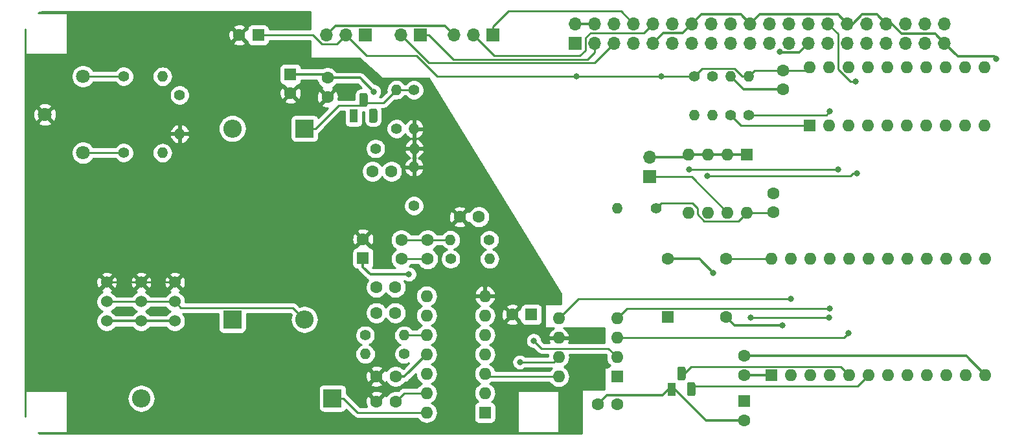
<source format=gbr>
G04 #@! TF.GenerationSoftware,KiCad,Pcbnew,(5.1.4-0-10_14)*
G04 #@! TF.CreationDate,2019-10-30T10:31:09-07:00*
G04 #@! TF.ProjectId,RAdLib,5241644c-6962-42e6-9b69-6361645f7063,1.0*
G04 #@! TF.SameCoordinates,Original*
G04 #@! TF.FileFunction,Copper,L1,Top*
G04 #@! TF.FilePolarity,Positive*
%FSLAX46Y46*%
G04 Gerber Fmt 4.6, Leading zero omitted, Abs format (unit mm)*
G04 Created by KiCad (PCBNEW (5.1.4-0-10_14)) date 2019-10-30 10:31:09*
%MOMM*%
%LPD*%
G04 APERTURE LIST*
%ADD10O,1.600000X1.600000*%
%ADD11R,1.600000X1.600000*%
%ADD12O,1.400000X1.400000*%
%ADD13C,1.400000*%
%ADD14C,1.524000*%
%ADD15O,1.700000X1.700000*%
%ADD16R,1.700000X1.700000*%
%ADD17C,1.600000*%
%ADD18R,2.400000X2.400000*%
%ADD19O,2.400000X2.400000*%
%ADD20C,1.800000*%
%ADD21C,0.100000*%
%ADD22C,1.100000*%
%ADD23R,1.100000X1.800000*%
%ADD24C,0.800000*%
%ADD25C,0.350000*%
%ADD26C,0.250000*%
%ADD27C,0.254000*%
G04 APERTURE END LIST*
D10*
X129105000Y-140800000D03*
X136725000Y-125560000D03*
X129105000Y-138260000D03*
X136725000Y-128100000D03*
X129105000Y-135720000D03*
X136725000Y-130640000D03*
X129105000Y-133180000D03*
X136725000Y-133180000D03*
X129105000Y-130640000D03*
X136725000Y-135720000D03*
X129105000Y-128100000D03*
X136725000Y-138260000D03*
X129105000Y-125560000D03*
D11*
X136725000Y-140800000D03*
D12*
X166500000Y-101855000D03*
D13*
X166500000Y-96775000D03*
D14*
X96200000Y-126300000D03*
X96200000Y-128840000D03*
X96200000Y-123760000D03*
X91800000Y-126300000D03*
X91800000Y-128840000D03*
X91800000Y-123760000D03*
D15*
X125760000Y-91400000D03*
D16*
X128300000Y-91400000D03*
D15*
X132720000Y-91400000D03*
X135260000Y-91400000D03*
D16*
X137800000Y-91400000D03*
D15*
X116020000Y-91400000D03*
X118560000Y-91400000D03*
D16*
X121100000Y-91400000D03*
D14*
X87300000Y-123760000D03*
X87300000Y-128840000D03*
X87300000Y-126300000D03*
D11*
X174200000Y-135900000D03*
D10*
X202140000Y-120660000D03*
X176740000Y-135900000D03*
X199600000Y-120660000D03*
X179280000Y-135900000D03*
X197060000Y-120660000D03*
X181820000Y-135900000D03*
X194520000Y-120660000D03*
X184360000Y-135900000D03*
X191980000Y-120660000D03*
X186900000Y-135900000D03*
X189440000Y-120660000D03*
X189440000Y-135900000D03*
X186900000Y-120660000D03*
X191980000Y-135900000D03*
X184360000Y-120660000D03*
X194520000Y-135900000D03*
X181820000Y-120660000D03*
X197060000Y-135900000D03*
X179280000Y-120660000D03*
X199600000Y-135900000D03*
X176740000Y-120660000D03*
X202140000Y-135900000D03*
X174200000Y-120660000D03*
D16*
X148550000Y-92450000D03*
D15*
X148550000Y-89910000D03*
X151090000Y-92450000D03*
X151090000Y-89910000D03*
X153630000Y-92450000D03*
X153630000Y-89910000D03*
X156170000Y-92450000D03*
X156170000Y-89910000D03*
X158710000Y-92450000D03*
X158710000Y-89910000D03*
X161250000Y-92450000D03*
X161250000Y-89910000D03*
X163790000Y-92450000D03*
X163790000Y-89910000D03*
X166330000Y-92450000D03*
X166330000Y-89910000D03*
X168870000Y-92450000D03*
X168870000Y-89910000D03*
X171410000Y-92450000D03*
X171410000Y-89910000D03*
X173950000Y-92450000D03*
X173950000Y-89910000D03*
X176490000Y-92450000D03*
X176490000Y-89910000D03*
X179030000Y-92450000D03*
X179030000Y-89910000D03*
X181570000Y-92450000D03*
X181570000Y-89910000D03*
X184110000Y-92450000D03*
X184110000Y-89910000D03*
X186650000Y-92450000D03*
X186650000Y-89910000D03*
X189190000Y-92450000D03*
X189190000Y-89910000D03*
X191730000Y-92450000D03*
X191730000Y-89910000D03*
X194270000Y-92450000D03*
X194270000Y-89910000D03*
X196810000Y-92450000D03*
X196810000Y-89910000D03*
D12*
X171225000Y-96770000D03*
D13*
X171225000Y-101850000D03*
X168850000Y-101850000D03*
D12*
X168850000Y-96770000D03*
D11*
X154000000Y-136100000D03*
D10*
X146380000Y-128480000D03*
X154000000Y-133560000D03*
X146380000Y-131020000D03*
X154000000Y-131020000D03*
X146380000Y-133560000D03*
X154000000Y-128480000D03*
X146380000Y-136100000D03*
D11*
X179200000Y-103200000D03*
D10*
X202060000Y-95580000D03*
X181740000Y-103200000D03*
X199520000Y-95580000D03*
X184280000Y-103200000D03*
X196980000Y-95580000D03*
X186820000Y-103200000D03*
X194440000Y-95580000D03*
X189360000Y-103200000D03*
X191900000Y-95580000D03*
X191900000Y-103200000D03*
X189360000Y-95580000D03*
X194440000Y-103200000D03*
X186820000Y-95580000D03*
X196980000Y-103200000D03*
X184280000Y-95580000D03*
X199520000Y-103200000D03*
X181740000Y-95580000D03*
X202060000Y-103200000D03*
X179200000Y-95580000D03*
X171000000Y-114620000D03*
X163380000Y-107000000D03*
X168460000Y-114620000D03*
X165920000Y-107000000D03*
X165920000Y-114620000D03*
X168460000Y-107000000D03*
X163380000Y-114620000D03*
D11*
X171000000Y-107000000D03*
D17*
X170600000Y-133400000D03*
X170600000Y-135900000D03*
X154000000Y-139700000D03*
X151500000Y-139700000D03*
X175750000Y-96000000D03*
X175750000Y-98500000D03*
X174400000Y-112100000D03*
X174400000Y-114600000D03*
D18*
X103725000Y-128625000D03*
D19*
X103725000Y-103625000D03*
D20*
X79200000Y-101800000D03*
X84200000Y-106800000D03*
X84200000Y-96800000D03*
D12*
X94580000Y-106800000D03*
D13*
X89500000Y-106800000D03*
X89500000Y-96800000D03*
D12*
X94580000Y-96800000D03*
D11*
X170600000Y-139300000D03*
D17*
X170600000Y-141800000D03*
D16*
X158300000Y-109900000D03*
D15*
X158300000Y-107360000D03*
D13*
X159100000Y-114100000D03*
D12*
X154020000Y-114100000D03*
D21*
G36*
X162721955Y-134781324D02*
G01*
X162748650Y-134785284D01*
X162774828Y-134791841D01*
X162800238Y-134800933D01*
X162824634Y-134812472D01*
X162847782Y-134826346D01*
X162869458Y-134842422D01*
X162889454Y-134860546D01*
X162907578Y-134880542D01*
X162923654Y-134902218D01*
X162937528Y-134925366D01*
X162949067Y-134949762D01*
X162958159Y-134975172D01*
X162964716Y-135001350D01*
X162968676Y-135028045D01*
X162970000Y-135055000D01*
X162970000Y-136305000D01*
X162968676Y-136331955D01*
X162964716Y-136358650D01*
X162958159Y-136384828D01*
X162949067Y-136410238D01*
X162937528Y-136434634D01*
X162923654Y-136457782D01*
X162907578Y-136479458D01*
X162889454Y-136499454D01*
X162869458Y-136517578D01*
X162847782Y-136533654D01*
X162824634Y-136547528D01*
X162800238Y-136559067D01*
X162774828Y-136568159D01*
X162748650Y-136574716D01*
X162721955Y-136578676D01*
X162695000Y-136580000D01*
X162145000Y-136580000D01*
X162118045Y-136578676D01*
X162091350Y-136574716D01*
X162065172Y-136568159D01*
X162039762Y-136559067D01*
X162015366Y-136547528D01*
X161992218Y-136533654D01*
X161970542Y-136517578D01*
X161950546Y-136499454D01*
X161932422Y-136479458D01*
X161916346Y-136457782D01*
X161902472Y-136434634D01*
X161890933Y-136410238D01*
X161881841Y-136384828D01*
X161875284Y-136358650D01*
X161871324Y-136331955D01*
X161870000Y-136305000D01*
X161870000Y-135055000D01*
X161871324Y-135028045D01*
X161875284Y-135001350D01*
X161881841Y-134975172D01*
X161890933Y-134949762D01*
X161902472Y-134925366D01*
X161916346Y-134902218D01*
X161932422Y-134880542D01*
X161950546Y-134860546D01*
X161970542Y-134842422D01*
X161992218Y-134826346D01*
X162015366Y-134812472D01*
X162039762Y-134800933D01*
X162065172Y-134791841D01*
X162091350Y-134785284D01*
X162118045Y-134781324D01*
X162145000Y-134780000D01*
X162695000Y-134780000D01*
X162721955Y-134781324D01*
X162721955Y-134781324D01*
G37*
D22*
X162420000Y-135680000D03*
D21*
G36*
X163991955Y-136851324D02*
G01*
X164018650Y-136855284D01*
X164044828Y-136861841D01*
X164070238Y-136870933D01*
X164094634Y-136882472D01*
X164117782Y-136896346D01*
X164139458Y-136912422D01*
X164159454Y-136930546D01*
X164177578Y-136950542D01*
X164193654Y-136972218D01*
X164207528Y-136995366D01*
X164219067Y-137019762D01*
X164228159Y-137045172D01*
X164234716Y-137071350D01*
X164238676Y-137098045D01*
X164240000Y-137125000D01*
X164240000Y-138375000D01*
X164238676Y-138401955D01*
X164234716Y-138428650D01*
X164228159Y-138454828D01*
X164219067Y-138480238D01*
X164207528Y-138504634D01*
X164193654Y-138527782D01*
X164177578Y-138549458D01*
X164159454Y-138569454D01*
X164139458Y-138587578D01*
X164117782Y-138603654D01*
X164094634Y-138617528D01*
X164070238Y-138629067D01*
X164044828Y-138638159D01*
X164018650Y-138644716D01*
X163991955Y-138648676D01*
X163965000Y-138650000D01*
X163415000Y-138650000D01*
X163388045Y-138648676D01*
X163361350Y-138644716D01*
X163335172Y-138638159D01*
X163309762Y-138629067D01*
X163285366Y-138617528D01*
X163262218Y-138603654D01*
X163240542Y-138587578D01*
X163220546Y-138569454D01*
X163202422Y-138549458D01*
X163186346Y-138527782D01*
X163172472Y-138504634D01*
X163160933Y-138480238D01*
X163151841Y-138454828D01*
X163145284Y-138428650D01*
X163141324Y-138401955D01*
X163140000Y-138375000D01*
X163140000Y-137125000D01*
X163141324Y-137098045D01*
X163145284Y-137071350D01*
X163151841Y-137045172D01*
X163160933Y-137019762D01*
X163172472Y-136995366D01*
X163186346Y-136972218D01*
X163202422Y-136950542D01*
X163220546Y-136930546D01*
X163240542Y-136912422D01*
X163262218Y-136896346D01*
X163285366Y-136882472D01*
X163309762Y-136870933D01*
X163335172Y-136861841D01*
X163361350Y-136855284D01*
X163388045Y-136851324D01*
X163415000Y-136850000D01*
X163965000Y-136850000D01*
X163991955Y-136851324D01*
X163991955Y-136851324D01*
G37*
D22*
X163690000Y-137750000D03*
D23*
X161150000Y-137750000D03*
D11*
X160650000Y-128300000D03*
D17*
X160650000Y-120680000D03*
X168270000Y-120680000D03*
X168270000Y-128300000D03*
D13*
X164100000Y-96775000D03*
D12*
X164100000Y-101855000D03*
D17*
X125050000Y-136075000D03*
X122550000Y-136075000D03*
X116150000Y-97000000D03*
X116150000Y-99500000D03*
D11*
X111300000Y-96525000D03*
D17*
X111300000Y-99025000D03*
X120800000Y-118100000D03*
D11*
X120800000Y-120600000D03*
X142800000Y-127975000D03*
D17*
X140300000Y-127975000D03*
X133450000Y-115200000D03*
X135950000Y-115200000D03*
X129250000Y-120700000D03*
X129250000Y-118200000D03*
X125800000Y-118200000D03*
X125800000Y-120700000D03*
X122550000Y-139375000D03*
X125050000Y-139375000D03*
X125025000Y-127750000D03*
X122525000Y-127750000D03*
X125025000Y-124425000D03*
X122525000Y-124425000D03*
D19*
X91800000Y-138950000D03*
D18*
X116800000Y-138950000D03*
X113150000Y-103625000D03*
D19*
X113150000Y-128625000D03*
D17*
X124525000Y-109225000D03*
X122025000Y-109225000D03*
D21*
G36*
X121146955Y-98981324D02*
G01*
X121173650Y-98985284D01*
X121199828Y-98991841D01*
X121225238Y-99000933D01*
X121249634Y-99012472D01*
X121272782Y-99026346D01*
X121294458Y-99042422D01*
X121314454Y-99060546D01*
X121332578Y-99080542D01*
X121348654Y-99102218D01*
X121362528Y-99125366D01*
X121374067Y-99149762D01*
X121383159Y-99175172D01*
X121389716Y-99201350D01*
X121393676Y-99228045D01*
X121395000Y-99255000D01*
X121395000Y-100505000D01*
X121393676Y-100531955D01*
X121389716Y-100558650D01*
X121383159Y-100584828D01*
X121374067Y-100610238D01*
X121362528Y-100634634D01*
X121348654Y-100657782D01*
X121332578Y-100679458D01*
X121314454Y-100699454D01*
X121294458Y-100717578D01*
X121272782Y-100733654D01*
X121249634Y-100747528D01*
X121225238Y-100759067D01*
X121199828Y-100768159D01*
X121173650Y-100774716D01*
X121146955Y-100778676D01*
X121120000Y-100780000D01*
X120570000Y-100780000D01*
X120543045Y-100778676D01*
X120516350Y-100774716D01*
X120490172Y-100768159D01*
X120464762Y-100759067D01*
X120440366Y-100747528D01*
X120417218Y-100733654D01*
X120395542Y-100717578D01*
X120375546Y-100699454D01*
X120357422Y-100679458D01*
X120341346Y-100657782D01*
X120327472Y-100634634D01*
X120315933Y-100610238D01*
X120306841Y-100584828D01*
X120300284Y-100558650D01*
X120296324Y-100531955D01*
X120295000Y-100505000D01*
X120295000Y-99255000D01*
X120296324Y-99228045D01*
X120300284Y-99201350D01*
X120306841Y-99175172D01*
X120315933Y-99149762D01*
X120327472Y-99125366D01*
X120341346Y-99102218D01*
X120357422Y-99080542D01*
X120375546Y-99060546D01*
X120395542Y-99042422D01*
X120417218Y-99026346D01*
X120440366Y-99012472D01*
X120464762Y-99000933D01*
X120490172Y-98991841D01*
X120516350Y-98985284D01*
X120543045Y-98981324D01*
X120570000Y-98980000D01*
X121120000Y-98980000D01*
X121146955Y-98981324D01*
X121146955Y-98981324D01*
G37*
D22*
X120845000Y-99880000D03*
D21*
G36*
X122416955Y-101051324D02*
G01*
X122443650Y-101055284D01*
X122469828Y-101061841D01*
X122495238Y-101070933D01*
X122519634Y-101082472D01*
X122542782Y-101096346D01*
X122564458Y-101112422D01*
X122584454Y-101130546D01*
X122602578Y-101150542D01*
X122618654Y-101172218D01*
X122632528Y-101195366D01*
X122644067Y-101219762D01*
X122653159Y-101245172D01*
X122659716Y-101271350D01*
X122663676Y-101298045D01*
X122665000Y-101325000D01*
X122665000Y-102575000D01*
X122663676Y-102601955D01*
X122659716Y-102628650D01*
X122653159Y-102654828D01*
X122644067Y-102680238D01*
X122632528Y-102704634D01*
X122618654Y-102727782D01*
X122602578Y-102749458D01*
X122584454Y-102769454D01*
X122564458Y-102787578D01*
X122542782Y-102803654D01*
X122519634Y-102817528D01*
X122495238Y-102829067D01*
X122469828Y-102838159D01*
X122443650Y-102844716D01*
X122416955Y-102848676D01*
X122390000Y-102850000D01*
X121840000Y-102850000D01*
X121813045Y-102848676D01*
X121786350Y-102844716D01*
X121760172Y-102838159D01*
X121734762Y-102829067D01*
X121710366Y-102817528D01*
X121687218Y-102803654D01*
X121665542Y-102787578D01*
X121645546Y-102769454D01*
X121627422Y-102749458D01*
X121611346Y-102727782D01*
X121597472Y-102704634D01*
X121585933Y-102680238D01*
X121576841Y-102654828D01*
X121570284Y-102628650D01*
X121566324Y-102601955D01*
X121565000Y-102575000D01*
X121565000Y-101325000D01*
X121566324Y-101298045D01*
X121570284Y-101271350D01*
X121576841Y-101245172D01*
X121585933Y-101219762D01*
X121597472Y-101195366D01*
X121611346Y-101172218D01*
X121627422Y-101150542D01*
X121645546Y-101130546D01*
X121665542Y-101112422D01*
X121687218Y-101096346D01*
X121710366Y-101082472D01*
X121734762Y-101070933D01*
X121760172Y-101061841D01*
X121786350Y-101055284D01*
X121813045Y-101051324D01*
X121840000Y-101050000D01*
X122390000Y-101050000D01*
X122416955Y-101051324D01*
X122416955Y-101051324D01*
G37*
D22*
X122115000Y-101950000D03*
D23*
X119575000Y-101950000D03*
D13*
X132250000Y-120700000D03*
D12*
X137330000Y-120700000D03*
X132220000Y-118200000D03*
D13*
X137300000Y-118200000D03*
X121075000Y-130700000D03*
D12*
X126155000Y-130700000D03*
X121095000Y-133150000D03*
D13*
X126175000Y-133150000D03*
X125175000Y-103650000D03*
D12*
X125175000Y-98570000D03*
X127450000Y-103660000D03*
D13*
X127450000Y-98580000D03*
X122425000Y-106250000D03*
D12*
X127505000Y-106250000D03*
D13*
X127450000Y-113750000D03*
D12*
X127450000Y-108670000D03*
X96825000Y-104330000D03*
D13*
X96825000Y-99250000D03*
D11*
X107100000Y-91400000D03*
D17*
X104600000Y-91400000D03*
D24*
X175300000Y-93575000D03*
X203600000Y-94500000D03*
X175600000Y-129400000D03*
X89800000Y-127500000D03*
X94300000Y-127500000D03*
X159800000Y-96800000D03*
X148700000Y-96800000D03*
X166600000Y-122500000D03*
X126800000Y-122700000D03*
X122200000Y-98800000D03*
X182900000Y-109000000D03*
X163400000Y-109000000D03*
X185200000Y-97500000D03*
X185400000Y-109500000D03*
X165800000Y-109800000D03*
X171500000Y-128400000D03*
X181700000Y-128400000D03*
X181800000Y-101400000D03*
X184300000Y-130400000D03*
X181800000Y-127200000D03*
X176700000Y-125900000D03*
X143100000Y-131400000D03*
X141300000Y-134200000D03*
D25*
X162564999Y-91135001D02*
X163790000Y-89910000D01*
X160024999Y-91135001D02*
X162564999Y-91135001D01*
X158710000Y-92450000D02*
X160024999Y-91135001D01*
X170184999Y-88684999D02*
X171410000Y-89910000D01*
X165015001Y-88684999D02*
X170184999Y-88684999D01*
X163790000Y-89910000D02*
X165015001Y-88684999D01*
X182884999Y-88684999D02*
X184110000Y-89910000D01*
X172635001Y-88684999D02*
X182884999Y-88684999D01*
X171410000Y-89910000D02*
X172635001Y-88684999D01*
X187964999Y-88684999D02*
X189190000Y-89910000D01*
X186061999Y-88684999D02*
X187964999Y-88684999D01*
X184836998Y-89910000D02*
X186061999Y-88684999D01*
X184110000Y-89910000D02*
X184836998Y-89910000D01*
X195584999Y-91224999D02*
X196810000Y-92450000D01*
X191231997Y-91224999D02*
X195584999Y-91224999D01*
X189916998Y-89910000D02*
X191231997Y-91224999D01*
X189190000Y-89910000D02*
X189916998Y-89910000D01*
X175400001Y-93675001D02*
X175300000Y-93575000D01*
X177804999Y-93675001D02*
X175400001Y-93675001D01*
X179030000Y-92450000D02*
X177804999Y-93675001D01*
X198535010Y-94175010D02*
X203275010Y-94175010D01*
X203275010Y-94175010D02*
X203600000Y-94500000D01*
X196810000Y-92450000D02*
X198535010Y-94175010D01*
X199640000Y-133400000D02*
X202140000Y-135900000D01*
X170600000Y-133400000D02*
X199640000Y-133400000D01*
X165600000Y-141800000D02*
X170600000Y-141800000D01*
X161150000Y-137350000D02*
X165600000Y-141800000D01*
X170580000Y-98500000D02*
X175750000Y-98500000D01*
X168850000Y-96770000D02*
X170580000Y-98500000D01*
X169370000Y-129400000D02*
X175600000Y-129400000D01*
X168270000Y-128300000D02*
X169370000Y-129400000D01*
X163020000Y-107360000D02*
X163380000Y-107000000D01*
X158300000Y-107360000D02*
X163020000Y-107360000D01*
X163380000Y-107000000D02*
X165920000Y-107000000D01*
X165920000Y-107000000D02*
X168460000Y-107000000D01*
X168460000Y-107000000D02*
X171000000Y-107000000D01*
X159975001Y-138524999D02*
X161150000Y-137350000D01*
X152675001Y-138524999D02*
X159975001Y-138524999D01*
X151500000Y-139700000D02*
X152675001Y-138524999D01*
X131494999Y-90174999D02*
X132720000Y-91400000D01*
X116020000Y-91400000D02*
X117245001Y-90174999D01*
X117245001Y-90174999D02*
X131494999Y-90174999D01*
X146400000Y-131000000D02*
X146380000Y-131020000D01*
D26*
X87300000Y-123760000D02*
X91800000Y-123760000D01*
X91800000Y-123760000D02*
X96200000Y-123760000D01*
X127973630Y-140800000D02*
X129105000Y-140800000D01*
X118250000Y-138950000D02*
X120100000Y-140800000D01*
X120100000Y-140800000D02*
X127973630Y-140800000D01*
X116800000Y-138950000D02*
X118250000Y-138950000D01*
X179180000Y-95600000D02*
X179200000Y-95580000D01*
X178780000Y-96000000D02*
X179200000Y-95580000D01*
X175750000Y-96000000D02*
X178780000Y-96000000D01*
X171995000Y-96000000D02*
X171225000Y-96770000D01*
X175750000Y-96000000D02*
X171995000Y-96000000D01*
X165130001Y-95744999D02*
X164100000Y-96775000D01*
X169342001Y-95744999D02*
X165130001Y-95744999D01*
X170367002Y-96770000D02*
X169342001Y-95744999D01*
X171225000Y-96770000D02*
X170367002Y-96770000D01*
X174380000Y-114620000D02*
X174400000Y-114600000D01*
X171000000Y-114620000D02*
X174380000Y-114620000D01*
X169874999Y-115745001D02*
X171000000Y-114620000D01*
X165379999Y-115745001D02*
X169874999Y-115745001D01*
X164505001Y-114870003D02*
X165379999Y-115745001D01*
X164505001Y-114079999D02*
X164505001Y-114870003D01*
X163825003Y-113400001D02*
X164505001Y-114079999D01*
X159799999Y-113400001D02*
X163825003Y-113400001D01*
X159100000Y-114100000D02*
X159799999Y-113400001D01*
X164075000Y-96800000D02*
X164100000Y-96775000D01*
X159800000Y-96800000D02*
X164075000Y-96800000D01*
X159800000Y-96800000D02*
X148700000Y-96800000D01*
X148134315Y-96800000D02*
X148700000Y-96800000D01*
X130523590Y-96800000D02*
X148134315Y-96800000D01*
X121260000Y-94100000D02*
X127823590Y-94100000D01*
X127823590Y-94100000D02*
X130523590Y-96800000D01*
X118560000Y-91400000D02*
X121260000Y-94100000D01*
X115455999Y-92575001D02*
X117384999Y-92575001D01*
X117710001Y-92249999D02*
X118560000Y-91400000D01*
X114280998Y-91400000D02*
X115455999Y-92575001D01*
X117384999Y-92575001D02*
X117710001Y-92249999D01*
X107100000Y-91400000D02*
X114280998Y-91400000D01*
D25*
X148550000Y-89910000D02*
X151090000Y-89910000D01*
X170600000Y-135900000D02*
X174200000Y-135900000D01*
X164780000Y-120680000D02*
X166600000Y-122500000D01*
X160650000Y-120680000D02*
X164780000Y-120680000D01*
X126210000Y-136075000D02*
X129105000Y-133180000D01*
X125050000Y-136075000D02*
X126210000Y-136075000D01*
X120800000Y-121750000D02*
X120800000Y-120600000D01*
X121750000Y-122700000D02*
X120800000Y-121750000D01*
X126800000Y-122700000D02*
X121750000Y-122700000D01*
X115675000Y-96525000D02*
X116150000Y-97000000D01*
X111300000Y-96525000D02*
X115675000Y-96525000D01*
X120400000Y-97000000D02*
X122200000Y-98800000D01*
X116150000Y-97000000D02*
X120400000Y-97000000D01*
D26*
X132575019Y-94575019D02*
X150167062Y-94575019D01*
X129400000Y-91400000D02*
X132575019Y-94575019D01*
X151090000Y-93652081D02*
X151090000Y-92450000D01*
X150167062Y-94575019D02*
X151090000Y-93652081D01*
X128300000Y-91400000D02*
X129400000Y-91400000D01*
X151054972Y-95025028D02*
X153630000Y-92450000D01*
X129385028Y-95025028D02*
X151054972Y-95025028D01*
X125760000Y-91400000D02*
X129385028Y-95025028D01*
X154534990Y-88274990D02*
X156170000Y-89910000D01*
X139825010Y-88274990D02*
X154534990Y-88274990D01*
X137800000Y-90300000D02*
X139825010Y-88274990D01*
X137800000Y-91400000D02*
X137800000Y-90300000D01*
X157534999Y-91085001D02*
X158710000Y-89910000D01*
X150525999Y-91085001D02*
X157534999Y-91085001D01*
X149914999Y-91696001D02*
X150525999Y-91085001D01*
X149914999Y-93370003D02*
X149914999Y-91696001D01*
X149159992Y-94125010D02*
X149914999Y-93370003D01*
X137985010Y-94125010D02*
X149159992Y-94125010D01*
X135260000Y-91400000D02*
X137985010Y-94125010D01*
X182900000Y-109000000D02*
X163400000Y-109000000D01*
X184534998Y-97500000D02*
X185200000Y-97500000D01*
X182865001Y-95830003D02*
X184534998Y-97500000D01*
X182865001Y-91205001D02*
X182865001Y-95830003D01*
X181570000Y-89910000D02*
X182865001Y-91205001D01*
X184534315Y-109800000D02*
X165800000Y-109800000D01*
X184834315Y-109500000D02*
X184534315Y-109800000D01*
X185400000Y-109500000D02*
X184834315Y-109500000D01*
X196810000Y-90330000D02*
X196810000Y-89910000D01*
X185450000Y-137350000D02*
X186900000Y-135900000D01*
X163690000Y-137350000D02*
X185450000Y-137350000D01*
X183234999Y-134774999D02*
X184360000Y-135900000D01*
X163725001Y-134774999D02*
X183234999Y-134774999D01*
X162420000Y-136080000D02*
X163725001Y-134774999D01*
X170200000Y-103200000D02*
X179200000Y-103200000D01*
X168850000Y-101850000D02*
X170200000Y-103200000D01*
X201400000Y-120660000D02*
X202140000Y-120660000D01*
X198860000Y-120660000D02*
X199600000Y-120660000D01*
X196320000Y-120660000D02*
X197060000Y-120660000D01*
X171500000Y-128400000D02*
X181700000Y-128400000D01*
X193780000Y-120660000D02*
X194520000Y-120660000D01*
X191240000Y-120660000D02*
X191980000Y-120660000D01*
X188700000Y-120660000D02*
X189440000Y-120660000D01*
X181350000Y-101850000D02*
X171225000Y-101850000D01*
X181800000Y-101400000D02*
X181350000Y-101850000D01*
X183680000Y-131020000D02*
X184300000Y-130400000D01*
X154000000Y-131020000D02*
X183680000Y-131020000D01*
X181774999Y-127174999D02*
X181800000Y-127200000D01*
X155305001Y-127174999D02*
X181774999Y-127174999D01*
X154000000Y-128480000D02*
X155305001Y-127174999D01*
X148960000Y-125900000D02*
X176700000Y-125900000D01*
X146380000Y-128480000D02*
X148960000Y-125900000D01*
X174180000Y-120680000D02*
X174200000Y-120660000D01*
X168270000Y-120680000D02*
X174180000Y-120680000D01*
X144134999Y-132434999D02*
X143100000Y-131400000D01*
X152874999Y-132434999D02*
X144134999Y-132434999D01*
X154000000Y-133560000D02*
X152874999Y-132434999D01*
X146000000Y-135720000D02*
X146380000Y-136100000D01*
X137105000Y-136100000D02*
X136725000Y-135720000D01*
X146380000Y-136100000D02*
X137105000Y-136100000D01*
X145740000Y-134200000D02*
X146380000Y-133560000D01*
X141300000Y-134200000D02*
X145740000Y-134200000D01*
X125800000Y-120700000D02*
X129250000Y-120700000D01*
X129045000Y-130700000D02*
X129105000Y-130640000D01*
X126155000Y-130700000D02*
X129045000Y-130700000D01*
X125800000Y-118200000D02*
X129250000Y-118200000D01*
X129250000Y-118200000D02*
X132220000Y-118200000D01*
X89500000Y-106800000D02*
X84200000Y-106800000D01*
X89500000Y-96800000D02*
X84200000Y-96800000D01*
X163740000Y-109900000D02*
X168460000Y-114620000D01*
X158300000Y-109900000D02*
X163740000Y-109900000D01*
X126165000Y-138260000D02*
X129105000Y-138260000D01*
X125050000Y-139375000D02*
X126165000Y-138260000D01*
D25*
X87300000Y-128840000D02*
X91800000Y-128840000D01*
X91800000Y-128840000D02*
X96200000Y-128840000D01*
D26*
X125185000Y-98580000D02*
X125175000Y-98570000D01*
X127450000Y-98580000D02*
X125185000Y-98580000D01*
X123465000Y-100280000D02*
X120845000Y-100280000D01*
X125175000Y-98570000D02*
X123465000Y-100280000D01*
X114600000Y-103625000D02*
X113150000Y-103625000D01*
X117599999Y-100625001D02*
X114600000Y-103625000D01*
X120499999Y-100625001D02*
X117599999Y-100625001D01*
X120845000Y-100280000D02*
X120499999Y-100625001D01*
X87300000Y-126300000D02*
X91800000Y-126300000D01*
X91800000Y-126300000D02*
X96200000Y-126300000D01*
X111624999Y-127099999D02*
X111950001Y-127425001D01*
X96999999Y-127099999D02*
X111624999Y-127099999D01*
X111950001Y-127425001D02*
X113150000Y-128625000D01*
X96200000Y-126300000D02*
X96999999Y-127099999D01*
D27*
G36*
X113873000Y-90640000D02*
G01*
X108538072Y-90640000D01*
X108538072Y-90600000D01*
X108525812Y-90475518D01*
X108489502Y-90355820D01*
X108430537Y-90245506D01*
X108351185Y-90148815D01*
X108254494Y-90069463D01*
X108144180Y-90010498D01*
X108024482Y-89974188D01*
X107900000Y-89961928D01*
X106300000Y-89961928D01*
X106175518Y-89974188D01*
X106055820Y-90010498D01*
X105945506Y-90069463D01*
X105848815Y-90148815D01*
X105769463Y-90245506D01*
X105710498Y-90355820D01*
X105674188Y-90475518D01*
X105661928Y-90600000D01*
X105661928Y-90607215D01*
X105592702Y-90586903D01*
X104779605Y-91400000D01*
X105592702Y-92213097D01*
X105661928Y-92192785D01*
X105661928Y-92200000D01*
X105674188Y-92324482D01*
X105710498Y-92444180D01*
X105769463Y-92554494D01*
X105848815Y-92651185D01*
X105945506Y-92730537D01*
X106055820Y-92789502D01*
X106175518Y-92825812D01*
X106300000Y-92838072D01*
X107900000Y-92838072D01*
X108024482Y-92825812D01*
X108144180Y-92789502D01*
X108254494Y-92730537D01*
X108351185Y-92651185D01*
X108430537Y-92554494D01*
X108489502Y-92444180D01*
X108525812Y-92324482D01*
X108538072Y-92200000D01*
X108538072Y-92160000D01*
X113873000Y-92160000D01*
X113873000Y-94300000D01*
X113875440Y-94324776D01*
X113882667Y-94348601D01*
X113894403Y-94370557D01*
X113910197Y-94389803D01*
X113929443Y-94405597D01*
X113951399Y-94417333D01*
X113975224Y-94424560D01*
X114000000Y-94427000D01*
X120351405Y-94427000D01*
X123215222Y-96994560D01*
X123235299Y-97009283D01*
X123257862Y-97019806D01*
X123282044Y-97025724D01*
X123300000Y-97027000D01*
X129428786Y-97027000D01*
X146673000Y-125235743D01*
X146673000Y-126573000D01*
X144700000Y-126573000D01*
X144675224Y-126575440D01*
X144651399Y-126582667D01*
X144629443Y-126594403D01*
X144610197Y-126610197D01*
X144594403Y-126629443D01*
X144582667Y-126651399D01*
X144575440Y-126675224D01*
X144573000Y-126700000D01*
X144573000Y-129600000D01*
X144575440Y-129624776D01*
X144582667Y-129648601D01*
X144594403Y-129670557D01*
X144610197Y-129689803D01*
X144629443Y-129705597D01*
X144651399Y-129717333D01*
X144675224Y-129724560D01*
X144700000Y-129727000D01*
X145668827Y-129727000D01*
X145716682Y-129752579D01*
X145524869Y-129867615D01*
X145316481Y-130056586D01*
X145148963Y-130282580D01*
X145028754Y-130536913D01*
X144988096Y-130670961D01*
X145110085Y-130893000D01*
X146253000Y-130893000D01*
X146253000Y-130873000D01*
X146507000Y-130873000D01*
X146507000Y-130893000D01*
X147649915Y-130893000D01*
X147771904Y-130670961D01*
X147731246Y-130536913D01*
X147611037Y-130282580D01*
X147443519Y-130056586D01*
X147235131Y-129867615D01*
X147043318Y-129752579D01*
X147091173Y-129727000D01*
X152373000Y-129727000D01*
X152373000Y-131674999D01*
X147649993Y-131674999D01*
X147731246Y-131503087D01*
X147771904Y-131369039D01*
X147649915Y-131147000D01*
X146507000Y-131147000D01*
X146507000Y-131167000D01*
X146253000Y-131167000D01*
X146253000Y-131147000D01*
X145110085Y-131147000D01*
X144988096Y-131369039D01*
X145028754Y-131503087D01*
X145110007Y-131674999D01*
X144449801Y-131674999D01*
X144135000Y-131360199D01*
X144135000Y-131298061D01*
X144095226Y-131098102D01*
X144017205Y-130909744D01*
X143903937Y-130740226D01*
X143759774Y-130596063D01*
X143590256Y-130482795D01*
X143401898Y-130404774D01*
X143201939Y-130365000D01*
X142998061Y-130365000D01*
X142798102Y-130404774D01*
X142609744Y-130482795D01*
X142440226Y-130596063D01*
X142296063Y-130740226D01*
X142182795Y-130909744D01*
X142104774Y-131098102D01*
X142065000Y-131298061D01*
X142065000Y-131501939D01*
X142104774Y-131701898D01*
X142182795Y-131890256D01*
X142296063Y-132059774D01*
X142440226Y-132203937D01*
X142609744Y-132317205D01*
X142798102Y-132395226D01*
X142998061Y-132435000D01*
X143060199Y-132435000D01*
X143571199Y-132946001D01*
X143594998Y-132975000D01*
X143623996Y-132998798D01*
X143710723Y-133069973D01*
X143842752Y-133140545D01*
X143986013Y-133184002D01*
X144134999Y-133198676D01*
X144172332Y-133194999D01*
X144991151Y-133194999D01*
X144965764Y-133278691D01*
X144949876Y-133440000D01*
X142003711Y-133440000D01*
X141959774Y-133396063D01*
X141790256Y-133282795D01*
X141601898Y-133204774D01*
X141401939Y-133165000D01*
X141198061Y-133165000D01*
X140998102Y-133204774D01*
X140809744Y-133282795D01*
X140640226Y-133396063D01*
X140496063Y-133540226D01*
X140382795Y-133709744D01*
X140304774Y-133898102D01*
X140265000Y-134098061D01*
X140265000Y-134301939D01*
X140304774Y-134501898D01*
X140382795Y-134690256D01*
X140496063Y-134859774D01*
X140640226Y-135003937D01*
X140809744Y-135117205D01*
X140998102Y-135195226D01*
X141198061Y-135235000D01*
X141401939Y-135235000D01*
X141601898Y-135195226D01*
X141790256Y-135117205D01*
X141959774Y-135003937D01*
X142003711Y-134960000D01*
X145507090Y-134960000D01*
X145360392Y-135080392D01*
X145181068Y-135298899D01*
X145159099Y-135340000D01*
X138109299Y-135340000D01*
X138057182Y-135168192D01*
X137923932Y-134918899D01*
X137744608Y-134700392D01*
X137526101Y-134521068D01*
X137393142Y-134450000D01*
X137526101Y-134378932D01*
X137744608Y-134199608D01*
X137923932Y-133981101D01*
X138057182Y-133731808D01*
X138139236Y-133461309D01*
X138166943Y-133180000D01*
X138139236Y-132898691D01*
X138057182Y-132628192D01*
X137923932Y-132378899D01*
X137744608Y-132160392D01*
X137526101Y-131981068D01*
X137393142Y-131910000D01*
X137526101Y-131838932D01*
X137744608Y-131659608D01*
X137923932Y-131441101D01*
X138057182Y-131191808D01*
X138139236Y-130921309D01*
X138166943Y-130640000D01*
X138139236Y-130358691D01*
X138057182Y-130088192D01*
X137923932Y-129838899D01*
X137744608Y-129620392D01*
X137526101Y-129441068D01*
X137393142Y-129370000D01*
X137526101Y-129298932D01*
X137744608Y-129119608D01*
X137869273Y-128967702D01*
X139486903Y-128967702D01*
X139558486Y-129211671D01*
X139813996Y-129332571D01*
X140088184Y-129401300D01*
X140370512Y-129415217D01*
X140650130Y-129373787D01*
X140916292Y-129278603D01*
X141041514Y-129211671D01*
X141113097Y-128967702D01*
X140300000Y-128154605D01*
X139486903Y-128967702D01*
X137869273Y-128967702D01*
X137923932Y-128901101D01*
X138057182Y-128651808D01*
X138139236Y-128381309D01*
X138166943Y-128100000D01*
X138161577Y-128045512D01*
X138859783Y-128045512D01*
X138901213Y-128325130D01*
X138996397Y-128591292D01*
X139063329Y-128716514D01*
X139307298Y-128788097D01*
X140120395Y-127975000D01*
X140479605Y-127975000D01*
X141292702Y-128788097D01*
X141361928Y-128767785D01*
X141361928Y-128775000D01*
X141374188Y-128899482D01*
X141410498Y-129019180D01*
X141469463Y-129129494D01*
X141548815Y-129226185D01*
X141645506Y-129305537D01*
X141755820Y-129364502D01*
X141875518Y-129400812D01*
X142000000Y-129413072D01*
X143600000Y-129413072D01*
X143724482Y-129400812D01*
X143844180Y-129364502D01*
X143954494Y-129305537D01*
X144051185Y-129226185D01*
X144130537Y-129129494D01*
X144189502Y-129019180D01*
X144225812Y-128899482D01*
X144238072Y-128775000D01*
X144238072Y-127175000D01*
X144225812Y-127050518D01*
X144189502Y-126930820D01*
X144130537Y-126820506D01*
X144051185Y-126723815D01*
X143954494Y-126644463D01*
X143844180Y-126585498D01*
X143724482Y-126549188D01*
X143600000Y-126536928D01*
X142000000Y-126536928D01*
X141875518Y-126549188D01*
X141755820Y-126585498D01*
X141645506Y-126644463D01*
X141548815Y-126723815D01*
X141469463Y-126820506D01*
X141410498Y-126930820D01*
X141374188Y-127050518D01*
X141361928Y-127175000D01*
X141361928Y-127182215D01*
X141292702Y-127161903D01*
X140479605Y-127975000D01*
X140120395Y-127975000D01*
X139307298Y-127161903D01*
X139063329Y-127233486D01*
X138942429Y-127488996D01*
X138873700Y-127763184D01*
X138859783Y-128045512D01*
X138161577Y-128045512D01*
X138139236Y-127818691D01*
X138057182Y-127548192D01*
X137923932Y-127298899D01*
X137744608Y-127080392D01*
X137625081Y-126982298D01*
X139486903Y-126982298D01*
X140300000Y-127795395D01*
X141113097Y-126982298D01*
X141041514Y-126738329D01*
X140786004Y-126617429D01*
X140511816Y-126548700D01*
X140229488Y-126534783D01*
X139949870Y-126576213D01*
X139683708Y-126671397D01*
X139558486Y-126738329D01*
X139486903Y-126982298D01*
X137625081Y-126982298D01*
X137526101Y-126901068D01*
X137388318Y-126827421D01*
X137580131Y-126712385D01*
X137788519Y-126523414D01*
X137956037Y-126297420D01*
X138076246Y-126043087D01*
X138116904Y-125909039D01*
X137994915Y-125687000D01*
X136852000Y-125687000D01*
X136852000Y-125707000D01*
X136598000Y-125707000D01*
X136598000Y-125687000D01*
X135455085Y-125687000D01*
X135333096Y-125909039D01*
X135373754Y-126043087D01*
X135493963Y-126297420D01*
X135661481Y-126523414D01*
X135869869Y-126712385D01*
X136061682Y-126827421D01*
X135923899Y-126901068D01*
X135705392Y-127080392D01*
X135526068Y-127298899D01*
X135392818Y-127548192D01*
X135310764Y-127818691D01*
X135283057Y-128100000D01*
X135310764Y-128381309D01*
X135392818Y-128651808D01*
X135526068Y-128901101D01*
X135705392Y-129119608D01*
X135923899Y-129298932D01*
X136056858Y-129370000D01*
X135923899Y-129441068D01*
X135705392Y-129620392D01*
X135526068Y-129838899D01*
X135392818Y-130088192D01*
X135310764Y-130358691D01*
X135283057Y-130640000D01*
X135310764Y-130921309D01*
X135392818Y-131191808D01*
X135526068Y-131441101D01*
X135705392Y-131659608D01*
X135923899Y-131838932D01*
X136056858Y-131910000D01*
X135923899Y-131981068D01*
X135705392Y-132160392D01*
X135526068Y-132378899D01*
X135392818Y-132628192D01*
X135310764Y-132898691D01*
X135283057Y-133180000D01*
X135310764Y-133461309D01*
X135392818Y-133731808D01*
X135526068Y-133981101D01*
X135705392Y-134199608D01*
X135923899Y-134378932D01*
X136056858Y-134450000D01*
X135923899Y-134521068D01*
X135705392Y-134700392D01*
X135526068Y-134918899D01*
X135392818Y-135168192D01*
X135310764Y-135438691D01*
X135283057Y-135720000D01*
X135310764Y-136001309D01*
X135392818Y-136271808D01*
X135526068Y-136521101D01*
X135705392Y-136739608D01*
X135923899Y-136918932D01*
X136056858Y-136990000D01*
X135923899Y-137061068D01*
X135705392Y-137240392D01*
X135526068Y-137458899D01*
X135392818Y-137708192D01*
X135310764Y-137978691D01*
X135283057Y-138260000D01*
X135310764Y-138541309D01*
X135392818Y-138811808D01*
X135526068Y-139061101D01*
X135705392Y-139279608D01*
X135818482Y-139372419D01*
X135800518Y-139374188D01*
X135680820Y-139410498D01*
X135570506Y-139469463D01*
X135473815Y-139548815D01*
X135394463Y-139645506D01*
X135335498Y-139755820D01*
X135299188Y-139875518D01*
X135286928Y-140000000D01*
X135286928Y-141600000D01*
X135299188Y-141724482D01*
X135335498Y-141844180D01*
X135394463Y-141954494D01*
X135473815Y-142051185D01*
X135570506Y-142130537D01*
X135680820Y-142189502D01*
X135800518Y-142225812D01*
X135925000Y-142238072D01*
X137525000Y-142238072D01*
X137649482Y-142225812D01*
X137769180Y-142189502D01*
X137879494Y-142130537D01*
X137976185Y-142051185D01*
X138055537Y-141954494D01*
X138114502Y-141844180D01*
X138150812Y-141724482D01*
X138163072Y-141600000D01*
X138163072Y-140000000D01*
X138150812Y-139875518D01*
X138114502Y-139755820D01*
X138055537Y-139645506D01*
X137976185Y-139548815D01*
X137879494Y-139469463D01*
X137769180Y-139410498D01*
X137649482Y-139374188D01*
X137631518Y-139372419D01*
X137744608Y-139279608D01*
X137923932Y-139061101D01*
X138057182Y-138811808D01*
X138139236Y-138541309D01*
X138166943Y-138260000D01*
X138151185Y-138100000D01*
X140973000Y-138100000D01*
X140973000Y-143300000D01*
X140975440Y-143324776D01*
X140982667Y-143348601D01*
X140994403Y-143370557D01*
X141010197Y-143389803D01*
X141029443Y-143405597D01*
X141051399Y-143417333D01*
X141075224Y-143424560D01*
X141100000Y-143427000D01*
X146300000Y-143427000D01*
X146324776Y-143424560D01*
X146348601Y-143417333D01*
X146370557Y-143405597D01*
X146389803Y-143389803D01*
X146405597Y-143370557D01*
X146417333Y-143348601D01*
X146424560Y-143324776D01*
X146427000Y-143300000D01*
X146427000Y-138100000D01*
X146424560Y-138075224D01*
X146417333Y-138051399D01*
X146405597Y-138029443D01*
X146389803Y-138010197D01*
X146370557Y-137994403D01*
X146348601Y-137982667D01*
X146324776Y-137975440D01*
X146300000Y-137973000D01*
X141100000Y-137973000D01*
X141075224Y-137975440D01*
X141051399Y-137982667D01*
X141029443Y-137994403D01*
X141010197Y-138010197D01*
X140994403Y-138029443D01*
X140982667Y-138051399D01*
X140975440Y-138075224D01*
X140973000Y-138100000D01*
X138151185Y-138100000D01*
X138139236Y-137978691D01*
X138057182Y-137708192D01*
X137923932Y-137458899D01*
X137744608Y-137240392D01*
X137526101Y-137061068D01*
X137393142Y-136990000D01*
X137526101Y-136918932D01*
X137597910Y-136860000D01*
X145159099Y-136860000D01*
X145181068Y-136901101D01*
X145360392Y-137119608D01*
X145578899Y-137298932D01*
X145828192Y-137432182D01*
X146098691Y-137514236D01*
X146309508Y-137535000D01*
X146450492Y-137535000D01*
X146661309Y-137514236D01*
X146931808Y-137432182D01*
X147181101Y-137298932D01*
X147399608Y-137119608D01*
X147578932Y-136901101D01*
X147712182Y-136651808D01*
X147794236Y-136381309D01*
X147821943Y-136100000D01*
X147794236Y-135818691D01*
X147712182Y-135548192D01*
X147578932Y-135298899D01*
X147399608Y-135080392D01*
X147181101Y-134901068D01*
X147048142Y-134830000D01*
X147181101Y-134758932D01*
X147399608Y-134579608D01*
X147578932Y-134361101D01*
X147712182Y-134111808D01*
X147794236Y-133841309D01*
X147821943Y-133560000D01*
X147794236Y-133278691D01*
X147768849Y-133194999D01*
X152560198Y-133194999D01*
X152599292Y-133234094D01*
X152585764Y-133278691D01*
X152558057Y-133560000D01*
X152585764Y-133841309D01*
X152667818Y-134111808D01*
X152801068Y-134361101D01*
X152980392Y-134579608D01*
X153093482Y-134672419D01*
X153075518Y-134674188D01*
X152955820Y-134710498D01*
X152845506Y-134769463D01*
X152748815Y-134848815D01*
X152728967Y-134873000D01*
X152500000Y-134873000D01*
X152475224Y-134875440D01*
X152451399Y-134882667D01*
X152429443Y-134894403D01*
X152410197Y-134910197D01*
X152394403Y-134929443D01*
X152382667Y-134951399D01*
X152375440Y-134975224D01*
X152373000Y-135000000D01*
X152373000Y-137773000D01*
X149500000Y-137773000D01*
X149475224Y-137775440D01*
X149451399Y-137782667D01*
X149429443Y-137794403D01*
X149410197Y-137810197D01*
X149394403Y-137829443D01*
X149382667Y-137851399D01*
X149375440Y-137875224D01*
X149373000Y-137900000D01*
X149373000Y-143540000D01*
X79032279Y-143540000D01*
X78546106Y-143492330D01*
X78329723Y-143427000D01*
X82000000Y-143427000D01*
X82024776Y-143424560D01*
X82048601Y-143417333D01*
X82070557Y-143405597D01*
X82089803Y-143389803D01*
X82105597Y-143370557D01*
X82117333Y-143348601D01*
X82124560Y-143324776D01*
X82127000Y-143300000D01*
X82127000Y-138950000D01*
X89956122Y-138950000D01*
X89991552Y-139309723D01*
X90096479Y-139655622D01*
X90266871Y-139974404D01*
X90496181Y-140253819D01*
X90775596Y-140483129D01*
X91094378Y-140653521D01*
X91440277Y-140758448D01*
X91709861Y-140785000D01*
X91890139Y-140785000D01*
X92159723Y-140758448D01*
X92505622Y-140653521D01*
X92824404Y-140483129D01*
X93103819Y-140253819D01*
X93333129Y-139974404D01*
X93503521Y-139655622D01*
X93608448Y-139309723D01*
X93643878Y-138950000D01*
X93608448Y-138590277D01*
X93503521Y-138244378D01*
X93333129Y-137925596D01*
X93189022Y-137750000D01*
X114961928Y-137750000D01*
X114961928Y-140150000D01*
X114974188Y-140274482D01*
X115010498Y-140394180D01*
X115069463Y-140504494D01*
X115148815Y-140601185D01*
X115245506Y-140680537D01*
X115355820Y-140739502D01*
X115475518Y-140775812D01*
X115600000Y-140788072D01*
X118000000Y-140788072D01*
X118124482Y-140775812D01*
X118244180Y-140739502D01*
X118354494Y-140680537D01*
X118451185Y-140601185D01*
X118530537Y-140504494D01*
X118589502Y-140394180D01*
X118596456Y-140371257D01*
X119536201Y-141311003D01*
X119559999Y-141340001D01*
X119588997Y-141363799D01*
X119675723Y-141434974D01*
X119777402Y-141489323D01*
X119807753Y-141505546D01*
X119951014Y-141549003D01*
X120062667Y-141560000D01*
X120062676Y-141560000D01*
X120099999Y-141563676D01*
X120137322Y-141560000D01*
X127884099Y-141560000D01*
X127906068Y-141601101D01*
X128085392Y-141819608D01*
X128303899Y-141998932D01*
X128553192Y-142132182D01*
X128823691Y-142214236D01*
X129034508Y-142235000D01*
X129175492Y-142235000D01*
X129386309Y-142214236D01*
X129656808Y-142132182D01*
X129906101Y-141998932D01*
X130124608Y-141819608D01*
X130303932Y-141601101D01*
X130437182Y-141351808D01*
X130519236Y-141081309D01*
X130546943Y-140800000D01*
X130519236Y-140518691D01*
X130437182Y-140248192D01*
X130303932Y-139998899D01*
X130124608Y-139780392D01*
X129906101Y-139601068D01*
X129773142Y-139530000D01*
X129906101Y-139458932D01*
X130124608Y-139279608D01*
X130303932Y-139061101D01*
X130437182Y-138811808D01*
X130519236Y-138541309D01*
X130546943Y-138260000D01*
X130519236Y-137978691D01*
X130437182Y-137708192D01*
X130303932Y-137458899D01*
X130124608Y-137240392D01*
X129906101Y-137061068D01*
X129773142Y-136990000D01*
X129906101Y-136918932D01*
X130124608Y-136739608D01*
X130303932Y-136521101D01*
X130437182Y-136271808D01*
X130519236Y-136001309D01*
X130546943Y-135720000D01*
X130519236Y-135438691D01*
X130437182Y-135168192D01*
X130303932Y-134918899D01*
X130124608Y-134700392D01*
X129906101Y-134521068D01*
X129773142Y-134450000D01*
X129906101Y-134378932D01*
X130124608Y-134199608D01*
X130303932Y-133981101D01*
X130437182Y-133731808D01*
X130519236Y-133461309D01*
X130546943Y-133180000D01*
X130519236Y-132898691D01*
X130437182Y-132628192D01*
X130303932Y-132378899D01*
X130124608Y-132160392D01*
X129906101Y-131981068D01*
X129773142Y-131910000D01*
X129906101Y-131838932D01*
X130124608Y-131659608D01*
X130303932Y-131441101D01*
X130437182Y-131191808D01*
X130519236Y-130921309D01*
X130546943Y-130640000D01*
X130519236Y-130358691D01*
X130437182Y-130088192D01*
X130303932Y-129838899D01*
X130124608Y-129620392D01*
X129906101Y-129441068D01*
X129773142Y-129370000D01*
X129906101Y-129298932D01*
X130124608Y-129119608D01*
X130303932Y-128901101D01*
X130437182Y-128651808D01*
X130519236Y-128381309D01*
X130546943Y-128100000D01*
X130519236Y-127818691D01*
X130437182Y-127548192D01*
X130303932Y-127298899D01*
X130124608Y-127080392D01*
X129906101Y-126901068D01*
X129773142Y-126830000D01*
X129906101Y-126758932D01*
X130124608Y-126579608D01*
X130303932Y-126361101D01*
X130437182Y-126111808D01*
X130519236Y-125841309D01*
X130546943Y-125560000D01*
X130519236Y-125278691D01*
X130498691Y-125210961D01*
X135333096Y-125210961D01*
X135455085Y-125433000D01*
X136598000Y-125433000D01*
X136598000Y-124289376D01*
X136852000Y-124289376D01*
X136852000Y-125433000D01*
X137994915Y-125433000D01*
X138116904Y-125210961D01*
X138076246Y-125076913D01*
X137956037Y-124822580D01*
X137788519Y-124596586D01*
X137580131Y-124407615D01*
X137338881Y-124262930D01*
X137074040Y-124168091D01*
X136852000Y-124289376D01*
X136598000Y-124289376D01*
X136375960Y-124168091D01*
X136111119Y-124262930D01*
X135869869Y-124407615D01*
X135661481Y-124596586D01*
X135493963Y-124822580D01*
X135373754Y-125076913D01*
X135333096Y-125210961D01*
X130498691Y-125210961D01*
X130437182Y-125008192D01*
X130303932Y-124758899D01*
X130124608Y-124540392D01*
X129906101Y-124361068D01*
X129656808Y-124227818D01*
X129386309Y-124145764D01*
X129175492Y-124125000D01*
X129034508Y-124125000D01*
X128823691Y-124145764D01*
X128553192Y-124227818D01*
X128303899Y-124361068D01*
X128085392Y-124540392D01*
X127906068Y-124758899D01*
X127772818Y-125008192D01*
X127690764Y-125278691D01*
X127663057Y-125560000D01*
X127690764Y-125841309D01*
X127772818Y-126111808D01*
X127906068Y-126361101D01*
X128085392Y-126579608D01*
X128303899Y-126758932D01*
X128436858Y-126830000D01*
X128303899Y-126901068D01*
X128085392Y-127080392D01*
X127906068Y-127298899D01*
X127772818Y-127548192D01*
X127690764Y-127818691D01*
X127663057Y-128100000D01*
X127690764Y-128381309D01*
X127772818Y-128651808D01*
X127906068Y-128901101D01*
X128085392Y-129119608D01*
X128303899Y-129298932D01*
X128436858Y-129370000D01*
X128303899Y-129441068D01*
X128085392Y-129620392D01*
X127906068Y-129838899D01*
X127852028Y-129940000D01*
X127258298Y-129940000D01*
X127103555Y-129751445D01*
X126900275Y-129584618D01*
X126668354Y-129460653D01*
X126416706Y-129384317D01*
X126220579Y-129365000D01*
X126089421Y-129365000D01*
X125893294Y-129384317D01*
X125641646Y-129460653D01*
X125409725Y-129584618D01*
X125206445Y-129751445D01*
X125039618Y-129954725D01*
X124915653Y-130186646D01*
X124839317Y-130438294D01*
X124813541Y-130700000D01*
X124839317Y-130961706D01*
X124915653Y-131213354D01*
X125039618Y-131445275D01*
X125206445Y-131648555D01*
X125409725Y-131815382D01*
X125627504Y-131931788D01*
X125542641Y-131966939D01*
X125323987Y-132113038D01*
X125138038Y-132298987D01*
X124991939Y-132517641D01*
X124891304Y-132760595D01*
X124840000Y-133018514D01*
X124840000Y-133281486D01*
X124891304Y-133539405D01*
X124991939Y-133782359D01*
X125138038Y-134001013D01*
X125323987Y-134186962D01*
X125542641Y-134333061D01*
X125785595Y-134433696D01*
X126043514Y-134485000D01*
X126306486Y-134485000D01*
X126564405Y-134433696D01*
X126805767Y-134333720D01*
X126071942Y-135067546D01*
X125964759Y-134960363D01*
X125729727Y-134803320D01*
X125468574Y-134695147D01*
X125191335Y-134640000D01*
X124908665Y-134640000D01*
X124631426Y-134695147D01*
X124370273Y-134803320D01*
X124135241Y-134960363D01*
X123935363Y-135160241D01*
X123801308Y-135360869D01*
X123786671Y-135333486D01*
X123542702Y-135261903D01*
X122729605Y-136075000D01*
X123542702Y-136888097D01*
X123786671Y-136816514D01*
X123800324Y-136787659D01*
X123935363Y-136989759D01*
X124135241Y-137189637D01*
X124370273Y-137346680D01*
X124631426Y-137454853D01*
X124908665Y-137510000D01*
X125191335Y-137510000D01*
X125468574Y-137454853D01*
X125729727Y-137346680D01*
X125964759Y-137189637D01*
X126164637Y-136989759D01*
X126233567Y-136886598D01*
X126249788Y-136885000D01*
X126249791Y-136885000D01*
X126368788Y-136873280D01*
X126521473Y-136826963D01*
X126662189Y-136751749D01*
X126785528Y-136650528D01*
X126810900Y-136619612D01*
X127667312Y-135763200D01*
X127690764Y-136001309D01*
X127772818Y-136271808D01*
X127906068Y-136521101D01*
X128085392Y-136739608D01*
X128303899Y-136918932D01*
X128436858Y-136990000D01*
X128303899Y-137061068D01*
X128085392Y-137240392D01*
X127906068Y-137458899D01*
X127884099Y-137500000D01*
X126202322Y-137500000D01*
X126164999Y-137496324D01*
X126127676Y-137500000D01*
X126127667Y-137500000D01*
X126016014Y-137510997D01*
X125872753Y-137554454D01*
X125740723Y-137625026D01*
X125657083Y-137693668D01*
X125624999Y-137719999D01*
X125601201Y-137748997D01*
X125373886Y-137976312D01*
X125191335Y-137940000D01*
X124908665Y-137940000D01*
X124631426Y-137995147D01*
X124370273Y-138103320D01*
X124135241Y-138260363D01*
X123935363Y-138460241D01*
X123801308Y-138660869D01*
X123786671Y-138633486D01*
X123542702Y-138561903D01*
X122729605Y-139375000D01*
X122743748Y-139389143D01*
X122564143Y-139568748D01*
X122550000Y-139554605D01*
X122535858Y-139568748D01*
X122356253Y-139389143D01*
X122370395Y-139375000D01*
X121557298Y-138561903D01*
X121313329Y-138633486D01*
X121192429Y-138888996D01*
X121123700Y-139163184D01*
X121109783Y-139445512D01*
X121151213Y-139725130D01*
X121246397Y-139991292D01*
X121272432Y-140040000D01*
X120414802Y-140040000D01*
X118813804Y-138439003D01*
X118790001Y-138409999D01*
X118756248Y-138382298D01*
X121736903Y-138382298D01*
X122550000Y-139195395D01*
X123363097Y-138382298D01*
X123291514Y-138138329D01*
X123036004Y-138017429D01*
X122761816Y-137948700D01*
X122479488Y-137934783D01*
X122199870Y-137976213D01*
X121933708Y-138071397D01*
X121808486Y-138138329D01*
X121736903Y-138382298D01*
X118756248Y-138382298D01*
X118674276Y-138315026D01*
X118638072Y-138295674D01*
X118638072Y-137750000D01*
X118625812Y-137625518D01*
X118589502Y-137505820D01*
X118530537Y-137395506D01*
X118451185Y-137298815D01*
X118354494Y-137219463D01*
X118244180Y-137160498D01*
X118124482Y-137124188D01*
X118000000Y-137111928D01*
X115600000Y-137111928D01*
X115475518Y-137124188D01*
X115355820Y-137160498D01*
X115245506Y-137219463D01*
X115148815Y-137298815D01*
X115069463Y-137395506D01*
X115010498Y-137505820D01*
X114974188Y-137625518D01*
X114961928Y-137750000D01*
X93189022Y-137750000D01*
X93103819Y-137646181D01*
X92824404Y-137416871D01*
X92505622Y-137246479D01*
X92159723Y-137141552D01*
X91890139Y-137115000D01*
X91709861Y-137115000D01*
X91440277Y-137141552D01*
X91094378Y-137246479D01*
X90775596Y-137416871D01*
X90496181Y-137646181D01*
X90266871Y-137925596D01*
X90096479Y-138244378D01*
X89991552Y-138590277D01*
X89956122Y-138950000D01*
X82127000Y-138950000D01*
X82127000Y-138100000D01*
X82124560Y-138075224D01*
X82117333Y-138051399D01*
X82105597Y-138029443D01*
X82089803Y-138010197D01*
X82070557Y-137994403D01*
X82048601Y-137982667D01*
X82024776Y-137975440D01*
X82000000Y-137973000D01*
X76800000Y-137973000D01*
X76775224Y-137975440D01*
X76751399Y-137982667D01*
X76729443Y-137994403D01*
X76710197Y-138010197D01*
X76694403Y-138029443D01*
X76682667Y-138051399D01*
X76675440Y-138075224D01*
X76673000Y-138100000D01*
X76673000Y-141309352D01*
X76660000Y-141185664D01*
X76660000Y-137067702D01*
X121736903Y-137067702D01*
X121808486Y-137311671D01*
X122063996Y-137432571D01*
X122338184Y-137501300D01*
X122620512Y-137515217D01*
X122900130Y-137473787D01*
X123166292Y-137378603D01*
X123291514Y-137311671D01*
X123363097Y-137067702D01*
X122550000Y-136254605D01*
X121736903Y-137067702D01*
X76660000Y-137067702D01*
X76660000Y-136145512D01*
X121109783Y-136145512D01*
X121151213Y-136425130D01*
X121246397Y-136691292D01*
X121313329Y-136816514D01*
X121557298Y-136888097D01*
X122370395Y-136075000D01*
X121557298Y-135261903D01*
X121313329Y-135333486D01*
X121192429Y-135588996D01*
X121123700Y-135863184D01*
X121109783Y-136145512D01*
X76660000Y-136145512D01*
X76660000Y-135082298D01*
X121736903Y-135082298D01*
X122550000Y-135895395D01*
X123363097Y-135082298D01*
X123291514Y-134838329D01*
X123036004Y-134717429D01*
X122761816Y-134648700D01*
X122479488Y-134634783D01*
X122199870Y-134676213D01*
X121933708Y-134771397D01*
X121808486Y-134838329D01*
X121736903Y-135082298D01*
X76660000Y-135082298D01*
X76660000Y-130568514D01*
X119740000Y-130568514D01*
X119740000Y-130831486D01*
X119791304Y-131089405D01*
X119891939Y-131332359D01*
X120038038Y-131551013D01*
X120223987Y-131736962D01*
X120442641Y-131883061D01*
X120550040Y-131927547D01*
X120349725Y-132034618D01*
X120146445Y-132201445D01*
X119979618Y-132404725D01*
X119855653Y-132636646D01*
X119779317Y-132888294D01*
X119753541Y-133150000D01*
X119779317Y-133411706D01*
X119855653Y-133663354D01*
X119979618Y-133895275D01*
X120146445Y-134098555D01*
X120349725Y-134265382D01*
X120581646Y-134389347D01*
X120833294Y-134465683D01*
X121029421Y-134485000D01*
X121160579Y-134485000D01*
X121356706Y-134465683D01*
X121608354Y-134389347D01*
X121840275Y-134265382D01*
X122043555Y-134098555D01*
X122210382Y-133895275D01*
X122334347Y-133663354D01*
X122410683Y-133411706D01*
X122436459Y-133150000D01*
X122410683Y-132888294D01*
X122334347Y-132636646D01*
X122210382Y-132404725D01*
X122043555Y-132201445D01*
X121840275Y-132034618D01*
X121622496Y-131918212D01*
X121707359Y-131883061D01*
X121926013Y-131736962D01*
X122111962Y-131551013D01*
X122258061Y-131332359D01*
X122358696Y-131089405D01*
X122410000Y-130831486D01*
X122410000Y-130568514D01*
X122358696Y-130310595D01*
X122258061Y-130067641D01*
X122111962Y-129848987D01*
X121926013Y-129663038D01*
X121707359Y-129516939D01*
X121464405Y-129416304D01*
X121206486Y-129365000D01*
X120943514Y-129365000D01*
X120685595Y-129416304D01*
X120442641Y-129516939D01*
X120223987Y-129663038D01*
X120038038Y-129848987D01*
X119891939Y-130067641D01*
X119791304Y-130310595D01*
X119740000Y-130568514D01*
X76660000Y-130568514D01*
X76660000Y-126162408D01*
X85903000Y-126162408D01*
X85903000Y-126437592D01*
X85956686Y-126707490D01*
X86061995Y-126961727D01*
X86214880Y-127190535D01*
X86409465Y-127385120D01*
X86638273Y-127538005D01*
X86715515Y-127570000D01*
X86638273Y-127601995D01*
X86409465Y-127754880D01*
X86214880Y-127949465D01*
X86061995Y-128178273D01*
X85956686Y-128432510D01*
X85903000Y-128702408D01*
X85903000Y-128977592D01*
X85956686Y-129247490D01*
X86061995Y-129501727D01*
X86214880Y-129730535D01*
X86409465Y-129925120D01*
X86638273Y-130078005D01*
X86892510Y-130183314D01*
X87162408Y-130237000D01*
X87437592Y-130237000D01*
X87707490Y-130183314D01*
X87961727Y-130078005D01*
X88190535Y-129925120D01*
X88385120Y-129730535D01*
X88438932Y-129650000D01*
X90661068Y-129650000D01*
X90714880Y-129730535D01*
X90909465Y-129925120D01*
X91138273Y-130078005D01*
X91392510Y-130183314D01*
X91662408Y-130237000D01*
X91937592Y-130237000D01*
X92207490Y-130183314D01*
X92461727Y-130078005D01*
X92690535Y-129925120D01*
X92885120Y-129730535D01*
X92938932Y-129650000D01*
X95061068Y-129650000D01*
X95114880Y-129730535D01*
X95309465Y-129925120D01*
X95538273Y-130078005D01*
X95792510Y-130183314D01*
X96062408Y-130237000D01*
X96337592Y-130237000D01*
X96607490Y-130183314D01*
X96861727Y-130078005D01*
X97090535Y-129925120D01*
X97285120Y-129730535D01*
X97438005Y-129501727D01*
X97543314Y-129247490D01*
X97597000Y-128977592D01*
X97597000Y-128702408D01*
X97543314Y-128432510D01*
X97438005Y-128178273D01*
X97285120Y-127949465D01*
X97195654Y-127859999D01*
X101886928Y-127859999D01*
X101886928Y-129825000D01*
X101899188Y-129949482D01*
X101935498Y-130069180D01*
X101994463Y-130179494D01*
X102073815Y-130276185D01*
X102170506Y-130355537D01*
X102280820Y-130414502D01*
X102400518Y-130450812D01*
X102525000Y-130463072D01*
X104925000Y-130463072D01*
X105049482Y-130450812D01*
X105169180Y-130414502D01*
X105279494Y-130355537D01*
X105376185Y-130276185D01*
X105455537Y-130179494D01*
X105514502Y-130069180D01*
X105550812Y-129949482D01*
X105563072Y-129825000D01*
X105563072Y-127859999D01*
X111310198Y-127859999D01*
X111428581Y-127978382D01*
X111341552Y-128265277D01*
X111306122Y-128625000D01*
X111341552Y-128984723D01*
X111446479Y-129330622D01*
X111616871Y-129649404D01*
X111846181Y-129928819D01*
X112125596Y-130158129D01*
X112444378Y-130328521D01*
X112790277Y-130433448D01*
X113059861Y-130460000D01*
X113240139Y-130460000D01*
X113509723Y-130433448D01*
X113855622Y-130328521D01*
X114174404Y-130158129D01*
X114453819Y-129928819D01*
X114683129Y-129649404D01*
X114853521Y-129330622D01*
X114958448Y-128984723D01*
X114993878Y-128625000D01*
X114958448Y-128265277D01*
X114853521Y-127919378D01*
X114687442Y-127608665D01*
X121090000Y-127608665D01*
X121090000Y-127891335D01*
X121145147Y-128168574D01*
X121253320Y-128429727D01*
X121410363Y-128664759D01*
X121610241Y-128864637D01*
X121845273Y-129021680D01*
X122106426Y-129129853D01*
X122383665Y-129185000D01*
X122666335Y-129185000D01*
X122943574Y-129129853D01*
X123204727Y-129021680D01*
X123439759Y-128864637D01*
X123639637Y-128664759D01*
X123775000Y-128462173D01*
X123910363Y-128664759D01*
X124110241Y-128864637D01*
X124345273Y-129021680D01*
X124606426Y-129129853D01*
X124883665Y-129185000D01*
X125166335Y-129185000D01*
X125443574Y-129129853D01*
X125704727Y-129021680D01*
X125939759Y-128864637D01*
X126139637Y-128664759D01*
X126296680Y-128429727D01*
X126404853Y-128168574D01*
X126460000Y-127891335D01*
X126460000Y-127608665D01*
X126404853Y-127331426D01*
X126296680Y-127070273D01*
X126139637Y-126835241D01*
X125939759Y-126635363D01*
X125704727Y-126478320D01*
X125443574Y-126370147D01*
X125166335Y-126315000D01*
X124883665Y-126315000D01*
X124606426Y-126370147D01*
X124345273Y-126478320D01*
X124110241Y-126635363D01*
X123910363Y-126835241D01*
X123775000Y-127037827D01*
X123639637Y-126835241D01*
X123439759Y-126635363D01*
X123204727Y-126478320D01*
X122943574Y-126370147D01*
X122666335Y-126315000D01*
X122383665Y-126315000D01*
X122106426Y-126370147D01*
X121845273Y-126478320D01*
X121610241Y-126635363D01*
X121410363Y-126835241D01*
X121253320Y-127070273D01*
X121145147Y-127331426D01*
X121090000Y-127608665D01*
X114687442Y-127608665D01*
X114683129Y-127600596D01*
X114453819Y-127321181D01*
X114174404Y-127091871D01*
X113855622Y-126921479D01*
X113509723Y-126816552D01*
X113240139Y-126790000D01*
X113059861Y-126790000D01*
X112790277Y-126816552D01*
X112503382Y-126903581D01*
X112188803Y-126589002D01*
X112165000Y-126559998D01*
X112049275Y-126465025D01*
X111917246Y-126394453D01*
X111773985Y-126350996D01*
X111662332Y-126339999D01*
X111662321Y-126339999D01*
X111624999Y-126336323D01*
X111587677Y-126339999D01*
X97597000Y-126339999D01*
X97597000Y-126162408D01*
X97543314Y-125892510D01*
X97438005Y-125638273D01*
X97285120Y-125409465D01*
X97090535Y-125214880D01*
X96861727Y-125061995D01*
X96790057Y-125032308D01*
X96803023Y-125027636D01*
X96918980Y-124965656D01*
X96985960Y-124725565D01*
X96200000Y-123939605D01*
X95414040Y-124725565D01*
X95481020Y-124965656D01*
X95616760Y-125029485D01*
X95538273Y-125061995D01*
X95309465Y-125214880D01*
X95114880Y-125409465D01*
X95027659Y-125540000D01*
X92972341Y-125540000D01*
X92885120Y-125409465D01*
X92690535Y-125214880D01*
X92461727Y-125061995D01*
X92390057Y-125032308D01*
X92403023Y-125027636D01*
X92518980Y-124965656D01*
X92585960Y-124725565D01*
X91800000Y-123939605D01*
X91014040Y-124725565D01*
X91081020Y-124965656D01*
X91216760Y-125029485D01*
X91138273Y-125061995D01*
X90909465Y-125214880D01*
X90714880Y-125409465D01*
X90627659Y-125540000D01*
X88472341Y-125540000D01*
X88385120Y-125409465D01*
X88190535Y-125214880D01*
X87961727Y-125061995D01*
X87890057Y-125032308D01*
X87903023Y-125027636D01*
X88018980Y-124965656D01*
X88085960Y-124725565D01*
X87300000Y-123939605D01*
X86514040Y-124725565D01*
X86581020Y-124965656D01*
X86716760Y-125029485D01*
X86638273Y-125061995D01*
X86409465Y-125214880D01*
X86214880Y-125409465D01*
X86061995Y-125638273D01*
X85956686Y-125892510D01*
X85903000Y-126162408D01*
X76660000Y-126162408D01*
X76660000Y-123832017D01*
X85898090Y-123832017D01*
X85939078Y-124104133D01*
X86032364Y-124363023D01*
X86094344Y-124478980D01*
X86334435Y-124545960D01*
X87120395Y-123760000D01*
X87479605Y-123760000D01*
X88265565Y-124545960D01*
X88505656Y-124478980D01*
X88622756Y-124229952D01*
X88689023Y-123962865D01*
X88695157Y-123832017D01*
X90398090Y-123832017D01*
X90439078Y-124104133D01*
X90532364Y-124363023D01*
X90594344Y-124478980D01*
X90834435Y-124545960D01*
X91620395Y-123760000D01*
X91979605Y-123760000D01*
X92765565Y-124545960D01*
X93005656Y-124478980D01*
X93122756Y-124229952D01*
X93189023Y-123962865D01*
X93195157Y-123832017D01*
X94798090Y-123832017D01*
X94839078Y-124104133D01*
X94932364Y-124363023D01*
X94994344Y-124478980D01*
X95234435Y-124545960D01*
X96020395Y-123760000D01*
X96379605Y-123760000D01*
X97165565Y-124545960D01*
X97405656Y-124478980D01*
X97522756Y-124229952D01*
X97589023Y-123962865D01*
X97601910Y-123687983D01*
X97560922Y-123415867D01*
X97467636Y-123156977D01*
X97405656Y-123041020D01*
X97165565Y-122974040D01*
X96379605Y-123760000D01*
X96020395Y-123760000D01*
X95234435Y-122974040D01*
X94994344Y-123041020D01*
X94877244Y-123290048D01*
X94810977Y-123557135D01*
X94798090Y-123832017D01*
X93195157Y-123832017D01*
X93201910Y-123687983D01*
X93160922Y-123415867D01*
X93067636Y-123156977D01*
X93005656Y-123041020D01*
X92765565Y-122974040D01*
X91979605Y-123760000D01*
X91620395Y-123760000D01*
X90834435Y-122974040D01*
X90594344Y-123041020D01*
X90477244Y-123290048D01*
X90410977Y-123557135D01*
X90398090Y-123832017D01*
X88695157Y-123832017D01*
X88701910Y-123687983D01*
X88660922Y-123415867D01*
X88567636Y-123156977D01*
X88505656Y-123041020D01*
X88265565Y-122974040D01*
X87479605Y-123760000D01*
X87120395Y-123760000D01*
X86334435Y-122974040D01*
X86094344Y-123041020D01*
X85977244Y-123290048D01*
X85910977Y-123557135D01*
X85898090Y-123832017D01*
X76660000Y-123832017D01*
X76660000Y-122794435D01*
X86514040Y-122794435D01*
X87300000Y-123580395D01*
X88085960Y-122794435D01*
X91014040Y-122794435D01*
X91800000Y-123580395D01*
X92585960Y-122794435D01*
X95414040Y-122794435D01*
X96200000Y-123580395D01*
X96985960Y-122794435D01*
X96918980Y-122554344D01*
X96669952Y-122437244D01*
X96402865Y-122370977D01*
X96127983Y-122358090D01*
X95855867Y-122399078D01*
X95596977Y-122492364D01*
X95481020Y-122554344D01*
X95414040Y-122794435D01*
X92585960Y-122794435D01*
X92518980Y-122554344D01*
X92269952Y-122437244D01*
X92002865Y-122370977D01*
X91727983Y-122358090D01*
X91455867Y-122399078D01*
X91196977Y-122492364D01*
X91081020Y-122554344D01*
X91014040Y-122794435D01*
X88085960Y-122794435D01*
X88018980Y-122554344D01*
X87769952Y-122437244D01*
X87502865Y-122370977D01*
X87227983Y-122358090D01*
X86955867Y-122399078D01*
X86696977Y-122492364D01*
X86581020Y-122554344D01*
X86514040Y-122794435D01*
X76660000Y-122794435D01*
X76660000Y-119800000D01*
X119361928Y-119800000D01*
X119361928Y-121400000D01*
X119374188Y-121524482D01*
X119410498Y-121644180D01*
X119469463Y-121754494D01*
X119548815Y-121851185D01*
X119645506Y-121930537D01*
X119755820Y-121989502D01*
X119875518Y-122025812D01*
X120000000Y-122038072D01*
X120040939Y-122038072D01*
X120048037Y-122061472D01*
X120048038Y-122061473D01*
X120123251Y-122202189D01*
X120154703Y-122240513D01*
X120224472Y-122325528D01*
X120255387Y-122350899D01*
X121149105Y-123244618D01*
X121174472Y-123275528D01*
X121205380Y-123300893D01*
X121297810Y-123376749D01*
X121370996Y-123415867D01*
X121438527Y-123451963D01*
X121461632Y-123458972D01*
X121410363Y-123510241D01*
X121253320Y-123745273D01*
X121145147Y-124006426D01*
X121090000Y-124283665D01*
X121090000Y-124566335D01*
X121145147Y-124843574D01*
X121253320Y-125104727D01*
X121410363Y-125339759D01*
X121610241Y-125539637D01*
X121845273Y-125696680D01*
X122106426Y-125804853D01*
X122383665Y-125860000D01*
X122666335Y-125860000D01*
X122943574Y-125804853D01*
X123204727Y-125696680D01*
X123439759Y-125539637D01*
X123639637Y-125339759D01*
X123775000Y-125137173D01*
X123910363Y-125339759D01*
X124110241Y-125539637D01*
X124345273Y-125696680D01*
X124606426Y-125804853D01*
X124883665Y-125860000D01*
X125166335Y-125860000D01*
X125443574Y-125804853D01*
X125704727Y-125696680D01*
X125939759Y-125539637D01*
X126139637Y-125339759D01*
X126296680Y-125104727D01*
X126404853Y-124843574D01*
X126460000Y-124566335D01*
X126460000Y-124283665D01*
X126404853Y-124006426D01*
X126296680Y-123745273D01*
X126139637Y-123510241D01*
X126139396Y-123510000D01*
X126149300Y-123510000D01*
X126309744Y-123617205D01*
X126498102Y-123695226D01*
X126698061Y-123735000D01*
X126901939Y-123735000D01*
X127101898Y-123695226D01*
X127290256Y-123617205D01*
X127459774Y-123503937D01*
X127603937Y-123359774D01*
X127717205Y-123190256D01*
X127795226Y-123001898D01*
X127835000Y-122801939D01*
X127835000Y-122598061D01*
X127795226Y-122398102D01*
X127717205Y-122209744D01*
X127603937Y-122040226D01*
X127459774Y-121896063D01*
X127290256Y-121782795D01*
X127101898Y-121704774D01*
X126901939Y-121665000D01*
X126864396Y-121665000D01*
X126914637Y-121614759D01*
X127018043Y-121460000D01*
X128031957Y-121460000D01*
X128135363Y-121614759D01*
X128335241Y-121814637D01*
X128570273Y-121971680D01*
X128831426Y-122079853D01*
X129108665Y-122135000D01*
X129391335Y-122135000D01*
X129668574Y-122079853D01*
X129929727Y-121971680D01*
X130164759Y-121814637D01*
X130364637Y-121614759D01*
X130521680Y-121379727D01*
X130629853Y-121118574D01*
X130685000Y-120841335D01*
X130685000Y-120558665D01*
X130629853Y-120281426D01*
X130521680Y-120020273D01*
X130364637Y-119785241D01*
X130164759Y-119585363D01*
X129962173Y-119450000D01*
X130164759Y-119314637D01*
X130364637Y-119114759D01*
X130468043Y-118960000D01*
X131116702Y-118960000D01*
X131271445Y-119148555D01*
X131474725Y-119315382D01*
X131706646Y-119439347D01*
X131763401Y-119456563D01*
X131617641Y-119516939D01*
X131398987Y-119663038D01*
X131213038Y-119848987D01*
X131066939Y-120067641D01*
X130966304Y-120310595D01*
X130915000Y-120568514D01*
X130915000Y-120831486D01*
X130966304Y-121089405D01*
X131066939Y-121332359D01*
X131213038Y-121551013D01*
X131398987Y-121736962D01*
X131617641Y-121883061D01*
X131860595Y-121983696D01*
X132118514Y-122035000D01*
X132381486Y-122035000D01*
X132639405Y-121983696D01*
X132882359Y-121883061D01*
X133101013Y-121736962D01*
X133286962Y-121551013D01*
X133433061Y-121332359D01*
X133533696Y-121089405D01*
X133585000Y-120831486D01*
X133585000Y-120568514D01*
X133533696Y-120310595D01*
X133433061Y-120067641D01*
X133286962Y-119848987D01*
X133101013Y-119663038D01*
X132882359Y-119516939D01*
X132711235Y-119446057D01*
X132733354Y-119439347D01*
X132965275Y-119315382D01*
X133168555Y-119148555D01*
X133335382Y-118945275D01*
X133459347Y-118713354D01*
X133535683Y-118461706D01*
X133561459Y-118200000D01*
X133548509Y-118068514D01*
X135965000Y-118068514D01*
X135965000Y-118331486D01*
X136016304Y-118589405D01*
X136116939Y-118832359D01*
X136263038Y-119051013D01*
X136448987Y-119236962D01*
X136667641Y-119383061D01*
X136838765Y-119453943D01*
X136816646Y-119460653D01*
X136584725Y-119584618D01*
X136381445Y-119751445D01*
X136214618Y-119954725D01*
X136090653Y-120186646D01*
X136014317Y-120438294D01*
X135988541Y-120700000D01*
X136014317Y-120961706D01*
X136090653Y-121213354D01*
X136214618Y-121445275D01*
X136381445Y-121648555D01*
X136584725Y-121815382D01*
X136816646Y-121939347D01*
X137068294Y-122015683D01*
X137264421Y-122035000D01*
X137395579Y-122035000D01*
X137591706Y-122015683D01*
X137843354Y-121939347D01*
X138075275Y-121815382D01*
X138278555Y-121648555D01*
X138445382Y-121445275D01*
X138569347Y-121213354D01*
X138645683Y-120961706D01*
X138671459Y-120700000D01*
X138645683Y-120438294D01*
X138569347Y-120186646D01*
X138445382Y-119954725D01*
X138278555Y-119751445D01*
X138075275Y-119584618D01*
X137843354Y-119460653D01*
X137786599Y-119443437D01*
X137932359Y-119383061D01*
X138151013Y-119236962D01*
X138336962Y-119051013D01*
X138483061Y-118832359D01*
X138583696Y-118589405D01*
X138635000Y-118331486D01*
X138635000Y-118068514D01*
X138583696Y-117810595D01*
X138483061Y-117567641D01*
X138336962Y-117348987D01*
X138151013Y-117163038D01*
X137932359Y-117016939D01*
X137689405Y-116916304D01*
X137431486Y-116865000D01*
X137168514Y-116865000D01*
X136910595Y-116916304D01*
X136667641Y-117016939D01*
X136448987Y-117163038D01*
X136263038Y-117348987D01*
X136116939Y-117567641D01*
X136016304Y-117810595D01*
X135965000Y-118068514D01*
X133548509Y-118068514D01*
X133535683Y-117938294D01*
X133459347Y-117686646D01*
X133335382Y-117454725D01*
X133168555Y-117251445D01*
X132965275Y-117084618D01*
X132733354Y-116960653D01*
X132481706Y-116884317D01*
X132285579Y-116865000D01*
X132154421Y-116865000D01*
X131958294Y-116884317D01*
X131706646Y-116960653D01*
X131474725Y-117084618D01*
X131271445Y-117251445D01*
X131116702Y-117440000D01*
X130468043Y-117440000D01*
X130364637Y-117285241D01*
X130164759Y-117085363D01*
X129929727Y-116928320D01*
X129668574Y-116820147D01*
X129391335Y-116765000D01*
X129108665Y-116765000D01*
X128831426Y-116820147D01*
X128570273Y-116928320D01*
X128335241Y-117085363D01*
X128135363Y-117285241D01*
X128031957Y-117440000D01*
X127018043Y-117440000D01*
X126914637Y-117285241D01*
X126714759Y-117085363D01*
X126479727Y-116928320D01*
X126218574Y-116820147D01*
X125941335Y-116765000D01*
X125658665Y-116765000D01*
X125381426Y-116820147D01*
X125120273Y-116928320D01*
X124885241Y-117085363D01*
X124685363Y-117285241D01*
X124528320Y-117520273D01*
X124420147Y-117781426D01*
X124365000Y-118058665D01*
X124365000Y-118341335D01*
X124420147Y-118618574D01*
X124528320Y-118879727D01*
X124685363Y-119114759D01*
X124885241Y-119314637D01*
X125087827Y-119450000D01*
X124885241Y-119585363D01*
X124685363Y-119785241D01*
X124528320Y-120020273D01*
X124420147Y-120281426D01*
X124365000Y-120558665D01*
X124365000Y-120841335D01*
X124420147Y-121118574D01*
X124528320Y-121379727D01*
X124685363Y-121614759D01*
X124885241Y-121814637D01*
X124998030Y-121890000D01*
X122085513Y-121890000D01*
X122048720Y-121853208D01*
X122051185Y-121851185D01*
X122130537Y-121754494D01*
X122189502Y-121644180D01*
X122225812Y-121524482D01*
X122238072Y-121400000D01*
X122238072Y-119800000D01*
X122225812Y-119675518D01*
X122189502Y-119555820D01*
X122130537Y-119445506D01*
X122051185Y-119348815D01*
X121954494Y-119269463D01*
X121844180Y-119210498D01*
X121724482Y-119174188D01*
X121600000Y-119161928D01*
X121592785Y-119161928D01*
X121613097Y-119092702D01*
X120800000Y-118279605D01*
X119986903Y-119092702D01*
X120007215Y-119161928D01*
X120000000Y-119161928D01*
X119875518Y-119174188D01*
X119755820Y-119210498D01*
X119645506Y-119269463D01*
X119548815Y-119348815D01*
X119469463Y-119445506D01*
X119410498Y-119555820D01*
X119374188Y-119675518D01*
X119361928Y-119800000D01*
X76660000Y-119800000D01*
X76660000Y-118170512D01*
X119359783Y-118170512D01*
X119401213Y-118450130D01*
X119496397Y-118716292D01*
X119563329Y-118841514D01*
X119807298Y-118913097D01*
X120620395Y-118100000D01*
X120979605Y-118100000D01*
X121792702Y-118913097D01*
X122036671Y-118841514D01*
X122157571Y-118586004D01*
X122226300Y-118311816D01*
X122240217Y-118029488D01*
X122198787Y-117749870D01*
X122103603Y-117483708D01*
X122036671Y-117358486D01*
X121792702Y-117286903D01*
X120979605Y-118100000D01*
X120620395Y-118100000D01*
X119807298Y-117286903D01*
X119563329Y-117358486D01*
X119442429Y-117613996D01*
X119373700Y-117888184D01*
X119359783Y-118170512D01*
X76660000Y-118170512D01*
X76660000Y-117107298D01*
X119986903Y-117107298D01*
X120800000Y-117920395D01*
X121613097Y-117107298D01*
X121541514Y-116863329D01*
X121286004Y-116742429D01*
X121011816Y-116673700D01*
X120729488Y-116659783D01*
X120449870Y-116701213D01*
X120183708Y-116796397D01*
X120058486Y-116863329D01*
X119986903Y-117107298D01*
X76660000Y-117107298D01*
X76660000Y-116192702D01*
X132636903Y-116192702D01*
X132708486Y-116436671D01*
X132963996Y-116557571D01*
X133238184Y-116626300D01*
X133520512Y-116640217D01*
X133800130Y-116598787D01*
X134066292Y-116503603D01*
X134191514Y-116436671D01*
X134263097Y-116192702D01*
X133450000Y-115379605D01*
X132636903Y-116192702D01*
X76660000Y-116192702D01*
X76660000Y-115270512D01*
X132009783Y-115270512D01*
X132051213Y-115550130D01*
X132146397Y-115816292D01*
X132213329Y-115941514D01*
X132457298Y-116013097D01*
X133270395Y-115200000D01*
X133629605Y-115200000D01*
X134442702Y-116013097D01*
X134686671Y-115941514D01*
X134700324Y-115912659D01*
X134835363Y-116114759D01*
X135035241Y-116314637D01*
X135270273Y-116471680D01*
X135531426Y-116579853D01*
X135808665Y-116635000D01*
X136091335Y-116635000D01*
X136368574Y-116579853D01*
X136629727Y-116471680D01*
X136864759Y-116314637D01*
X137064637Y-116114759D01*
X137221680Y-115879727D01*
X137329853Y-115618574D01*
X137385000Y-115341335D01*
X137385000Y-115058665D01*
X137329853Y-114781426D01*
X137221680Y-114520273D01*
X137064637Y-114285241D01*
X136864759Y-114085363D01*
X136629727Y-113928320D01*
X136368574Y-113820147D01*
X136091335Y-113765000D01*
X135808665Y-113765000D01*
X135531426Y-113820147D01*
X135270273Y-113928320D01*
X135035241Y-114085363D01*
X134835363Y-114285241D01*
X134701308Y-114485869D01*
X134686671Y-114458486D01*
X134442702Y-114386903D01*
X133629605Y-115200000D01*
X133270395Y-115200000D01*
X132457298Y-114386903D01*
X132213329Y-114458486D01*
X132092429Y-114713996D01*
X132023700Y-114988184D01*
X132009783Y-115270512D01*
X76660000Y-115270512D01*
X76660000Y-113618514D01*
X126115000Y-113618514D01*
X126115000Y-113881486D01*
X126166304Y-114139405D01*
X126266939Y-114382359D01*
X126413038Y-114601013D01*
X126598987Y-114786962D01*
X126817641Y-114933061D01*
X127060595Y-115033696D01*
X127318514Y-115085000D01*
X127581486Y-115085000D01*
X127839405Y-115033696D01*
X128082359Y-114933061D01*
X128301013Y-114786962D01*
X128486962Y-114601013D01*
X128633061Y-114382359D01*
X128705573Y-114207298D01*
X132636903Y-114207298D01*
X133450000Y-115020395D01*
X134263097Y-114207298D01*
X134191514Y-113963329D01*
X133936004Y-113842429D01*
X133661816Y-113773700D01*
X133379488Y-113759783D01*
X133099870Y-113801213D01*
X132833708Y-113896397D01*
X132708486Y-113963329D01*
X132636903Y-114207298D01*
X128705573Y-114207298D01*
X128733696Y-114139405D01*
X128785000Y-113881486D01*
X128785000Y-113618514D01*
X128733696Y-113360595D01*
X128633061Y-113117641D01*
X128486962Y-112898987D01*
X128301013Y-112713038D01*
X128082359Y-112566939D01*
X127839405Y-112466304D01*
X127581486Y-112415000D01*
X127318514Y-112415000D01*
X127060595Y-112466304D01*
X126817641Y-112566939D01*
X126598987Y-112713038D01*
X126413038Y-112898987D01*
X126266939Y-113117641D01*
X126166304Y-113360595D01*
X126115000Y-113618514D01*
X76660000Y-113618514D01*
X76660000Y-109083665D01*
X120590000Y-109083665D01*
X120590000Y-109366335D01*
X120645147Y-109643574D01*
X120753320Y-109904727D01*
X120910363Y-110139759D01*
X121110241Y-110339637D01*
X121345273Y-110496680D01*
X121606426Y-110604853D01*
X121883665Y-110660000D01*
X122166335Y-110660000D01*
X122443574Y-110604853D01*
X122704727Y-110496680D01*
X122939759Y-110339637D01*
X123139637Y-110139759D01*
X123275000Y-109937173D01*
X123410363Y-110139759D01*
X123610241Y-110339637D01*
X123845273Y-110496680D01*
X124106426Y-110604853D01*
X124383665Y-110660000D01*
X124666335Y-110660000D01*
X124943574Y-110604853D01*
X125204727Y-110496680D01*
X125439759Y-110339637D01*
X125639637Y-110139759D01*
X125796680Y-109904727D01*
X125904853Y-109643574D01*
X125960000Y-109366335D01*
X125960000Y-109083665D01*
X125944021Y-109003330D01*
X126157278Y-109003330D01*
X126247147Y-109249123D01*
X126383241Y-109472660D01*
X126560330Y-109665351D01*
X126771608Y-109819792D01*
X127008956Y-109930047D01*
X127116671Y-109962716D01*
X127323000Y-109839374D01*
X127323000Y-108797000D01*
X127577000Y-108797000D01*
X127577000Y-109839374D01*
X127783329Y-109962716D01*
X127891044Y-109930047D01*
X128128392Y-109819792D01*
X128339670Y-109665351D01*
X128516759Y-109472660D01*
X128652853Y-109249123D01*
X128742722Y-109003330D01*
X128620201Y-108797000D01*
X127577000Y-108797000D01*
X127323000Y-108797000D01*
X126279799Y-108797000D01*
X126157278Y-109003330D01*
X125944021Y-109003330D01*
X125904853Y-108806426D01*
X125796680Y-108545273D01*
X125657297Y-108336670D01*
X126157278Y-108336670D01*
X126279799Y-108543000D01*
X127323000Y-108543000D01*
X127323000Y-107500626D01*
X127577000Y-107500626D01*
X127577000Y-108543000D01*
X128620201Y-108543000D01*
X128742722Y-108336670D01*
X128652853Y-108090877D01*
X128516759Y-107867340D01*
X128339670Y-107674649D01*
X128128392Y-107520208D01*
X128027759Y-107473461D01*
X128084123Y-107452853D01*
X128307660Y-107316759D01*
X128500351Y-107139670D01*
X128654792Y-106928392D01*
X128765047Y-106691044D01*
X128797716Y-106583329D01*
X128674374Y-106377000D01*
X127632000Y-106377000D01*
X127632000Y-107420201D01*
X127671901Y-107443895D01*
X127577000Y-107500626D01*
X127323000Y-107500626D01*
X127282915Y-107476663D01*
X127378000Y-107420201D01*
X127378000Y-106377000D01*
X126335626Y-106377000D01*
X126212284Y-106583329D01*
X126244953Y-106691044D01*
X126355208Y-106928392D01*
X126509649Y-107139670D01*
X126702340Y-107316759D01*
X126921864Y-107450410D01*
X126771608Y-107520208D01*
X126560330Y-107674649D01*
X126383241Y-107867340D01*
X126247147Y-108090877D01*
X126157278Y-108336670D01*
X125657297Y-108336670D01*
X125639637Y-108310241D01*
X125439759Y-108110363D01*
X125204727Y-107953320D01*
X124943574Y-107845147D01*
X124666335Y-107790000D01*
X124383665Y-107790000D01*
X124106426Y-107845147D01*
X123845273Y-107953320D01*
X123610241Y-108110363D01*
X123410363Y-108310241D01*
X123275000Y-108512827D01*
X123139637Y-108310241D01*
X122939759Y-108110363D01*
X122704727Y-107953320D01*
X122443574Y-107845147D01*
X122166335Y-107790000D01*
X121883665Y-107790000D01*
X121606426Y-107845147D01*
X121345273Y-107953320D01*
X121110241Y-108110363D01*
X120910363Y-108310241D01*
X120753320Y-108545273D01*
X120645147Y-108806426D01*
X120590000Y-109083665D01*
X76660000Y-109083665D01*
X76660000Y-106648816D01*
X82665000Y-106648816D01*
X82665000Y-106951184D01*
X82723989Y-107247743D01*
X82839701Y-107527095D01*
X83007688Y-107778505D01*
X83221495Y-107992312D01*
X83472905Y-108160299D01*
X83752257Y-108276011D01*
X84048816Y-108335000D01*
X84351184Y-108335000D01*
X84647743Y-108276011D01*
X84927095Y-108160299D01*
X85178505Y-107992312D01*
X85392312Y-107778505D01*
X85538313Y-107560000D01*
X88402225Y-107560000D01*
X88463038Y-107651013D01*
X88648987Y-107836962D01*
X88867641Y-107983061D01*
X89110595Y-108083696D01*
X89368514Y-108135000D01*
X89631486Y-108135000D01*
X89889405Y-108083696D01*
X90132359Y-107983061D01*
X90351013Y-107836962D01*
X90536962Y-107651013D01*
X90683061Y-107432359D01*
X90783696Y-107189405D01*
X90835000Y-106931486D01*
X90835000Y-106800000D01*
X93238541Y-106800000D01*
X93264317Y-107061706D01*
X93340653Y-107313354D01*
X93464618Y-107545275D01*
X93631445Y-107748555D01*
X93834725Y-107915382D01*
X94066646Y-108039347D01*
X94318294Y-108115683D01*
X94514421Y-108135000D01*
X94645579Y-108135000D01*
X94841706Y-108115683D01*
X95093354Y-108039347D01*
X95325275Y-107915382D01*
X95528555Y-107748555D01*
X95695382Y-107545275D01*
X95819347Y-107313354D01*
X95895683Y-107061706D01*
X95921459Y-106800000D01*
X95895683Y-106538294D01*
X95819347Y-106286646D01*
X95729479Y-106118514D01*
X121090000Y-106118514D01*
X121090000Y-106381486D01*
X121141304Y-106639405D01*
X121241939Y-106882359D01*
X121388038Y-107101013D01*
X121573987Y-107286962D01*
X121792641Y-107433061D01*
X122035595Y-107533696D01*
X122293514Y-107585000D01*
X122556486Y-107585000D01*
X122814405Y-107533696D01*
X123057359Y-107433061D01*
X123276013Y-107286962D01*
X123461962Y-107101013D01*
X123608061Y-106882359D01*
X123708696Y-106639405D01*
X123760000Y-106381486D01*
X123760000Y-106118514D01*
X123719851Y-105916671D01*
X126212284Y-105916671D01*
X126335626Y-106123000D01*
X127378000Y-106123000D01*
X127378000Y-105079799D01*
X127632000Y-105079799D01*
X127632000Y-106123000D01*
X128674374Y-106123000D01*
X128797716Y-105916671D01*
X128765047Y-105808956D01*
X128654792Y-105571608D01*
X128500351Y-105360330D01*
X128307660Y-105183241D01*
X128084123Y-105047147D01*
X127838330Y-104957278D01*
X127632000Y-105079799D01*
X127378000Y-105079799D01*
X127171670Y-104957278D01*
X126925877Y-105047147D01*
X126702340Y-105183241D01*
X126509649Y-105360330D01*
X126355208Y-105571608D01*
X126244953Y-105808956D01*
X126212284Y-105916671D01*
X123719851Y-105916671D01*
X123708696Y-105860595D01*
X123608061Y-105617641D01*
X123461962Y-105398987D01*
X123276013Y-105213038D01*
X123057359Y-105066939D01*
X122814405Y-104966304D01*
X122556486Y-104915000D01*
X122293514Y-104915000D01*
X122035595Y-104966304D01*
X121792641Y-105066939D01*
X121573987Y-105213038D01*
X121388038Y-105398987D01*
X121241939Y-105617641D01*
X121141304Y-105860595D01*
X121090000Y-106118514D01*
X95729479Y-106118514D01*
X95695382Y-106054725D01*
X95528555Y-105851445D01*
X95325275Y-105684618D01*
X95093354Y-105560653D01*
X94841706Y-105484317D01*
X94645579Y-105465000D01*
X94514421Y-105465000D01*
X94318294Y-105484317D01*
X94066646Y-105560653D01*
X93834725Y-105684618D01*
X93631445Y-105851445D01*
X93464618Y-106054725D01*
X93340653Y-106286646D01*
X93264317Y-106538294D01*
X93238541Y-106800000D01*
X90835000Y-106800000D01*
X90835000Y-106668514D01*
X90783696Y-106410595D01*
X90683061Y-106167641D01*
X90536962Y-105948987D01*
X90351013Y-105763038D01*
X90132359Y-105616939D01*
X89889405Y-105516304D01*
X89631486Y-105465000D01*
X89368514Y-105465000D01*
X89110595Y-105516304D01*
X88867641Y-105616939D01*
X88648987Y-105763038D01*
X88463038Y-105948987D01*
X88402225Y-106040000D01*
X85538313Y-106040000D01*
X85392312Y-105821495D01*
X85178505Y-105607688D01*
X84927095Y-105439701D01*
X84647743Y-105323989D01*
X84351184Y-105265000D01*
X84048816Y-105265000D01*
X83752257Y-105323989D01*
X83472905Y-105439701D01*
X83221495Y-105607688D01*
X83007688Y-105821495D01*
X82839701Y-106072905D01*
X82723989Y-106352257D01*
X82665000Y-106648816D01*
X76660000Y-106648816D01*
X76660000Y-104663330D01*
X95532278Y-104663330D01*
X95622147Y-104909123D01*
X95758241Y-105132660D01*
X95935330Y-105325351D01*
X96146608Y-105479792D01*
X96383956Y-105590047D01*
X96491671Y-105622716D01*
X96698000Y-105499374D01*
X96698000Y-104457000D01*
X96952000Y-104457000D01*
X96952000Y-105499374D01*
X97158329Y-105622716D01*
X97266044Y-105590047D01*
X97503392Y-105479792D01*
X97714670Y-105325351D01*
X97891759Y-105132660D01*
X98027853Y-104909123D01*
X98117722Y-104663330D01*
X97995201Y-104457000D01*
X96952000Y-104457000D01*
X96698000Y-104457000D01*
X95654799Y-104457000D01*
X95532278Y-104663330D01*
X76660000Y-104663330D01*
X76660000Y-103996670D01*
X95532278Y-103996670D01*
X95654799Y-104203000D01*
X96698000Y-104203000D01*
X96698000Y-103160626D01*
X96952000Y-103160626D01*
X96952000Y-104203000D01*
X97995201Y-104203000D01*
X98117722Y-103996670D01*
X98027853Y-103750877D01*
X97951217Y-103625000D01*
X101881122Y-103625000D01*
X101916552Y-103984723D01*
X102021479Y-104330622D01*
X102191871Y-104649404D01*
X102421181Y-104928819D01*
X102700596Y-105158129D01*
X103019378Y-105328521D01*
X103365277Y-105433448D01*
X103634861Y-105460000D01*
X103815139Y-105460000D01*
X104084723Y-105433448D01*
X104430622Y-105328521D01*
X104749404Y-105158129D01*
X105028819Y-104928819D01*
X105258129Y-104649404D01*
X105428521Y-104330622D01*
X105533448Y-103984723D01*
X105568878Y-103625000D01*
X105533448Y-103265277D01*
X105428521Y-102919378D01*
X105258129Y-102600596D01*
X105028819Y-102321181D01*
X104749404Y-102091871D01*
X104430622Y-101921479D01*
X104084723Y-101816552D01*
X103815139Y-101790000D01*
X103634861Y-101790000D01*
X103365277Y-101816552D01*
X103019378Y-101921479D01*
X102700596Y-102091871D01*
X102421181Y-102321181D01*
X102191871Y-102600596D01*
X102021479Y-102919378D01*
X101916552Y-103265277D01*
X101881122Y-103625000D01*
X97951217Y-103625000D01*
X97891759Y-103527340D01*
X97714670Y-103334649D01*
X97503392Y-103180208D01*
X97266044Y-103069953D01*
X97158329Y-103037284D01*
X96952000Y-103160626D01*
X96698000Y-103160626D01*
X96491671Y-103037284D01*
X96383956Y-103069953D01*
X96146608Y-103180208D01*
X95935330Y-103334649D01*
X95758241Y-103527340D01*
X95622147Y-103750877D01*
X95532278Y-103996670D01*
X76660000Y-103996670D01*
X76660000Y-102864080D01*
X78315525Y-102864080D01*
X78399208Y-103118261D01*
X78671775Y-103249158D01*
X78964642Y-103324365D01*
X79266553Y-103340991D01*
X79565907Y-103298397D01*
X79851199Y-103198222D01*
X80000792Y-103118261D01*
X80084475Y-102864080D01*
X79200000Y-101979605D01*
X78315525Y-102864080D01*
X76660000Y-102864080D01*
X76660000Y-101866553D01*
X77659009Y-101866553D01*
X77701603Y-102165907D01*
X77801778Y-102451199D01*
X77881739Y-102600792D01*
X78135920Y-102684475D01*
X79020395Y-101800000D01*
X79379605Y-101800000D01*
X80264080Y-102684475D01*
X80518261Y-102600792D01*
X80649158Y-102328225D01*
X80724365Y-102035358D01*
X80740991Y-101733447D01*
X80698397Y-101434093D01*
X80598222Y-101148801D01*
X80518261Y-100999208D01*
X80264080Y-100915525D01*
X79379605Y-101800000D01*
X79020395Y-101800000D01*
X78135920Y-100915525D01*
X77881739Y-100999208D01*
X77750842Y-101271775D01*
X77675635Y-101564642D01*
X77659009Y-101866553D01*
X76660000Y-101866553D01*
X76660000Y-100735920D01*
X78315525Y-100735920D01*
X79200000Y-101620395D01*
X80084475Y-100735920D01*
X80000792Y-100481739D01*
X79728225Y-100350842D01*
X79435358Y-100275635D01*
X79133447Y-100259009D01*
X78834093Y-100301603D01*
X78548801Y-100401778D01*
X78399208Y-100481739D01*
X78315525Y-100735920D01*
X76660000Y-100735920D01*
X76660000Y-99118514D01*
X95490000Y-99118514D01*
X95490000Y-99381486D01*
X95541304Y-99639405D01*
X95641939Y-99882359D01*
X95788038Y-100101013D01*
X95973987Y-100286962D01*
X96192641Y-100433061D01*
X96435595Y-100533696D01*
X96693514Y-100585000D01*
X96956486Y-100585000D01*
X97214405Y-100533696D01*
X97457359Y-100433061D01*
X97676013Y-100286962D01*
X97861962Y-100101013D01*
X97917628Y-100017702D01*
X110486903Y-100017702D01*
X110558486Y-100261671D01*
X110813996Y-100382571D01*
X111088184Y-100451300D01*
X111370512Y-100465217D01*
X111650130Y-100423787D01*
X111916292Y-100328603D01*
X112041514Y-100261671D01*
X112113097Y-100017702D01*
X111300000Y-99204605D01*
X110486903Y-100017702D01*
X97917628Y-100017702D01*
X98008061Y-99882359D01*
X98108696Y-99639405D01*
X98160000Y-99381486D01*
X98160000Y-99118514D01*
X98155425Y-99095512D01*
X109859783Y-99095512D01*
X109901213Y-99375130D01*
X109996397Y-99641292D01*
X110063329Y-99766514D01*
X110307298Y-99838097D01*
X111120395Y-99025000D01*
X111479605Y-99025000D01*
X112292702Y-99838097D01*
X112536671Y-99766514D01*
X112629413Y-99570512D01*
X114709783Y-99570512D01*
X114751213Y-99850130D01*
X114846397Y-100116292D01*
X114913329Y-100241514D01*
X115157298Y-100313097D01*
X115970395Y-99500000D01*
X115157298Y-98686903D01*
X114913329Y-98758486D01*
X114792429Y-99013996D01*
X114723700Y-99288184D01*
X114709783Y-99570512D01*
X112629413Y-99570512D01*
X112657571Y-99511004D01*
X112726300Y-99236816D01*
X112740217Y-98954488D01*
X112698787Y-98674870D01*
X112603603Y-98408708D01*
X112536671Y-98283486D01*
X112292702Y-98211903D01*
X111479605Y-99025000D01*
X111120395Y-99025000D01*
X110307298Y-98211903D01*
X110063329Y-98283486D01*
X109942429Y-98538996D01*
X109873700Y-98813184D01*
X109859783Y-99095512D01*
X98155425Y-99095512D01*
X98108696Y-98860595D01*
X98008061Y-98617641D01*
X97861962Y-98398987D01*
X97676013Y-98213038D01*
X97457359Y-98066939D01*
X97214405Y-97966304D01*
X96956486Y-97915000D01*
X96693514Y-97915000D01*
X96435595Y-97966304D01*
X96192641Y-98066939D01*
X95973987Y-98213038D01*
X95788038Y-98398987D01*
X95641939Y-98617641D01*
X95541304Y-98860595D01*
X95490000Y-99118514D01*
X76660000Y-99118514D01*
X76660000Y-96648816D01*
X82665000Y-96648816D01*
X82665000Y-96951184D01*
X82723989Y-97247743D01*
X82839701Y-97527095D01*
X83007688Y-97778505D01*
X83221495Y-97992312D01*
X83472905Y-98160299D01*
X83752257Y-98276011D01*
X84048816Y-98335000D01*
X84351184Y-98335000D01*
X84647743Y-98276011D01*
X84927095Y-98160299D01*
X85178505Y-97992312D01*
X85392312Y-97778505D01*
X85538313Y-97560000D01*
X88402225Y-97560000D01*
X88463038Y-97651013D01*
X88648987Y-97836962D01*
X88867641Y-97983061D01*
X89110595Y-98083696D01*
X89368514Y-98135000D01*
X89631486Y-98135000D01*
X89889405Y-98083696D01*
X90132359Y-97983061D01*
X90351013Y-97836962D01*
X90536962Y-97651013D01*
X90683061Y-97432359D01*
X90783696Y-97189405D01*
X90835000Y-96931486D01*
X90835000Y-96800000D01*
X93238541Y-96800000D01*
X93264317Y-97061706D01*
X93340653Y-97313354D01*
X93464618Y-97545275D01*
X93631445Y-97748555D01*
X93834725Y-97915382D01*
X94066646Y-98039347D01*
X94318294Y-98115683D01*
X94514421Y-98135000D01*
X94645579Y-98135000D01*
X94841706Y-98115683D01*
X95093354Y-98039347D01*
X95325275Y-97915382D01*
X95528555Y-97748555D01*
X95695382Y-97545275D01*
X95819347Y-97313354D01*
X95895683Y-97061706D01*
X95921459Y-96800000D01*
X95895683Y-96538294D01*
X95819347Y-96286646D01*
X95695382Y-96054725D01*
X95528555Y-95851445D01*
X95374481Y-95725000D01*
X109861928Y-95725000D01*
X109861928Y-97325000D01*
X109874188Y-97449482D01*
X109910498Y-97569180D01*
X109969463Y-97679494D01*
X110048815Y-97776185D01*
X110145506Y-97855537D01*
X110255820Y-97914502D01*
X110375518Y-97950812D01*
X110500000Y-97963072D01*
X110507215Y-97963072D01*
X110486903Y-98032298D01*
X111300000Y-98845395D01*
X112113097Y-98032298D01*
X112092785Y-97963072D01*
X112100000Y-97963072D01*
X112224482Y-97950812D01*
X112344180Y-97914502D01*
X112454494Y-97855537D01*
X112551185Y-97776185D01*
X112630537Y-97679494D01*
X112689502Y-97569180D01*
X112725812Y-97449482D01*
X112737087Y-97335000D01*
X114753523Y-97335000D01*
X114770147Y-97418574D01*
X114878320Y-97679727D01*
X115035363Y-97914759D01*
X115235241Y-98114637D01*
X115435869Y-98248692D01*
X115408486Y-98263329D01*
X115336903Y-98507298D01*
X116150000Y-99320395D01*
X116963097Y-98507298D01*
X116891514Y-98263329D01*
X116862659Y-98249676D01*
X117064759Y-98114637D01*
X117264637Y-97914759D01*
X117334635Y-97810000D01*
X120064488Y-97810000D01*
X120596416Y-98341928D01*
X120570000Y-98341928D01*
X120391868Y-98359472D01*
X120220582Y-98411431D01*
X120062724Y-98495808D01*
X119924361Y-98609361D01*
X119810808Y-98747724D01*
X119726431Y-98905582D01*
X119674472Y-99076868D01*
X119656928Y-99255000D01*
X119656928Y-99865001D01*
X117637321Y-99865001D01*
X117599998Y-99861325D01*
X117562675Y-99865001D01*
X117562666Y-99865001D01*
X117537275Y-99867502D01*
X117576300Y-99711816D01*
X117590217Y-99429488D01*
X117548787Y-99149870D01*
X117453603Y-98883708D01*
X117386671Y-98758486D01*
X117142702Y-98686903D01*
X116329605Y-99500000D01*
X116343748Y-99514143D01*
X116164143Y-99693748D01*
X116150000Y-99679605D01*
X115336903Y-100492702D01*
X115408486Y-100736671D01*
X115663996Y-100857571D01*
X115938184Y-100926300D01*
X116210476Y-100939722D01*
X114946456Y-102203743D01*
X114939502Y-102180820D01*
X114880537Y-102070506D01*
X114801185Y-101973815D01*
X114704494Y-101894463D01*
X114594180Y-101835498D01*
X114474482Y-101799188D01*
X114350000Y-101786928D01*
X111950000Y-101786928D01*
X111825518Y-101799188D01*
X111705820Y-101835498D01*
X111595506Y-101894463D01*
X111498815Y-101973815D01*
X111419463Y-102070506D01*
X111360498Y-102180820D01*
X111324188Y-102300518D01*
X111311928Y-102425000D01*
X111311928Y-104825000D01*
X111324188Y-104949482D01*
X111360498Y-105069180D01*
X111419463Y-105179494D01*
X111498815Y-105276185D01*
X111595506Y-105355537D01*
X111705820Y-105414502D01*
X111825518Y-105450812D01*
X111950000Y-105463072D01*
X114350000Y-105463072D01*
X114474482Y-105450812D01*
X114594180Y-105414502D01*
X114704494Y-105355537D01*
X114801185Y-105276185D01*
X114880537Y-105179494D01*
X114939502Y-105069180D01*
X114975812Y-104949482D01*
X114988072Y-104825000D01*
X114988072Y-104279326D01*
X115024276Y-104259974D01*
X115140001Y-104165001D01*
X115163804Y-104135997D01*
X115781287Y-103518514D01*
X123840000Y-103518514D01*
X123840000Y-103781486D01*
X123891304Y-104039405D01*
X123991939Y-104282359D01*
X124138038Y-104501013D01*
X124323987Y-104686962D01*
X124542641Y-104833061D01*
X124785595Y-104933696D01*
X125043514Y-104985000D01*
X125306486Y-104985000D01*
X125564405Y-104933696D01*
X125807359Y-104833061D01*
X126026013Y-104686962D01*
X126211962Y-104501013D01*
X126313800Y-104348601D01*
X126383241Y-104462660D01*
X126560330Y-104655351D01*
X126771608Y-104809792D01*
X127008956Y-104920047D01*
X127116671Y-104952716D01*
X127323000Y-104829374D01*
X127323000Y-103787000D01*
X127577000Y-103787000D01*
X127577000Y-104829374D01*
X127783329Y-104952716D01*
X127891044Y-104920047D01*
X128128392Y-104809792D01*
X128339670Y-104655351D01*
X128516759Y-104462660D01*
X128652853Y-104239123D01*
X128742722Y-103993330D01*
X128620201Y-103787000D01*
X127577000Y-103787000D01*
X127323000Y-103787000D01*
X127303000Y-103787000D01*
X127303000Y-103533000D01*
X127323000Y-103533000D01*
X127323000Y-102490626D01*
X127577000Y-102490626D01*
X127577000Y-103533000D01*
X128620201Y-103533000D01*
X128742722Y-103326670D01*
X128652853Y-103080877D01*
X128516759Y-102857340D01*
X128339670Y-102664649D01*
X128128392Y-102510208D01*
X127891044Y-102399953D01*
X127783329Y-102367284D01*
X127577000Y-102490626D01*
X127323000Y-102490626D01*
X127116671Y-102367284D01*
X127008956Y-102399953D01*
X126771608Y-102510208D01*
X126560330Y-102664649D01*
X126383241Y-102857340D01*
X126320171Y-102960934D01*
X126211962Y-102798987D01*
X126026013Y-102613038D01*
X125807359Y-102466939D01*
X125564405Y-102366304D01*
X125306486Y-102315000D01*
X125043514Y-102315000D01*
X124785595Y-102366304D01*
X124542641Y-102466939D01*
X124323987Y-102613038D01*
X124138038Y-102798987D01*
X123991939Y-103017641D01*
X123891304Y-103260595D01*
X123840000Y-103518514D01*
X115781287Y-103518514D01*
X117914801Y-101385001D01*
X118386928Y-101385001D01*
X118386928Y-102850000D01*
X118399188Y-102974482D01*
X118435498Y-103094180D01*
X118494463Y-103204494D01*
X118573815Y-103301185D01*
X118670506Y-103380537D01*
X118780820Y-103439502D01*
X118900518Y-103475812D01*
X119025000Y-103488072D01*
X120125000Y-103488072D01*
X120249482Y-103475812D01*
X120369180Y-103439502D01*
X120479494Y-103380537D01*
X120576185Y-103301185D01*
X120655537Y-103204494D01*
X120714502Y-103094180D01*
X120750812Y-102974482D01*
X120763072Y-102850000D01*
X120763072Y-101418072D01*
X120926928Y-101418072D01*
X120926928Y-102575000D01*
X120944472Y-102753132D01*
X120996431Y-102924418D01*
X121080808Y-103082276D01*
X121194361Y-103220639D01*
X121332724Y-103334192D01*
X121490582Y-103418569D01*
X121661868Y-103470528D01*
X121840000Y-103488072D01*
X122390000Y-103488072D01*
X122568132Y-103470528D01*
X122739418Y-103418569D01*
X122897276Y-103334192D01*
X123035639Y-103220639D01*
X123149192Y-103082276D01*
X123233569Y-102924418D01*
X123285528Y-102753132D01*
X123303072Y-102575000D01*
X123303072Y-101325000D01*
X123285528Y-101146868D01*
X123253110Y-101040000D01*
X123427678Y-101040000D01*
X123465000Y-101043676D01*
X123502322Y-101040000D01*
X123502333Y-101040000D01*
X123613986Y-101029003D01*
X123757247Y-100985546D01*
X123889276Y-100914974D01*
X124005001Y-100820001D01*
X124028804Y-100790997D01*
X124932251Y-99887550D01*
X125109421Y-99905000D01*
X125240579Y-99905000D01*
X125436706Y-99885683D01*
X125688354Y-99809347D01*
X125920275Y-99685382D01*
X126123555Y-99518555D01*
X126270091Y-99340000D01*
X126352225Y-99340000D01*
X126413038Y-99431013D01*
X126598987Y-99616962D01*
X126817641Y-99763061D01*
X127060595Y-99863696D01*
X127318514Y-99915000D01*
X127581486Y-99915000D01*
X127839405Y-99863696D01*
X128082359Y-99763061D01*
X128301013Y-99616962D01*
X128486962Y-99431013D01*
X128633061Y-99212359D01*
X128733696Y-98969405D01*
X128785000Y-98711486D01*
X128785000Y-98448514D01*
X128733696Y-98190595D01*
X128633061Y-97947641D01*
X128486962Y-97728987D01*
X128301013Y-97543038D01*
X128082359Y-97396939D01*
X127839405Y-97296304D01*
X127581486Y-97245000D01*
X127318514Y-97245000D01*
X127060595Y-97296304D01*
X126817641Y-97396939D01*
X126598987Y-97543038D01*
X126413038Y-97728987D01*
X126352225Y-97820000D01*
X126286504Y-97820000D01*
X126123555Y-97621445D01*
X125920275Y-97454618D01*
X125688354Y-97330653D01*
X125436706Y-97254317D01*
X125240579Y-97235000D01*
X125109421Y-97235000D01*
X124913294Y-97254317D01*
X124661646Y-97330653D01*
X124429725Y-97454618D01*
X124226445Y-97621445D01*
X124059618Y-97824725D01*
X123935653Y-98056646D01*
X123859317Y-98308294D01*
X123833541Y-98570000D01*
X123857450Y-98812749D01*
X123150199Y-99520000D01*
X122943711Y-99520000D01*
X123003937Y-99459774D01*
X123117205Y-99290256D01*
X123195226Y-99101898D01*
X123235000Y-98901939D01*
X123235000Y-98698061D01*
X123195226Y-98498102D01*
X123117205Y-98309744D01*
X123003937Y-98140226D01*
X122859774Y-97996063D01*
X122690256Y-97882795D01*
X122501898Y-97804774D01*
X122312642Y-97767129D01*
X121000899Y-96455387D01*
X120975528Y-96424472D01*
X120852189Y-96323251D01*
X120711473Y-96248037D01*
X120558788Y-96201720D01*
X120439791Y-96190000D01*
X120439788Y-96190000D01*
X120400000Y-96186081D01*
X120360212Y-96190000D01*
X117334635Y-96190000D01*
X117264637Y-96085241D01*
X117064759Y-95885363D01*
X116829727Y-95728320D01*
X116568574Y-95620147D01*
X116291335Y-95565000D01*
X116008665Y-95565000D01*
X115731426Y-95620147D01*
X115502430Y-95715000D01*
X112737087Y-95715000D01*
X112725812Y-95600518D01*
X112689502Y-95480820D01*
X112630537Y-95370506D01*
X112551185Y-95273815D01*
X112454494Y-95194463D01*
X112344180Y-95135498D01*
X112224482Y-95099188D01*
X112100000Y-95086928D01*
X110500000Y-95086928D01*
X110375518Y-95099188D01*
X110255820Y-95135498D01*
X110145506Y-95194463D01*
X110048815Y-95273815D01*
X109969463Y-95370506D01*
X109910498Y-95480820D01*
X109874188Y-95600518D01*
X109861928Y-95725000D01*
X95374481Y-95725000D01*
X95325275Y-95684618D01*
X95093354Y-95560653D01*
X94841706Y-95484317D01*
X94645579Y-95465000D01*
X94514421Y-95465000D01*
X94318294Y-95484317D01*
X94066646Y-95560653D01*
X93834725Y-95684618D01*
X93631445Y-95851445D01*
X93464618Y-96054725D01*
X93340653Y-96286646D01*
X93264317Y-96538294D01*
X93238541Y-96800000D01*
X90835000Y-96800000D01*
X90835000Y-96668514D01*
X90783696Y-96410595D01*
X90683061Y-96167641D01*
X90536962Y-95948987D01*
X90351013Y-95763038D01*
X90132359Y-95616939D01*
X89889405Y-95516304D01*
X89631486Y-95465000D01*
X89368514Y-95465000D01*
X89110595Y-95516304D01*
X88867641Y-95616939D01*
X88648987Y-95763038D01*
X88463038Y-95948987D01*
X88402225Y-96040000D01*
X85538313Y-96040000D01*
X85392312Y-95821495D01*
X85178505Y-95607688D01*
X84927095Y-95439701D01*
X84647743Y-95323989D01*
X84351184Y-95265000D01*
X84048816Y-95265000D01*
X83752257Y-95323989D01*
X83472905Y-95439701D01*
X83221495Y-95607688D01*
X83007688Y-95821495D01*
X82839701Y-96072905D01*
X82723989Y-96352257D01*
X82665000Y-96648816D01*
X76660000Y-96648816D01*
X76660000Y-90732279D01*
X76673000Y-90599696D01*
X76673000Y-93800000D01*
X76675440Y-93824776D01*
X76682667Y-93848601D01*
X76694403Y-93870557D01*
X76710197Y-93889803D01*
X76729443Y-93905597D01*
X76751399Y-93917333D01*
X76775224Y-93924560D01*
X76800000Y-93927000D01*
X82000000Y-93927000D01*
X82024776Y-93924560D01*
X82048601Y-93917333D01*
X82070557Y-93905597D01*
X82089803Y-93889803D01*
X82105597Y-93870557D01*
X82117333Y-93848601D01*
X82124560Y-93824776D01*
X82127000Y-93800000D01*
X82127000Y-92392702D01*
X103786903Y-92392702D01*
X103858486Y-92636671D01*
X104113996Y-92757571D01*
X104388184Y-92826300D01*
X104670512Y-92840217D01*
X104950130Y-92798787D01*
X105216292Y-92703603D01*
X105341514Y-92636671D01*
X105413097Y-92392702D01*
X104600000Y-91579605D01*
X103786903Y-92392702D01*
X82127000Y-92392702D01*
X82127000Y-91470512D01*
X103159783Y-91470512D01*
X103201213Y-91750130D01*
X103296397Y-92016292D01*
X103363329Y-92141514D01*
X103607298Y-92213097D01*
X104420395Y-91400000D01*
X103607298Y-90586903D01*
X103363329Y-90658486D01*
X103242429Y-90913996D01*
X103173700Y-91188184D01*
X103159783Y-91470512D01*
X82127000Y-91470512D01*
X82127000Y-90407298D01*
X103786903Y-90407298D01*
X104600000Y-91220395D01*
X105413097Y-90407298D01*
X105341514Y-90163329D01*
X105086004Y-90042429D01*
X104811816Y-89973700D01*
X104529488Y-89959783D01*
X104249870Y-90001213D01*
X103983708Y-90096397D01*
X103858486Y-90163329D01*
X103786903Y-90407298D01*
X82127000Y-90407298D01*
X82127000Y-88600000D01*
X82124560Y-88575224D01*
X82117333Y-88551399D01*
X82105597Y-88529443D01*
X82089803Y-88510197D01*
X82070557Y-88494403D01*
X82048601Y-88482667D01*
X82024776Y-88475440D01*
X82000000Y-88473000D01*
X78329481Y-88473000D01*
X78530113Y-88410894D01*
X79014344Y-88360000D01*
X113873000Y-88360000D01*
X113873000Y-90640000D01*
X113873000Y-90640000D01*
G37*
X113873000Y-90640000D02*
X108538072Y-90640000D01*
X108538072Y-90600000D01*
X108525812Y-90475518D01*
X108489502Y-90355820D01*
X108430537Y-90245506D01*
X108351185Y-90148815D01*
X108254494Y-90069463D01*
X108144180Y-90010498D01*
X108024482Y-89974188D01*
X107900000Y-89961928D01*
X106300000Y-89961928D01*
X106175518Y-89974188D01*
X106055820Y-90010498D01*
X105945506Y-90069463D01*
X105848815Y-90148815D01*
X105769463Y-90245506D01*
X105710498Y-90355820D01*
X105674188Y-90475518D01*
X105661928Y-90600000D01*
X105661928Y-90607215D01*
X105592702Y-90586903D01*
X104779605Y-91400000D01*
X105592702Y-92213097D01*
X105661928Y-92192785D01*
X105661928Y-92200000D01*
X105674188Y-92324482D01*
X105710498Y-92444180D01*
X105769463Y-92554494D01*
X105848815Y-92651185D01*
X105945506Y-92730537D01*
X106055820Y-92789502D01*
X106175518Y-92825812D01*
X106300000Y-92838072D01*
X107900000Y-92838072D01*
X108024482Y-92825812D01*
X108144180Y-92789502D01*
X108254494Y-92730537D01*
X108351185Y-92651185D01*
X108430537Y-92554494D01*
X108489502Y-92444180D01*
X108525812Y-92324482D01*
X108538072Y-92200000D01*
X108538072Y-92160000D01*
X113873000Y-92160000D01*
X113873000Y-94300000D01*
X113875440Y-94324776D01*
X113882667Y-94348601D01*
X113894403Y-94370557D01*
X113910197Y-94389803D01*
X113929443Y-94405597D01*
X113951399Y-94417333D01*
X113975224Y-94424560D01*
X114000000Y-94427000D01*
X120351405Y-94427000D01*
X123215222Y-96994560D01*
X123235299Y-97009283D01*
X123257862Y-97019806D01*
X123282044Y-97025724D01*
X123300000Y-97027000D01*
X129428786Y-97027000D01*
X146673000Y-125235743D01*
X146673000Y-126573000D01*
X144700000Y-126573000D01*
X144675224Y-126575440D01*
X144651399Y-126582667D01*
X144629443Y-126594403D01*
X144610197Y-126610197D01*
X144594403Y-126629443D01*
X144582667Y-126651399D01*
X144575440Y-126675224D01*
X144573000Y-126700000D01*
X144573000Y-129600000D01*
X144575440Y-129624776D01*
X144582667Y-129648601D01*
X144594403Y-129670557D01*
X144610197Y-129689803D01*
X144629443Y-129705597D01*
X144651399Y-129717333D01*
X144675224Y-129724560D01*
X144700000Y-129727000D01*
X145668827Y-129727000D01*
X145716682Y-129752579D01*
X145524869Y-129867615D01*
X145316481Y-130056586D01*
X145148963Y-130282580D01*
X145028754Y-130536913D01*
X144988096Y-130670961D01*
X145110085Y-130893000D01*
X146253000Y-130893000D01*
X146253000Y-130873000D01*
X146507000Y-130873000D01*
X146507000Y-130893000D01*
X147649915Y-130893000D01*
X147771904Y-130670961D01*
X147731246Y-130536913D01*
X147611037Y-130282580D01*
X147443519Y-130056586D01*
X147235131Y-129867615D01*
X147043318Y-129752579D01*
X147091173Y-129727000D01*
X152373000Y-129727000D01*
X152373000Y-131674999D01*
X147649993Y-131674999D01*
X147731246Y-131503087D01*
X147771904Y-131369039D01*
X147649915Y-131147000D01*
X146507000Y-131147000D01*
X146507000Y-131167000D01*
X146253000Y-131167000D01*
X146253000Y-131147000D01*
X145110085Y-131147000D01*
X144988096Y-131369039D01*
X145028754Y-131503087D01*
X145110007Y-131674999D01*
X144449801Y-131674999D01*
X144135000Y-131360199D01*
X144135000Y-131298061D01*
X144095226Y-131098102D01*
X144017205Y-130909744D01*
X143903937Y-130740226D01*
X143759774Y-130596063D01*
X143590256Y-130482795D01*
X143401898Y-130404774D01*
X143201939Y-130365000D01*
X142998061Y-130365000D01*
X142798102Y-130404774D01*
X142609744Y-130482795D01*
X142440226Y-130596063D01*
X142296063Y-130740226D01*
X142182795Y-130909744D01*
X142104774Y-131098102D01*
X142065000Y-131298061D01*
X142065000Y-131501939D01*
X142104774Y-131701898D01*
X142182795Y-131890256D01*
X142296063Y-132059774D01*
X142440226Y-132203937D01*
X142609744Y-132317205D01*
X142798102Y-132395226D01*
X142998061Y-132435000D01*
X143060199Y-132435000D01*
X143571199Y-132946001D01*
X143594998Y-132975000D01*
X143623996Y-132998798D01*
X143710723Y-133069973D01*
X143842752Y-133140545D01*
X143986013Y-133184002D01*
X144134999Y-133198676D01*
X144172332Y-133194999D01*
X144991151Y-133194999D01*
X144965764Y-133278691D01*
X144949876Y-133440000D01*
X142003711Y-133440000D01*
X141959774Y-133396063D01*
X141790256Y-133282795D01*
X141601898Y-133204774D01*
X141401939Y-133165000D01*
X141198061Y-133165000D01*
X140998102Y-133204774D01*
X140809744Y-133282795D01*
X140640226Y-133396063D01*
X140496063Y-133540226D01*
X140382795Y-133709744D01*
X140304774Y-133898102D01*
X140265000Y-134098061D01*
X140265000Y-134301939D01*
X140304774Y-134501898D01*
X140382795Y-134690256D01*
X140496063Y-134859774D01*
X140640226Y-135003937D01*
X140809744Y-135117205D01*
X140998102Y-135195226D01*
X141198061Y-135235000D01*
X141401939Y-135235000D01*
X141601898Y-135195226D01*
X141790256Y-135117205D01*
X141959774Y-135003937D01*
X142003711Y-134960000D01*
X145507090Y-134960000D01*
X145360392Y-135080392D01*
X145181068Y-135298899D01*
X145159099Y-135340000D01*
X138109299Y-135340000D01*
X138057182Y-135168192D01*
X137923932Y-134918899D01*
X137744608Y-134700392D01*
X137526101Y-134521068D01*
X137393142Y-134450000D01*
X137526101Y-134378932D01*
X137744608Y-134199608D01*
X137923932Y-133981101D01*
X138057182Y-133731808D01*
X138139236Y-133461309D01*
X138166943Y-133180000D01*
X138139236Y-132898691D01*
X138057182Y-132628192D01*
X137923932Y-132378899D01*
X137744608Y-132160392D01*
X137526101Y-131981068D01*
X137393142Y-131910000D01*
X137526101Y-131838932D01*
X137744608Y-131659608D01*
X137923932Y-131441101D01*
X138057182Y-131191808D01*
X138139236Y-130921309D01*
X138166943Y-130640000D01*
X138139236Y-130358691D01*
X138057182Y-130088192D01*
X137923932Y-129838899D01*
X137744608Y-129620392D01*
X137526101Y-129441068D01*
X137393142Y-129370000D01*
X137526101Y-129298932D01*
X137744608Y-129119608D01*
X137869273Y-128967702D01*
X139486903Y-128967702D01*
X139558486Y-129211671D01*
X139813996Y-129332571D01*
X140088184Y-129401300D01*
X140370512Y-129415217D01*
X140650130Y-129373787D01*
X140916292Y-129278603D01*
X141041514Y-129211671D01*
X141113097Y-128967702D01*
X140300000Y-128154605D01*
X139486903Y-128967702D01*
X137869273Y-128967702D01*
X137923932Y-128901101D01*
X138057182Y-128651808D01*
X138139236Y-128381309D01*
X138166943Y-128100000D01*
X138161577Y-128045512D01*
X138859783Y-128045512D01*
X138901213Y-128325130D01*
X138996397Y-128591292D01*
X139063329Y-128716514D01*
X139307298Y-128788097D01*
X140120395Y-127975000D01*
X140479605Y-127975000D01*
X141292702Y-128788097D01*
X141361928Y-128767785D01*
X141361928Y-128775000D01*
X141374188Y-128899482D01*
X141410498Y-129019180D01*
X141469463Y-129129494D01*
X141548815Y-129226185D01*
X141645506Y-129305537D01*
X141755820Y-129364502D01*
X141875518Y-129400812D01*
X142000000Y-129413072D01*
X143600000Y-129413072D01*
X143724482Y-129400812D01*
X143844180Y-129364502D01*
X143954494Y-129305537D01*
X144051185Y-129226185D01*
X144130537Y-129129494D01*
X144189502Y-129019180D01*
X144225812Y-128899482D01*
X144238072Y-128775000D01*
X144238072Y-127175000D01*
X144225812Y-127050518D01*
X144189502Y-126930820D01*
X144130537Y-126820506D01*
X144051185Y-126723815D01*
X143954494Y-126644463D01*
X143844180Y-126585498D01*
X143724482Y-126549188D01*
X143600000Y-126536928D01*
X142000000Y-126536928D01*
X141875518Y-126549188D01*
X141755820Y-126585498D01*
X141645506Y-126644463D01*
X141548815Y-126723815D01*
X141469463Y-126820506D01*
X141410498Y-126930820D01*
X141374188Y-127050518D01*
X141361928Y-127175000D01*
X141361928Y-127182215D01*
X141292702Y-127161903D01*
X140479605Y-127975000D01*
X140120395Y-127975000D01*
X139307298Y-127161903D01*
X139063329Y-127233486D01*
X138942429Y-127488996D01*
X138873700Y-127763184D01*
X138859783Y-128045512D01*
X138161577Y-128045512D01*
X138139236Y-127818691D01*
X138057182Y-127548192D01*
X137923932Y-127298899D01*
X137744608Y-127080392D01*
X137625081Y-126982298D01*
X139486903Y-126982298D01*
X140300000Y-127795395D01*
X141113097Y-126982298D01*
X141041514Y-126738329D01*
X140786004Y-126617429D01*
X140511816Y-126548700D01*
X140229488Y-126534783D01*
X139949870Y-126576213D01*
X139683708Y-126671397D01*
X139558486Y-126738329D01*
X139486903Y-126982298D01*
X137625081Y-126982298D01*
X137526101Y-126901068D01*
X137388318Y-126827421D01*
X137580131Y-126712385D01*
X137788519Y-126523414D01*
X137956037Y-126297420D01*
X138076246Y-126043087D01*
X138116904Y-125909039D01*
X137994915Y-125687000D01*
X136852000Y-125687000D01*
X136852000Y-125707000D01*
X136598000Y-125707000D01*
X136598000Y-125687000D01*
X135455085Y-125687000D01*
X135333096Y-125909039D01*
X135373754Y-126043087D01*
X135493963Y-126297420D01*
X135661481Y-126523414D01*
X135869869Y-126712385D01*
X136061682Y-126827421D01*
X135923899Y-126901068D01*
X135705392Y-127080392D01*
X135526068Y-127298899D01*
X135392818Y-127548192D01*
X135310764Y-127818691D01*
X135283057Y-128100000D01*
X135310764Y-128381309D01*
X135392818Y-128651808D01*
X135526068Y-128901101D01*
X135705392Y-129119608D01*
X135923899Y-129298932D01*
X136056858Y-129370000D01*
X135923899Y-129441068D01*
X135705392Y-129620392D01*
X135526068Y-129838899D01*
X135392818Y-130088192D01*
X135310764Y-130358691D01*
X135283057Y-130640000D01*
X135310764Y-130921309D01*
X135392818Y-131191808D01*
X135526068Y-131441101D01*
X135705392Y-131659608D01*
X135923899Y-131838932D01*
X136056858Y-131910000D01*
X135923899Y-131981068D01*
X135705392Y-132160392D01*
X135526068Y-132378899D01*
X135392818Y-132628192D01*
X135310764Y-132898691D01*
X135283057Y-133180000D01*
X135310764Y-133461309D01*
X135392818Y-133731808D01*
X135526068Y-133981101D01*
X135705392Y-134199608D01*
X135923899Y-134378932D01*
X136056858Y-134450000D01*
X135923899Y-134521068D01*
X135705392Y-134700392D01*
X135526068Y-134918899D01*
X135392818Y-135168192D01*
X135310764Y-135438691D01*
X135283057Y-135720000D01*
X135310764Y-136001309D01*
X135392818Y-136271808D01*
X135526068Y-136521101D01*
X135705392Y-136739608D01*
X135923899Y-136918932D01*
X136056858Y-136990000D01*
X135923899Y-137061068D01*
X135705392Y-137240392D01*
X135526068Y-137458899D01*
X135392818Y-137708192D01*
X135310764Y-137978691D01*
X135283057Y-138260000D01*
X135310764Y-138541309D01*
X135392818Y-138811808D01*
X135526068Y-139061101D01*
X135705392Y-139279608D01*
X135818482Y-139372419D01*
X135800518Y-139374188D01*
X135680820Y-139410498D01*
X135570506Y-139469463D01*
X135473815Y-139548815D01*
X135394463Y-139645506D01*
X135335498Y-139755820D01*
X135299188Y-139875518D01*
X135286928Y-140000000D01*
X135286928Y-141600000D01*
X135299188Y-141724482D01*
X135335498Y-141844180D01*
X135394463Y-141954494D01*
X135473815Y-142051185D01*
X135570506Y-142130537D01*
X135680820Y-142189502D01*
X135800518Y-142225812D01*
X135925000Y-142238072D01*
X137525000Y-142238072D01*
X137649482Y-142225812D01*
X137769180Y-142189502D01*
X137879494Y-142130537D01*
X137976185Y-142051185D01*
X138055537Y-141954494D01*
X138114502Y-141844180D01*
X138150812Y-141724482D01*
X138163072Y-141600000D01*
X138163072Y-140000000D01*
X138150812Y-139875518D01*
X138114502Y-139755820D01*
X138055537Y-139645506D01*
X137976185Y-139548815D01*
X137879494Y-139469463D01*
X137769180Y-139410498D01*
X137649482Y-139374188D01*
X137631518Y-139372419D01*
X137744608Y-139279608D01*
X137923932Y-139061101D01*
X138057182Y-138811808D01*
X138139236Y-138541309D01*
X138166943Y-138260000D01*
X138151185Y-138100000D01*
X140973000Y-138100000D01*
X140973000Y-143300000D01*
X140975440Y-143324776D01*
X140982667Y-143348601D01*
X140994403Y-143370557D01*
X141010197Y-143389803D01*
X141029443Y-143405597D01*
X141051399Y-143417333D01*
X141075224Y-143424560D01*
X141100000Y-143427000D01*
X146300000Y-143427000D01*
X146324776Y-143424560D01*
X146348601Y-143417333D01*
X146370557Y-143405597D01*
X146389803Y-143389803D01*
X146405597Y-143370557D01*
X146417333Y-143348601D01*
X146424560Y-143324776D01*
X146427000Y-143300000D01*
X146427000Y-138100000D01*
X146424560Y-138075224D01*
X146417333Y-138051399D01*
X146405597Y-138029443D01*
X146389803Y-138010197D01*
X146370557Y-137994403D01*
X146348601Y-137982667D01*
X146324776Y-137975440D01*
X146300000Y-137973000D01*
X141100000Y-137973000D01*
X141075224Y-137975440D01*
X141051399Y-137982667D01*
X141029443Y-137994403D01*
X141010197Y-138010197D01*
X140994403Y-138029443D01*
X140982667Y-138051399D01*
X140975440Y-138075224D01*
X140973000Y-138100000D01*
X138151185Y-138100000D01*
X138139236Y-137978691D01*
X138057182Y-137708192D01*
X137923932Y-137458899D01*
X137744608Y-137240392D01*
X137526101Y-137061068D01*
X137393142Y-136990000D01*
X137526101Y-136918932D01*
X137597910Y-136860000D01*
X145159099Y-136860000D01*
X145181068Y-136901101D01*
X145360392Y-137119608D01*
X145578899Y-137298932D01*
X145828192Y-137432182D01*
X146098691Y-137514236D01*
X146309508Y-137535000D01*
X146450492Y-137535000D01*
X146661309Y-137514236D01*
X146931808Y-137432182D01*
X147181101Y-137298932D01*
X147399608Y-137119608D01*
X147578932Y-136901101D01*
X147712182Y-136651808D01*
X147794236Y-136381309D01*
X147821943Y-136100000D01*
X147794236Y-135818691D01*
X147712182Y-135548192D01*
X147578932Y-135298899D01*
X147399608Y-135080392D01*
X147181101Y-134901068D01*
X147048142Y-134830000D01*
X147181101Y-134758932D01*
X147399608Y-134579608D01*
X147578932Y-134361101D01*
X147712182Y-134111808D01*
X147794236Y-133841309D01*
X147821943Y-133560000D01*
X147794236Y-133278691D01*
X147768849Y-133194999D01*
X152560198Y-133194999D01*
X152599292Y-133234094D01*
X152585764Y-133278691D01*
X152558057Y-133560000D01*
X152585764Y-133841309D01*
X152667818Y-134111808D01*
X152801068Y-134361101D01*
X152980392Y-134579608D01*
X153093482Y-134672419D01*
X153075518Y-134674188D01*
X152955820Y-134710498D01*
X152845506Y-134769463D01*
X152748815Y-134848815D01*
X152728967Y-134873000D01*
X152500000Y-134873000D01*
X152475224Y-134875440D01*
X152451399Y-134882667D01*
X152429443Y-134894403D01*
X152410197Y-134910197D01*
X152394403Y-134929443D01*
X152382667Y-134951399D01*
X152375440Y-134975224D01*
X152373000Y-135000000D01*
X152373000Y-137773000D01*
X149500000Y-137773000D01*
X149475224Y-137775440D01*
X149451399Y-137782667D01*
X149429443Y-137794403D01*
X149410197Y-137810197D01*
X149394403Y-137829443D01*
X149382667Y-137851399D01*
X149375440Y-137875224D01*
X149373000Y-137900000D01*
X149373000Y-143540000D01*
X79032279Y-143540000D01*
X78546106Y-143492330D01*
X78329723Y-143427000D01*
X82000000Y-143427000D01*
X82024776Y-143424560D01*
X82048601Y-143417333D01*
X82070557Y-143405597D01*
X82089803Y-143389803D01*
X82105597Y-143370557D01*
X82117333Y-143348601D01*
X82124560Y-143324776D01*
X82127000Y-143300000D01*
X82127000Y-138950000D01*
X89956122Y-138950000D01*
X89991552Y-139309723D01*
X90096479Y-139655622D01*
X90266871Y-139974404D01*
X90496181Y-140253819D01*
X90775596Y-140483129D01*
X91094378Y-140653521D01*
X91440277Y-140758448D01*
X91709861Y-140785000D01*
X91890139Y-140785000D01*
X92159723Y-140758448D01*
X92505622Y-140653521D01*
X92824404Y-140483129D01*
X93103819Y-140253819D01*
X93333129Y-139974404D01*
X93503521Y-139655622D01*
X93608448Y-139309723D01*
X93643878Y-138950000D01*
X93608448Y-138590277D01*
X93503521Y-138244378D01*
X93333129Y-137925596D01*
X93189022Y-137750000D01*
X114961928Y-137750000D01*
X114961928Y-140150000D01*
X114974188Y-140274482D01*
X115010498Y-140394180D01*
X115069463Y-140504494D01*
X115148815Y-140601185D01*
X115245506Y-140680537D01*
X115355820Y-140739502D01*
X115475518Y-140775812D01*
X115600000Y-140788072D01*
X118000000Y-140788072D01*
X118124482Y-140775812D01*
X118244180Y-140739502D01*
X118354494Y-140680537D01*
X118451185Y-140601185D01*
X118530537Y-140504494D01*
X118589502Y-140394180D01*
X118596456Y-140371257D01*
X119536201Y-141311003D01*
X119559999Y-141340001D01*
X119588997Y-141363799D01*
X119675723Y-141434974D01*
X119777402Y-141489323D01*
X119807753Y-141505546D01*
X119951014Y-141549003D01*
X120062667Y-141560000D01*
X120062676Y-141560000D01*
X120099999Y-141563676D01*
X120137322Y-141560000D01*
X127884099Y-141560000D01*
X127906068Y-141601101D01*
X128085392Y-141819608D01*
X128303899Y-141998932D01*
X128553192Y-142132182D01*
X128823691Y-142214236D01*
X129034508Y-142235000D01*
X129175492Y-142235000D01*
X129386309Y-142214236D01*
X129656808Y-142132182D01*
X129906101Y-141998932D01*
X130124608Y-141819608D01*
X130303932Y-141601101D01*
X130437182Y-141351808D01*
X130519236Y-141081309D01*
X130546943Y-140800000D01*
X130519236Y-140518691D01*
X130437182Y-140248192D01*
X130303932Y-139998899D01*
X130124608Y-139780392D01*
X129906101Y-139601068D01*
X129773142Y-139530000D01*
X129906101Y-139458932D01*
X130124608Y-139279608D01*
X130303932Y-139061101D01*
X130437182Y-138811808D01*
X130519236Y-138541309D01*
X130546943Y-138260000D01*
X130519236Y-137978691D01*
X130437182Y-137708192D01*
X130303932Y-137458899D01*
X130124608Y-137240392D01*
X129906101Y-137061068D01*
X129773142Y-136990000D01*
X129906101Y-136918932D01*
X130124608Y-136739608D01*
X130303932Y-136521101D01*
X130437182Y-136271808D01*
X130519236Y-136001309D01*
X130546943Y-135720000D01*
X130519236Y-135438691D01*
X130437182Y-135168192D01*
X130303932Y-134918899D01*
X130124608Y-134700392D01*
X129906101Y-134521068D01*
X129773142Y-134450000D01*
X129906101Y-134378932D01*
X130124608Y-134199608D01*
X130303932Y-133981101D01*
X130437182Y-133731808D01*
X130519236Y-133461309D01*
X130546943Y-133180000D01*
X130519236Y-132898691D01*
X130437182Y-132628192D01*
X130303932Y-132378899D01*
X130124608Y-132160392D01*
X129906101Y-131981068D01*
X129773142Y-131910000D01*
X129906101Y-131838932D01*
X130124608Y-131659608D01*
X130303932Y-131441101D01*
X130437182Y-131191808D01*
X130519236Y-130921309D01*
X130546943Y-130640000D01*
X130519236Y-130358691D01*
X130437182Y-130088192D01*
X130303932Y-129838899D01*
X130124608Y-129620392D01*
X129906101Y-129441068D01*
X129773142Y-129370000D01*
X129906101Y-129298932D01*
X130124608Y-129119608D01*
X130303932Y-128901101D01*
X130437182Y-128651808D01*
X130519236Y-128381309D01*
X130546943Y-128100000D01*
X130519236Y-127818691D01*
X130437182Y-127548192D01*
X130303932Y-127298899D01*
X130124608Y-127080392D01*
X129906101Y-126901068D01*
X129773142Y-126830000D01*
X129906101Y-126758932D01*
X130124608Y-126579608D01*
X130303932Y-126361101D01*
X130437182Y-126111808D01*
X130519236Y-125841309D01*
X130546943Y-125560000D01*
X130519236Y-125278691D01*
X130498691Y-125210961D01*
X135333096Y-125210961D01*
X135455085Y-125433000D01*
X136598000Y-125433000D01*
X136598000Y-124289376D01*
X136852000Y-124289376D01*
X136852000Y-125433000D01*
X137994915Y-125433000D01*
X138116904Y-125210961D01*
X138076246Y-125076913D01*
X137956037Y-124822580D01*
X137788519Y-124596586D01*
X137580131Y-124407615D01*
X137338881Y-124262930D01*
X137074040Y-124168091D01*
X136852000Y-124289376D01*
X136598000Y-124289376D01*
X136375960Y-124168091D01*
X136111119Y-124262930D01*
X135869869Y-124407615D01*
X135661481Y-124596586D01*
X135493963Y-124822580D01*
X135373754Y-125076913D01*
X135333096Y-125210961D01*
X130498691Y-125210961D01*
X130437182Y-125008192D01*
X130303932Y-124758899D01*
X130124608Y-124540392D01*
X129906101Y-124361068D01*
X129656808Y-124227818D01*
X129386309Y-124145764D01*
X129175492Y-124125000D01*
X129034508Y-124125000D01*
X128823691Y-124145764D01*
X128553192Y-124227818D01*
X128303899Y-124361068D01*
X128085392Y-124540392D01*
X127906068Y-124758899D01*
X127772818Y-125008192D01*
X127690764Y-125278691D01*
X127663057Y-125560000D01*
X127690764Y-125841309D01*
X127772818Y-126111808D01*
X127906068Y-126361101D01*
X128085392Y-126579608D01*
X128303899Y-126758932D01*
X128436858Y-126830000D01*
X128303899Y-126901068D01*
X128085392Y-127080392D01*
X127906068Y-127298899D01*
X127772818Y-127548192D01*
X127690764Y-127818691D01*
X127663057Y-128100000D01*
X127690764Y-128381309D01*
X127772818Y-128651808D01*
X127906068Y-128901101D01*
X128085392Y-129119608D01*
X128303899Y-129298932D01*
X128436858Y-129370000D01*
X128303899Y-129441068D01*
X128085392Y-129620392D01*
X127906068Y-129838899D01*
X127852028Y-129940000D01*
X127258298Y-129940000D01*
X127103555Y-129751445D01*
X126900275Y-129584618D01*
X126668354Y-129460653D01*
X126416706Y-129384317D01*
X126220579Y-129365000D01*
X126089421Y-129365000D01*
X125893294Y-129384317D01*
X125641646Y-129460653D01*
X125409725Y-129584618D01*
X125206445Y-129751445D01*
X125039618Y-129954725D01*
X124915653Y-130186646D01*
X124839317Y-130438294D01*
X124813541Y-130700000D01*
X124839317Y-130961706D01*
X124915653Y-131213354D01*
X125039618Y-131445275D01*
X125206445Y-131648555D01*
X125409725Y-131815382D01*
X125627504Y-131931788D01*
X125542641Y-131966939D01*
X125323987Y-132113038D01*
X125138038Y-132298987D01*
X124991939Y-132517641D01*
X124891304Y-132760595D01*
X124840000Y-133018514D01*
X124840000Y-133281486D01*
X124891304Y-133539405D01*
X124991939Y-133782359D01*
X125138038Y-134001013D01*
X125323987Y-134186962D01*
X125542641Y-134333061D01*
X125785595Y-134433696D01*
X126043514Y-134485000D01*
X126306486Y-134485000D01*
X126564405Y-134433696D01*
X126805767Y-134333720D01*
X126071942Y-135067546D01*
X125964759Y-134960363D01*
X125729727Y-134803320D01*
X125468574Y-134695147D01*
X125191335Y-134640000D01*
X124908665Y-134640000D01*
X124631426Y-134695147D01*
X124370273Y-134803320D01*
X124135241Y-134960363D01*
X123935363Y-135160241D01*
X123801308Y-135360869D01*
X123786671Y-135333486D01*
X123542702Y-135261903D01*
X122729605Y-136075000D01*
X123542702Y-136888097D01*
X123786671Y-136816514D01*
X123800324Y-136787659D01*
X123935363Y-136989759D01*
X124135241Y-137189637D01*
X124370273Y-137346680D01*
X124631426Y-137454853D01*
X124908665Y-137510000D01*
X125191335Y-137510000D01*
X125468574Y-137454853D01*
X125729727Y-137346680D01*
X125964759Y-137189637D01*
X126164637Y-136989759D01*
X126233567Y-136886598D01*
X126249788Y-136885000D01*
X126249791Y-136885000D01*
X126368788Y-136873280D01*
X126521473Y-136826963D01*
X126662189Y-136751749D01*
X126785528Y-136650528D01*
X126810900Y-136619612D01*
X127667312Y-135763200D01*
X127690764Y-136001309D01*
X127772818Y-136271808D01*
X127906068Y-136521101D01*
X128085392Y-136739608D01*
X128303899Y-136918932D01*
X128436858Y-136990000D01*
X128303899Y-137061068D01*
X128085392Y-137240392D01*
X127906068Y-137458899D01*
X127884099Y-137500000D01*
X126202322Y-137500000D01*
X126164999Y-137496324D01*
X126127676Y-137500000D01*
X126127667Y-137500000D01*
X126016014Y-137510997D01*
X125872753Y-137554454D01*
X125740723Y-137625026D01*
X125657083Y-137693668D01*
X125624999Y-137719999D01*
X125601201Y-137748997D01*
X125373886Y-137976312D01*
X125191335Y-137940000D01*
X124908665Y-137940000D01*
X124631426Y-137995147D01*
X124370273Y-138103320D01*
X124135241Y-138260363D01*
X123935363Y-138460241D01*
X123801308Y-138660869D01*
X123786671Y-138633486D01*
X123542702Y-138561903D01*
X122729605Y-139375000D01*
X122743748Y-139389143D01*
X122564143Y-139568748D01*
X122550000Y-139554605D01*
X122535858Y-139568748D01*
X122356253Y-139389143D01*
X122370395Y-139375000D01*
X121557298Y-138561903D01*
X121313329Y-138633486D01*
X121192429Y-138888996D01*
X121123700Y-139163184D01*
X121109783Y-139445512D01*
X121151213Y-139725130D01*
X121246397Y-139991292D01*
X121272432Y-140040000D01*
X120414802Y-140040000D01*
X118813804Y-138439003D01*
X118790001Y-138409999D01*
X118756248Y-138382298D01*
X121736903Y-138382298D01*
X122550000Y-139195395D01*
X123363097Y-138382298D01*
X123291514Y-138138329D01*
X123036004Y-138017429D01*
X122761816Y-137948700D01*
X122479488Y-137934783D01*
X122199870Y-137976213D01*
X121933708Y-138071397D01*
X121808486Y-138138329D01*
X121736903Y-138382298D01*
X118756248Y-138382298D01*
X118674276Y-138315026D01*
X118638072Y-138295674D01*
X118638072Y-137750000D01*
X118625812Y-137625518D01*
X118589502Y-137505820D01*
X118530537Y-137395506D01*
X118451185Y-137298815D01*
X118354494Y-137219463D01*
X118244180Y-137160498D01*
X118124482Y-137124188D01*
X118000000Y-137111928D01*
X115600000Y-137111928D01*
X115475518Y-137124188D01*
X115355820Y-137160498D01*
X115245506Y-137219463D01*
X115148815Y-137298815D01*
X115069463Y-137395506D01*
X115010498Y-137505820D01*
X114974188Y-137625518D01*
X114961928Y-137750000D01*
X93189022Y-137750000D01*
X93103819Y-137646181D01*
X92824404Y-137416871D01*
X92505622Y-137246479D01*
X92159723Y-137141552D01*
X91890139Y-137115000D01*
X91709861Y-137115000D01*
X91440277Y-137141552D01*
X91094378Y-137246479D01*
X90775596Y-137416871D01*
X90496181Y-137646181D01*
X90266871Y-137925596D01*
X90096479Y-138244378D01*
X89991552Y-138590277D01*
X89956122Y-138950000D01*
X82127000Y-138950000D01*
X82127000Y-138100000D01*
X82124560Y-138075224D01*
X82117333Y-138051399D01*
X82105597Y-138029443D01*
X82089803Y-138010197D01*
X82070557Y-137994403D01*
X82048601Y-137982667D01*
X82024776Y-137975440D01*
X82000000Y-137973000D01*
X76800000Y-137973000D01*
X76775224Y-137975440D01*
X76751399Y-137982667D01*
X76729443Y-137994403D01*
X76710197Y-138010197D01*
X76694403Y-138029443D01*
X76682667Y-138051399D01*
X76675440Y-138075224D01*
X76673000Y-138100000D01*
X76673000Y-141309352D01*
X76660000Y-141185664D01*
X76660000Y-137067702D01*
X121736903Y-137067702D01*
X121808486Y-137311671D01*
X122063996Y-137432571D01*
X122338184Y-137501300D01*
X122620512Y-137515217D01*
X122900130Y-137473787D01*
X123166292Y-137378603D01*
X123291514Y-137311671D01*
X123363097Y-137067702D01*
X122550000Y-136254605D01*
X121736903Y-137067702D01*
X76660000Y-137067702D01*
X76660000Y-136145512D01*
X121109783Y-136145512D01*
X121151213Y-136425130D01*
X121246397Y-136691292D01*
X121313329Y-136816514D01*
X121557298Y-136888097D01*
X122370395Y-136075000D01*
X121557298Y-135261903D01*
X121313329Y-135333486D01*
X121192429Y-135588996D01*
X121123700Y-135863184D01*
X121109783Y-136145512D01*
X76660000Y-136145512D01*
X76660000Y-135082298D01*
X121736903Y-135082298D01*
X122550000Y-135895395D01*
X123363097Y-135082298D01*
X123291514Y-134838329D01*
X123036004Y-134717429D01*
X122761816Y-134648700D01*
X122479488Y-134634783D01*
X122199870Y-134676213D01*
X121933708Y-134771397D01*
X121808486Y-134838329D01*
X121736903Y-135082298D01*
X76660000Y-135082298D01*
X76660000Y-130568514D01*
X119740000Y-130568514D01*
X119740000Y-130831486D01*
X119791304Y-131089405D01*
X119891939Y-131332359D01*
X120038038Y-131551013D01*
X120223987Y-131736962D01*
X120442641Y-131883061D01*
X120550040Y-131927547D01*
X120349725Y-132034618D01*
X120146445Y-132201445D01*
X119979618Y-132404725D01*
X119855653Y-132636646D01*
X119779317Y-132888294D01*
X119753541Y-133150000D01*
X119779317Y-133411706D01*
X119855653Y-133663354D01*
X119979618Y-133895275D01*
X120146445Y-134098555D01*
X120349725Y-134265382D01*
X120581646Y-134389347D01*
X120833294Y-134465683D01*
X121029421Y-134485000D01*
X121160579Y-134485000D01*
X121356706Y-134465683D01*
X121608354Y-134389347D01*
X121840275Y-134265382D01*
X122043555Y-134098555D01*
X122210382Y-133895275D01*
X122334347Y-133663354D01*
X122410683Y-133411706D01*
X122436459Y-133150000D01*
X122410683Y-132888294D01*
X122334347Y-132636646D01*
X122210382Y-132404725D01*
X122043555Y-132201445D01*
X121840275Y-132034618D01*
X121622496Y-131918212D01*
X121707359Y-131883061D01*
X121926013Y-131736962D01*
X122111962Y-131551013D01*
X122258061Y-131332359D01*
X122358696Y-131089405D01*
X122410000Y-130831486D01*
X122410000Y-130568514D01*
X122358696Y-130310595D01*
X122258061Y-130067641D01*
X122111962Y-129848987D01*
X121926013Y-129663038D01*
X121707359Y-129516939D01*
X121464405Y-129416304D01*
X121206486Y-129365000D01*
X120943514Y-129365000D01*
X120685595Y-129416304D01*
X120442641Y-129516939D01*
X120223987Y-129663038D01*
X120038038Y-129848987D01*
X119891939Y-130067641D01*
X119791304Y-130310595D01*
X119740000Y-130568514D01*
X76660000Y-130568514D01*
X76660000Y-126162408D01*
X85903000Y-126162408D01*
X85903000Y-126437592D01*
X85956686Y-126707490D01*
X86061995Y-126961727D01*
X86214880Y-127190535D01*
X86409465Y-127385120D01*
X86638273Y-127538005D01*
X86715515Y-127570000D01*
X86638273Y-127601995D01*
X86409465Y-127754880D01*
X86214880Y-127949465D01*
X86061995Y-128178273D01*
X85956686Y-128432510D01*
X85903000Y-128702408D01*
X85903000Y-128977592D01*
X85956686Y-129247490D01*
X86061995Y-129501727D01*
X86214880Y-129730535D01*
X86409465Y-129925120D01*
X86638273Y-130078005D01*
X86892510Y-130183314D01*
X87162408Y-130237000D01*
X87437592Y-130237000D01*
X87707490Y-130183314D01*
X87961727Y-130078005D01*
X88190535Y-129925120D01*
X88385120Y-129730535D01*
X88438932Y-129650000D01*
X90661068Y-129650000D01*
X90714880Y-129730535D01*
X90909465Y-129925120D01*
X91138273Y-130078005D01*
X91392510Y-130183314D01*
X91662408Y-130237000D01*
X91937592Y-130237000D01*
X92207490Y-130183314D01*
X92461727Y-130078005D01*
X92690535Y-129925120D01*
X92885120Y-129730535D01*
X92938932Y-129650000D01*
X95061068Y-129650000D01*
X95114880Y-129730535D01*
X95309465Y-129925120D01*
X95538273Y-130078005D01*
X95792510Y-130183314D01*
X96062408Y-130237000D01*
X96337592Y-130237000D01*
X96607490Y-130183314D01*
X96861727Y-130078005D01*
X97090535Y-129925120D01*
X97285120Y-129730535D01*
X97438005Y-129501727D01*
X97543314Y-129247490D01*
X97597000Y-128977592D01*
X97597000Y-128702408D01*
X97543314Y-128432510D01*
X97438005Y-128178273D01*
X97285120Y-127949465D01*
X97195654Y-127859999D01*
X101886928Y-127859999D01*
X101886928Y-129825000D01*
X101899188Y-129949482D01*
X101935498Y-130069180D01*
X101994463Y-130179494D01*
X102073815Y-130276185D01*
X102170506Y-130355537D01*
X102280820Y-130414502D01*
X102400518Y-130450812D01*
X102525000Y-130463072D01*
X104925000Y-130463072D01*
X105049482Y-130450812D01*
X105169180Y-130414502D01*
X105279494Y-130355537D01*
X105376185Y-130276185D01*
X105455537Y-130179494D01*
X105514502Y-130069180D01*
X105550812Y-129949482D01*
X105563072Y-129825000D01*
X105563072Y-127859999D01*
X111310198Y-127859999D01*
X111428581Y-127978382D01*
X111341552Y-128265277D01*
X111306122Y-128625000D01*
X111341552Y-128984723D01*
X111446479Y-129330622D01*
X111616871Y-129649404D01*
X111846181Y-129928819D01*
X112125596Y-130158129D01*
X112444378Y-130328521D01*
X112790277Y-130433448D01*
X113059861Y-130460000D01*
X113240139Y-130460000D01*
X113509723Y-130433448D01*
X113855622Y-130328521D01*
X114174404Y-130158129D01*
X114453819Y-129928819D01*
X114683129Y-129649404D01*
X114853521Y-129330622D01*
X114958448Y-128984723D01*
X114993878Y-128625000D01*
X114958448Y-128265277D01*
X114853521Y-127919378D01*
X114687442Y-127608665D01*
X121090000Y-127608665D01*
X121090000Y-127891335D01*
X121145147Y-128168574D01*
X121253320Y-128429727D01*
X121410363Y-128664759D01*
X121610241Y-128864637D01*
X121845273Y-129021680D01*
X122106426Y-129129853D01*
X122383665Y-129185000D01*
X122666335Y-129185000D01*
X122943574Y-129129853D01*
X123204727Y-129021680D01*
X123439759Y-128864637D01*
X123639637Y-128664759D01*
X123775000Y-128462173D01*
X123910363Y-128664759D01*
X124110241Y-128864637D01*
X124345273Y-129021680D01*
X124606426Y-129129853D01*
X124883665Y-129185000D01*
X125166335Y-129185000D01*
X125443574Y-129129853D01*
X125704727Y-129021680D01*
X125939759Y-128864637D01*
X126139637Y-128664759D01*
X126296680Y-128429727D01*
X126404853Y-128168574D01*
X126460000Y-127891335D01*
X126460000Y-127608665D01*
X126404853Y-127331426D01*
X126296680Y-127070273D01*
X126139637Y-126835241D01*
X125939759Y-126635363D01*
X125704727Y-126478320D01*
X125443574Y-126370147D01*
X125166335Y-126315000D01*
X124883665Y-126315000D01*
X124606426Y-126370147D01*
X124345273Y-126478320D01*
X124110241Y-126635363D01*
X123910363Y-126835241D01*
X123775000Y-127037827D01*
X123639637Y-126835241D01*
X123439759Y-126635363D01*
X123204727Y-126478320D01*
X122943574Y-126370147D01*
X122666335Y-126315000D01*
X122383665Y-126315000D01*
X122106426Y-126370147D01*
X121845273Y-126478320D01*
X121610241Y-126635363D01*
X121410363Y-126835241D01*
X121253320Y-127070273D01*
X121145147Y-127331426D01*
X121090000Y-127608665D01*
X114687442Y-127608665D01*
X114683129Y-127600596D01*
X114453819Y-127321181D01*
X114174404Y-127091871D01*
X113855622Y-126921479D01*
X113509723Y-126816552D01*
X113240139Y-126790000D01*
X113059861Y-126790000D01*
X112790277Y-126816552D01*
X112503382Y-126903581D01*
X112188803Y-126589002D01*
X112165000Y-126559998D01*
X112049275Y-126465025D01*
X111917246Y-126394453D01*
X111773985Y-126350996D01*
X111662332Y-126339999D01*
X111662321Y-126339999D01*
X111624999Y-126336323D01*
X111587677Y-126339999D01*
X97597000Y-126339999D01*
X97597000Y-126162408D01*
X97543314Y-125892510D01*
X97438005Y-125638273D01*
X97285120Y-125409465D01*
X97090535Y-125214880D01*
X96861727Y-125061995D01*
X96790057Y-125032308D01*
X96803023Y-125027636D01*
X96918980Y-124965656D01*
X96985960Y-124725565D01*
X96200000Y-123939605D01*
X95414040Y-124725565D01*
X95481020Y-124965656D01*
X95616760Y-125029485D01*
X95538273Y-125061995D01*
X95309465Y-125214880D01*
X95114880Y-125409465D01*
X95027659Y-125540000D01*
X92972341Y-125540000D01*
X92885120Y-125409465D01*
X92690535Y-125214880D01*
X92461727Y-125061995D01*
X92390057Y-125032308D01*
X92403023Y-125027636D01*
X92518980Y-124965656D01*
X92585960Y-124725565D01*
X91800000Y-123939605D01*
X91014040Y-124725565D01*
X91081020Y-124965656D01*
X91216760Y-125029485D01*
X91138273Y-125061995D01*
X90909465Y-125214880D01*
X90714880Y-125409465D01*
X90627659Y-125540000D01*
X88472341Y-125540000D01*
X88385120Y-125409465D01*
X88190535Y-125214880D01*
X87961727Y-125061995D01*
X87890057Y-125032308D01*
X87903023Y-125027636D01*
X88018980Y-124965656D01*
X88085960Y-124725565D01*
X87300000Y-123939605D01*
X86514040Y-124725565D01*
X86581020Y-124965656D01*
X86716760Y-125029485D01*
X86638273Y-125061995D01*
X86409465Y-125214880D01*
X86214880Y-125409465D01*
X86061995Y-125638273D01*
X85956686Y-125892510D01*
X85903000Y-126162408D01*
X76660000Y-126162408D01*
X76660000Y-123832017D01*
X85898090Y-123832017D01*
X85939078Y-124104133D01*
X86032364Y-124363023D01*
X86094344Y-124478980D01*
X86334435Y-124545960D01*
X87120395Y-123760000D01*
X87479605Y-123760000D01*
X88265565Y-124545960D01*
X88505656Y-124478980D01*
X88622756Y-124229952D01*
X88689023Y-123962865D01*
X88695157Y-123832017D01*
X90398090Y-123832017D01*
X90439078Y-124104133D01*
X90532364Y-124363023D01*
X90594344Y-124478980D01*
X90834435Y-124545960D01*
X91620395Y-123760000D01*
X91979605Y-123760000D01*
X92765565Y-124545960D01*
X93005656Y-124478980D01*
X93122756Y-124229952D01*
X93189023Y-123962865D01*
X93195157Y-123832017D01*
X94798090Y-123832017D01*
X94839078Y-124104133D01*
X94932364Y-124363023D01*
X94994344Y-124478980D01*
X95234435Y-124545960D01*
X96020395Y-123760000D01*
X96379605Y-123760000D01*
X97165565Y-124545960D01*
X97405656Y-124478980D01*
X97522756Y-124229952D01*
X97589023Y-123962865D01*
X97601910Y-123687983D01*
X97560922Y-123415867D01*
X97467636Y-123156977D01*
X97405656Y-123041020D01*
X97165565Y-122974040D01*
X96379605Y-123760000D01*
X96020395Y-123760000D01*
X95234435Y-122974040D01*
X94994344Y-123041020D01*
X94877244Y-123290048D01*
X94810977Y-123557135D01*
X94798090Y-123832017D01*
X93195157Y-123832017D01*
X93201910Y-123687983D01*
X93160922Y-123415867D01*
X93067636Y-123156977D01*
X93005656Y-123041020D01*
X92765565Y-122974040D01*
X91979605Y-123760000D01*
X91620395Y-123760000D01*
X90834435Y-122974040D01*
X90594344Y-123041020D01*
X90477244Y-123290048D01*
X90410977Y-123557135D01*
X90398090Y-123832017D01*
X88695157Y-123832017D01*
X88701910Y-123687983D01*
X88660922Y-123415867D01*
X88567636Y-123156977D01*
X88505656Y-123041020D01*
X88265565Y-122974040D01*
X87479605Y-123760000D01*
X87120395Y-123760000D01*
X86334435Y-122974040D01*
X86094344Y-123041020D01*
X85977244Y-123290048D01*
X85910977Y-123557135D01*
X85898090Y-123832017D01*
X76660000Y-123832017D01*
X76660000Y-122794435D01*
X86514040Y-122794435D01*
X87300000Y-123580395D01*
X88085960Y-122794435D01*
X91014040Y-122794435D01*
X91800000Y-123580395D01*
X92585960Y-122794435D01*
X95414040Y-122794435D01*
X96200000Y-123580395D01*
X96985960Y-122794435D01*
X96918980Y-122554344D01*
X96669952Y-122437244D01*
X96402865Y-122370977D01*
X96127983Y-122358090D01*
X95855867Y-122399078D01*
X95596977Y-122492364D01*
X95481020Y-122554344D01*
X95414040Y-122794435D01*
X92585960Y-122794435D01*
X92518980Y-122554344D01*
X92269952Y-122437244D01*
X92002865Y-122370977D01*
X91727983Y-122358090D01*
X91455867Y-122399078D01*
X91196977Y-122492364D01*
X91081020Y-122554344D01*
X91014040Y-122794435D01*
X88085960Y-122794435D01*
X88018980Y-122554344D01*
X87769952Y-122437244D01*
X87502865Y-122370977D01*
X87227983Y-122358090D01*
X86955867Y-122399078D01*
X86696977Y-122492364D01*
X86581020Y-122554344D01*
X86514040Y-122794435D01*
X76660000Y-122794435D01*
X76660000Y-119800000D01*
X119361928Y-119800000D01*
X119361928Y-121400000D01*
X119374188Y-121524482D01*
X119410498Y-121644180D01*
X119469463Y-121754494D01*
X119548815Y-121851185D01*
X119645506Y-121930537D01*
X119755820Y-121989502D01*
X119875518Y-122025812D01*
X120000000Y-122038072D01*
X120040939Y-122038072D01*
X120048037Y-122061472D01*
X120048038Y-122061473D01*
X120123251Y-122202189D01*
X120154703Y-122240513D01*
X120224472Y-122325528D01*
X120255387Y-122350899D01*
X121149105Y-123244618D01*
X121174472Y-123275528D01*
X121205380Y-123300893D01*
X121297810Y-123376749D01*
X121370996Y-123415867D01*
X121438527Y-123451963D01*
X121461632Y-123458972D01*
X121410363Y-123510241D01*
X121253320Y-123745273D01*
X121145147Y-124006426D01*
X121090000Y-124283665D01*
X121090000Y-124566335D01*
X121145147Y-124843574D01*
X121253320Y-125104727D01*
X121410363Y-125339759D01*
X121610241Y-125539637D01*
X121845273Y-125696680D01*
X122106426Y-125804853D01*
X122383665Y-125860000D01*
X122666335Y-125860000D01*
X122943574Y-125804853D01*
X123204727Y-125696680D01*
X123439759Y-125539637D01*
X123639637Y-125339759D01*
X123775000Y-125137173D01*
X123910363Y-125339759D01*
X124110241Y-125539637D01*
X124345273Y-125696680D01*
X124606426Y-125804853D01*
X124883665Y-125860000D01*
X125166335Y-125860000D01*
X125443574Y-125804853D01*
X125704727Y-125696680D01*
X125939759Y-125539637D01*
X126139637Y-125339759D01*
X126296680Y-125104727D01*
X126404853Y-124843574D01*
X126460000Y-124566335D01*
X126460000Y-124283665D01*
X126404853Y-124006426D01*
X126296680Y-123745273D01*
X126139637Y-123510241D01*
X126139396Y-123510000D01*
X126149300Y-123510000D01*
X126309744Y-123617205D01*
X126498102Y-123695226D01*
X126698061Y-123735000D01*
X126901939Y-123735000D01*
X127101898Y-123695226D01*
X127290256Y-123617205D01*
X127459774Y-123503937D01*
X127603937Y-123359774D01*
X127717205Y-123190256D01*
X127795226Y-123001898D01*
X127835000Y-122801939D01*
X127835000Y-122598061D01*
X127795226Y-122398102D01*
X127717205Y-122209744D01*
X127603937Y-122040226D01*
X127459774Y-121896063D01*
X127290256Y-121782795D01*
X127101898Y-121704774D01*
X126901939Y-121665000D01*
X126864396Y-121665000D01*
X126914637Y-121614759D01*
X127018043Y-121460000D01*
X128031957Y-121460000D01*
X128135363Y-121614759D01*
X128335241Y-121814637D01*
X128570273Y-121971680D01*
X128831426Y-122079853D01*
X129108665Y-122135000D01*
X129391335Y-122135000D01*
X129668574Y-122079853D01*
X129929727Y-121971680D01*
X130164759Y-121814637D01*
X130364637Y-121614759D01*
X130521680Y-121379727D01*
X130629853Y-121118574D01*
X130685000Y-120841335D01*
X130685000Y-120558665D01*
X130629853Y-120281426D01*
X130521680Y-120020273D01*
X130364637Y-119785241D01*
X130164759Y-119585363D01*
X129962173Y-119450000D01*
X130164759Y-119314637D01*
X130364637Y-119114759D01*
X130468043Y-118960000D01*
X131116702Y-118960000D01*
X131271445Y-119148555D01*
X131474725Y-119315382D01*
X131706646Y-119439347D01*
X131763401Y-119456563D01*
X131617641Y-119516939D01*
X131398987Y-119663038D01*
X131213038Y-119848987D01*
X131066939Y-120067641D01*
X130966304Y-120310595D01*
X130915000Y-120568514D01*
X130915000Y-120831486D01*
X130966304Y-121089405D01*
X131066939Y-121332359D01*
X131213038Y-121551013D01*
X131398987Y-121736962D01*
X131617641Y-121883061D01*
X131860595Y-121983696D01*
X132118514Y-122035000D01*
X132381486Y-122035000D01*
X132639405Y-121983696D01*
X132882359Y-121883061D01*
X133101013Y-121736962D01*
X133286962Y-121551013D01*
X133433061Y-121332359D01*
X133533696Y-121089405D01*
X133585000Y-120831486D01*
X133585000Y-120568514D01*
X133533696Y-120310595D01*
X133433061Y-120067641D01*
X133286962Y-119848987D01*
X133101013Y-119663038D01*
X132882359Y-119516939D01*
X132711235Y-119446057D01*
X132733354Y-119439347D01*
X132965275Y-119315382D01*
X133168555Y-119148555D01*
X133335382Y-118945275D01*
X133459347Y-118713354D01*
X133535683Y-118461706D01*
X133561459Y-118200000D01*
X133548509Y-118068514D01*
X135965000Y-118068514D01*
X135965000Y-118331486D01*
X136016304Y-118589405D01*
X136116939Y-118832359D01*
X136263038Y-119051013D01*
X136448987Y-119236962D01*
X136667641Y-119383061D01*
X136838765Y-119453943D01*
X136816646Y-119460653D01*
X136584725Y-119584618D01*
X136381445Y-119751445D01*
X136214618Y-119954725D01*
X136090653Y-120186646D01*
X136014317Y-120438294D01*
X135988541Y-120700000D01*
X136014317Y-120961706D01*
X136090653Y-121213354D01*
X136214618Y-121445275D01*
X136381445Y-121648555D01*
X136584725Y-121815382D01*
X136816646Y-121939347D01*
X137068294Y-122015683D01*
X137264421Y-122035000D01*
X137395579Y-122035000D01*
X137591706Y-122015683D01*
X137843354Y-121939347D01*
X138075275Y-121815382D01*
X138278555Y-121648555D01*
X138445382Y-121445275D01*
X138569347Y-121213354D01*
X138645683Y-120961706D01*
X138671459Y-120700000D01*
X138645683Y-120438294D01*
X138569347Y-120186646D01*
X138445382Y-119954725D01*
X138278555Y-119751445D01*
X138075275Y-119584618D01*
X137843354Y-119460653D01*
X137786599Y-119443437D01*
X137932359Y-119383061D01*
X138151013Y-119236962D01*
X138336962Y-119051013D01*
X138483061Y-118832359D01*
X138583696Y-118589405D01*
X138635000Y-118331486D01*
X138635000Y-118068514D01*
X138583696Y-117810595D01*
X138483061Y-117567641D01*
X138336962Y-117348987D01*
X138151013Y-117163038D01*
X137932359Y-117016939D01*
X137689405Y-116916304D01*
X137431486Y-116865000D01*
X137168514Y-116865000D01*
X136910595Y-116916304D01*
X136667641Y-117016939D01*
X136448987Y-117163038D01*
X136263038Y-117348987D01*
X136116939Y-117567641D01*
X136016304Y-117810595D01*
X135965000Y-118068514D01*
X133548509Y-118068514D01*
X133535683Y-117938294D01*
X133459347Y-117686646D01*
X133335382Y-117454725D01*
X133168555Y-117251445D01*
X132965275Y-117084618D01*
X132733354Y-116960653D01*
X132481706Y-116884317D01*
X132285579Y-116865000D01*
X132154421Y-116865000D01*
X131958294Y-116884317D01*
X131706646Y-116960653D01*
X131474725Y-117084618D01*
X131271445Y-117251445D01*
X131116702Y-117440000D01*
X130468043Y-117440000D01*
X130364637Y-117285241D01*
X130164759Y-117085363D01*
X129929727Y-116928320D01*
X129668574Y-116820147D01*
X129391335Y-116765000D01*
X129108665Y-116765000D01*
X128831426Y-116820147D01*
X128570273Y-116928320D01*
X128335241Y-117085363D01*
X128135363Y-117285241D01*
X128031957Y-117440000D01*
X127018043Y-117440000D01*
X126914637Y-117285241D01*
X126714759Y-117085363D01*
X126479727Y-116928320D01*
X126218574Y-116820147D01*
X125941335Y-116765000D01*
X125658665Y-116765000D01*
X125381426Y-116820147D01*
X125120273Y-116928320D01*
X124885241Y-117085363D01*
X124685363Y-117285241D01*
X124528320Y-117520273D01*
X124420147Y-117781426D01*
X124365000Y-118058665D01*
X124365000Y-118341335D01*
X124420147Y-118618574D01*
X124528320Y-118879727D01*
X124685363Y-119114759D01*
X124885241Y-119314637D01*
X125087827Y-119450000D01*
X124885241Y-119585363D01*
X124685363Y-119785241D01*
X124528320Y-120020273D01*
X124420147Y-120281426D01*
X124365000Y-120558665D01*
X124365000Y-120841335D01*
X124420147Y-121118574D01*
X124528320Y-121379727D01*
X124685363Y-121614759D01*
X124885241Y-121814637D01*
X124998030Y-121890000D01*
X122085513Y-121890000D01*
X122048720Y-121853208D01*
X122051185Y-121851185D01*
X122130537Y-121754494D01*
X122189502Y-121644180D01*
X122225812Y-121524482D01*
X122238072Y-121400000D01*
X122238072Y-119800000D01*
X122225812Y-119675518D01*
X122189502Y-119555820D01*
X122130537Y-119445506D01*
X122051185Y-119348815D01*
X121954494Y-119269463D01*
X121844180Y-119210498D01*
X121724482Y-119174188D01*
X121600000Y-119161928D01*
X121592785Y-119161928D01*
X121613097Y-119092702D01*
X120800000Y-118279605D01*
X119986903Y-119092702D01*
X120007215Y-119161928D01*
X120000000Y-119161928D01*
X119875518Y-119174188D01*
X119755820Y-119210498D01*
X119645506Y-119269463D01*
X119548815Y-119348815D01*
X119469463Y-119445506D01*
X119410498Y-119555820D01*
X119374188Y-119675518D01*
X119361928Y-119800000D01*
X76660000Y-119800000D01*
X76660000Y-118170512D01*
X119359783Y-118170512D01*
X119401213Y-118450130D01*
X119496397Y-118716292D01*
X119563329Y-118841514D01*
X119807298Y-118913097D01*
X120620395Y-118100000D01*
X120979605Y-118100000D01*
X121792702Y-118913097D01*
X122036671Y-118841514D01*
X122157571Y-118586004D01*
X122226300Y-118311816D01*
X122240217Y-118029488D01*
X122198787Y-117749870D01*
X122103603Y-117483708D01*
X122036671Y-117358486D01*
X121792702Y-117286903D01*
X120979605Y-118100000D01*
X120620395Y-118100000D01*
X119807298Y-117286903D01*
X119563329Y-117358486D01*
X119442429Y-117613996D01*
X119373700Y-117888184D01*
X119359783Y-118170512D01*
X76660000Y-118170512D01*
X76660000Y-117107298D01*
X119986903Y-117107298D01*
X120800000Y-117920395D01*
X121613097Y-117107298D01*
X121541514Y-116863329D01*
X121286004Y-116742429D01*
X121011816Y-116673700D01*
X120729488Y-116659783D01*
X120449870Y-116701213D01*
X120183708Y-116796397D01*
X120058486Y-116863329D01*
X119986903Y-117107298D01*
X76660000Y-117107298D01*
X76660000Y-116192702D01*
X132636903Y-116192702D01*
X132708486Y-116436671D01*
X132963996Y-116557571D01*
X133238184Y-116626300D01*
X133520512Y-116640217D01*
X133800130Y-116598787D01*
X134066292Y-116503603D01*
X134191514Y-116436671D01*
X134263097Y-116192702D01*
X133450000Y-115379605D01*
X132636903Y-116192702D01*
X76660000Y-116192702D01*
X76660000Y-115270512D01*
X132009783Y-115270512D01*
X132051213Y-115550130D01*
X132146397Y-115816292D01*
X132213329Y-115941514D01*
X132457298Y-116013097D01*
X133270395Y-115200000D01*
X133629605Y-115200000D01*
X134442702Y-116013097D01*
X134686671Y-115941514D01*
X134700324Y-115912659D01*
X134835363Y-116114759D01*
X135035241Y-116314637D01*
X135270273Y-116471680D01*
X135531426Y-116579853D01*
X135808665Y-116635000D01*
X136091335Y-116635000D01*
X136368574Y-116579853D01*
X136629727Y-116471680D01*
X136864759Y-116314637D01*
X137064637Y-116114759D01*
X137221680Y-115879727D01*
X137329853Y-115618574D01*
X137385000Y-115341335D01*
X137385000Y-115058665D01*
X137329853Y-114781426D01*
X137221680Y-114520273D01*
X137064637Y-114285241D01*
X136864759Y-114085363D01*
X136629727Y-113928320D01*
X136368574Y-113820147D01*
X136091335Y-113765000D01*
X135808665Y-113765000D01*
X135531426Y-113820147D01*
X135270273Y-113928320D01*
X135035241Y-114085363D01*
X134835363Y-114285241D01*
X134701308Y-114485869D01*
X134686671Y-114458486D01*
X134442702Y-114386903D01*
X133629605Y-115200000D01*
X133270395Y-115200000D01*
X132457298Y-114386903D01*
X132213329Y-114458486D01*
X132092429Y-114713996D01*
X132023700Y-114988184D01*
X132009783Y-115270512D01*
X76660000Y-115270512D01*
X76660000Y-113618514D01*
X126115000Y-113618514D01*
X126115000Y-113881486D01*
X126166304Y-114139405D01*
X126266939Y-114382359D01*
X126413038Y-114601013D01*
X126598987Y-114786962D01*
X126817641Y-114933061D01*
X127060595Y-115033696D01*
X127318514Y-115085000D01*
X127581486Y-115085000D01*
X127839405Y-115033696D01*
X128082359Y-114933061D01*
X128301013Y-114786962D01*
X128486962Y-114601013D01*
X128633061Y-114382359D01*
X128705573Y-114207298D01*
X132636903Y-114207298D01*
X133450000Y-115020395D01*
X134263097Y-114207298D01*
X134191514Y-113963329D01*
X133936004Y-113842429D01*
X133661816Y-113773700D01*
X133379488Y-113759783D01*
X133099870Y-113801213D01*
X132833708Y-113896397D01*
X132708486Y-113963329D01*
X132636903Y-114207298D01*
X128705573Y-114207298D01*
X128733696Y-114139405D01*
X128785000Y-113881486D01*
X128785000Y-113618514D01*
X128733696Y-113360595D01*
X128633061Y-113117641D01*
X128486962Y-112898987D01*
X128301013Y-112713038D01*
X128082359Y-112566939D01*
X127839405Y-112466304D01*
X127581486Y-112415000D01*
X127318514Y-112415000D01*
X127060595Y-112466304D01*
X126817641Y-112566939D01*
X126598987Y-112713038D01*
X126413038Y-112898987D01*
X126266939Y-113117641D01*
X126166304Y-113360595D01*
X126115000Y-113618514D01*
X76660000Y-113618514D01*
X76660000Y-109083665D01*
X120590000Y-109083665D01*
X120590000Y-109366335D01*
X120645147Y-109643574D01*
X120753320Y-109904727D01*
X120910363Y-110139759D01*
X121110241Y-110339637D01*
X121345273Y-110496680D01*
X121606426Y-110604853D01*
X121883665Y-110660000D01*
X122166335Y-110660000D01*
X122443574Y-110604853D01*
X122704727Y-110496680D01*
X122939759Y-110339637D01*
X123139637Y-110139759D01*
X123275000Y-109937173D01*
X123410363Y-110139759D01*
X123610241Y-110339637D01*
X123845273Y-110496680D01*
X124106426Y-110604853D01*
X124383665Y-110660000D01*
X124666335Y-110660000D01*
X124943574Y-110604853D01*
X125204727Y-110496680D01*
X125439759Y-110339637D01*
X125639637Y-110139759D01*
X125796680Y-109904727D01*
X125904853Y-109643574D01*
X125960000Y-109366335D01*
X125960000Y-109083665D01*
X125944021Y-109003330D01*
X126157278Y-109003330D01*
X126247147Y-109249123D01*
X126383241Y-109472660D01*
X126560330Y-109665351D01*
X126771608Y-109819792D01*
X127008956Y-109930047D01*
X127116671Y-109962716D01*
X127323000Y-109839374D01*
X127323000Y-108797000D01*
X127577000Y-108797000D01*
X127577000Y-109839374D01*
X127783329Y-109962716D01*
X127891044Y-109930047D01*
X128128392Y-109819792D01*
X128339670Y-109665351D01*
X128516759Y-109472660D01*
X128652853Y-109249123D01*
X128742722Y-109003330D01*
X128620201Y-108797000D01*
X127577000Y-108797000D01*
X127323000Y-108797000D01*
X126279799Y-108797000D01*
X126157278Y-109003330D01*
X125944021Y-109003330D01*
X125904853Y-108806426D01*
X125796680Y-108545273D01*
X125657297Y-108336670D01*
X126157278Y-108336670D01*
X126279799Y-108543000D01*
X127323000Y-108543000D01*
X127323000Y-107500626D01*
X127577000Y-107500626D01*
X127577000Y-108543000D01*
X128620201Y-108543000D01*
X128742722Y-108336670D01*
X128652853Y-108090877D01*
X128516759Y-107867340D01*
X128339670Y-107674649D01*
X128128392Y-107520208D01*
X128027759Y-107473461D01*
X128084123Y-107452853D01*
X128307660Y-107316759D01*
X128500351Y-107139670D01*
X128654792Y-106928392D01*
X128765047Y-106691044D01*
X128797716Y-106583329D01*
X128674374Y-106377000D01*
X127632000Y-106377000D01*
X127632000Y-107420201D01*
X127671901Y-107443895D01*
X127577000Y-107500626D01*
X127323000Y-107500626D01*
X127282915Y-107476663D01*
X127378000Y-107420201D01*
X127378000Y-106377000D01*
X126335626Y-106377000D01*
X126212284Y-106583329D01*
X126244953Y-106691044D01*
X126355208Y-106928392D01*
X126509649Y-107139670D01*
X126702340Y-107316759D01*
X126921864Y-107450410D01*
X126771608Y-107520208D01*
X126560330Y-107674649D01*
X126383241Y-107867340D01*
X126247147Y-108090877D01*
X126157278Y-108336670D01*
X125657297Y-108336670D01*
X125639637Y-108310241D01*
X125439759Y-108110363D01*
X125204727Y-107953320D01*
X124943574Y-107845147D01*
X124666335Y-107790000D01*
X124383665Y-107790000D01*
X124106426Y-107845147D01*
X123845273Y-107953320D01*
X123610241Y-108110363D01*
X123410363Y-108310241D01*
X123275000Y-108512827D01*
X123139637Y-108310241D01*
X122939759Y-108110363D01*
X122704727Y-107953320D01*
X122443574Y-107845147D01*
X122166335Y-107790000D01*
X121883665Y-107790000D01*
X121606426Y-107845147D01*
X121345273Y-107953320D01*
X121110241Y-108110363D01*
X120910363Y-108310241D01*
X120753320Y-108545273D01*
X120645147Y-108806426D01*
X120590000Y-109083665D01*
X76660000Y-109083665D01*
X76660000Y-106648816D01*
X82665000Y-106648816D01*
X82665000Y-106951184D01*
X82723989Y-107247743D01*
X82839701Y-107527095D01*
X83007688Y-107778505D01*
X83221495Y-107992312D01*
X83472905Y-108160299D01*
X83752257Y-108276011D01*
X84048816Y-108335000D01*
X84351184Y-108335000D01*
X84647743Y-108276011D01*
X84927095Y-108160299D01*
X85178505Y-107992312D01*
X85392312Y-107778505D01*
X85538313Y-107560000D01*
X88402225Y-107560000D01*
X88463038Y-107651013D01*
X88648987Y-107836962D01*
X88867641Y-107983061D01*
X89110595Y-108083696D01*
X89368514Y-108135000D01*
X89631486Y-108135000D01*
X89889405Y-108083696D01*
X90132359Y-107983061D01*
X90351013Y-107836962D01*
X90536962Y-107651013D01*
X90683061Y-107432359D01*
X90783696Y-107189405D01*
X90835000Y-106931486D01*
X90835000Y-106800000D01*
X93238541Y-106800000D01*
X93264317Y-107061706D01*
X93340653Y-107313354D01*
X93464618Y-107545275D01*
X93631445Y-107748555D01*
X93834725Y-107915382D01*
X94066646Y-108039347D01*
X94318294Y-108115683D01*
X94514421Y-108135000D01*
X94645579Y-108135000D01*
X94841706Y-108115683D01*
X95093354Y-108039347D01*
X95325275Y-107915382D01*
X95528555Y-107748555D01*
X95695382Y-107545275D01*
X95819347Y-107313354D01*
X95895683Y-107061706D01*
X95921459Y-106800000D01*
X95895683Y-106538294D01*
X95819347Y-106286646D01*
X95729479Y-106118514D01*
X121090000Y-106118514D01*
X121090000Y-106381486D01*
X121141304Y-106639405D01*
X121241939Y-106882359D01*
X121388038Y-107101013D01*
X121573987Y-107286962D01*
X121792641Y-107433061D01*
X122035595Y-107533696D01*
X122293514Y-107585000D01*
X122556486Y-107585000D01*
X122814405Y-107533696D01*
X123057359Y-107433061D01*
X123276013Y-107286962D01*
X123461962Y-107101013D01*
X123608061Y-106882359D01*
X123708696Y-106639405D01*
X123760000Y-106381486D01*
X123760000Y-106118514D01*
X123719851Y-105916671D01*
X126212284Y-105916671D01*
X126335626Y-106123000D01*
X127378000Y-106123000D01*
X127378000Y-105079799D01*
X127632000Y-105079799D01*
X127632000Y-106123000D01*
X128674374Y-106123000D01*
X128797716Y-105916671D01*
X128765047Y-105808956D01*
X128654792Y-105571608D01*
X128500351Y-105360330D01*
X128307660Y-105183241D01*
X128084123Y-105047147D01*
X127838330Y-104957278D01*
X127632000Y-105079799D01*
X127378000Y-105079799D01*
X127171670Y-104957278D01*
X126925877Y-105047147D01*
X126702340Y-105183241D01*
X126509649Y-105360330D01*
X126355208Y-105571608D01*
X126244953Y-105808956D01*
X126212284Y-105916671D01*
X123719851Y-105916671D01*
X123708696Y-105860595D01*
X123608061Y-105617641D01*
X123461962Y-105398987D01*
X123276013Y-105213038D01*
X123057359Y-105066939D01*
X122814405Y-104966304D01*
X122556486Y-104915000D01*
X122293514Y-104915000D01*
X122035595Y-104966304D01*
X121792641Y-105066939D01*
X121573987Y-105213038D01*
X121388038Y-105398987D01*
X121241939Y-105617641D01*
X121141304Y-105860595D01*
X121090000Y-106118514D01*
X95729479Y-106118514D01*
X95695382Y-106054725D01*
X95528555Y-105851445D01*
X95325275Y-105684618D01*
X95093354Y-105560653D01*
X94841706Y-105484317D01*
X94645579Y-105465000D01*
X94514421Y-105465000D01*
X94318294Y-105484317D01*
X94066646Y-105560653D01*
X93834725Y-105684618D01*
X93631445Y-105851445D01*
X93464618Y-106054725D01*
X93340653Y-106286646D01*
X93264317Y-106538294D01*
X93238541Y-106800000D01*
X90835000Y-106800000D01*
X90835000Y-106668514D01*
X90783696Y-106410595D01*
X90683061Y-106167641D01*
X90536962Y-105948987D01*
X90351013Y-105763038D01*
X90132359Y-105616939D01*
X89889405Y-105516304D01*
X89631486Y-105465000D01*
X89368514Y-105465000D01*
X89110595Y-105516304D01*
X88867641Y-105616939D01*
X88648987Y-105763038D01*
X88463038Y-105948987D01*
X88402225Y-106040000D01*
X85538313Y-106040000D01*
X85392312Y-105821495D01*
X85178505Y-105607688D01*
X84927095Y-105439701D01*
X84647743Y-105323989D01*
X84351184Y-105265000D01*
X84048816Y-105265000D01*
X83752257Y-105323989D01*
X83472905Y-105439701D01*
X83221495Y-105607688D01*
X83007688Y-105821495D01*
X82839701Y-106072905D01*
X82723989Y-106352257D01*
X82665000Y-106648816D01*
X76660000Y-106648816D01*
X76660000Y-104663330D01*
X95532278Y-104663330D01*
X95622147Y-104909123D01*
X95758241Y-105132660D01*
X95935330Y-105325351D01*
X96146608Y-105479792D01*
X96383956Y-105590047D01*
X96491671Y-105622716D01*
X96698000Y-105499374D01*
X96698000Y-104457000D01*
X96952000Y-104457000D01*
X96952000Y-105499374D01*
X97158329Y-105622716D01*
X97266044Y-105590047D01*
X97503392Y-105479792D01*
X97714670Y-105325351D01*
X97891759Y-105132660D01*
X98027853Y-104909123D01*
X98117722Y-104663330D01*
X97995201Y-104457000D01*
X96952000Y-104457000D01*
X96698000Y-104457000D01*
X95654799Y-104457000D01*
X95532278Y-104663330D01*
X76660000Y-104663330D01*
X76660000Y-103996670D01*
X95532278Y-103996670D01*
X95654799Y-104203000D01*
X96698000Y-104203000D01*
X96698000Y-103160626D01*
X96952000Y-103160626D01*
X96952000Y-104203000D01*
X97995201Y-104203000D01*
X98117722Y-103996670D01*
X98027853Y-103750877D01*
X97951217Y-103625000D01*
X101881122Y-103625000D01*
X101916552Y-103984723D01*
X102021479Y-104330622D01*
X102191871Y-104649404D01*
X102421181Y-104928819D01*
X102700596Y-105158129D01*
X103019378Y-105328521D01*
X103365277Y-105433448D01*
X103634861Y-105460000D01*
X103815139Y-105460000D01*
X104084723Y-105433448D01*
X104430622Y-105328521D01*
X104749404Y-105158129D01*
X105028819Y-104928819D01*
X105258129Y-104649404D01*
X105428521Y-104330622D01*
X105533448Y-103984723D01*
X105568878Y-103625000D01*
X105533448Y-103265277D01*
X105428521Y-102919378D01*
X105258129Y-102600596D01*
X105028819Y-102321181D01*
X104749404Y-102091871D01*
X104430622Y-101921479D01*
X104084723Y-101816552D01*
X103815139Y-101790000D01*
X103634861Y-101790000D01*
X103365277Y-101816552D01*
X103019378Y-101921479D01*
X102700596Y-102091871D01*
X102421181Y-102321181D01*
X102191871Y-102600596D01*
X102021479Y-102919378D01*
X101916552Y-103265277D01*
X101881122Y-103625000D01*
X97951217Y-103625000D01*
X97891759Y-103527340D01*
X97714670Y-103334649D01*
X97503392Y-103180208D01*
X97266044Y-103069953D01*
X97158329Y-103037284D01*
X96952000Y-103160626D01*
X96698000Y-103160626D01*
X96491671Y-103037284D01*
X96383956Y-103069953D01*
X96146608Y-103180208D01*
X95935330Y-103334649D01*
X95758241Y-103527340D01*
X95622147Y-103750877D01*
X95532278Y-103996670D01*
X76660000Y-103996670D01*
X76660000Y-102864080D01*
X78315525Y-102864080D01*
X78399208Y-103118261D01*
X78671775Y-103249158D01*
X78964642Y-103324365D01*
X79266553Y-103340991D01*
X79565907Y-103298397D01*
X79851199Y-103198222D01*
X80000792Y-103118261D01*
X80084475Y-102864080D01*
X79200000Y-101979605D01*
X78315525Y-102864080D01*
X76660000Y-102864080D01*
X76660000Y-101866553D01*
X77659009Y-101866553D01*
X77701603Y-102165907D01*
X77801778Y-102451199D01*
X77881739Y-102600792D01*
X78135920Y-102684475D01*
X79020395Y-101800000D01*
X79379605Y-101800000D01*
X80264080Y-102684475D01*
X80518261Y-102600792D01*
X80649158Y-102328225D01*
X80724365Y-102035358D01*
X80740991Y-101733447D01*
X80698397Y-101434093D01*
X80598222Y-101148801D01*
X80518261Y-100999208D01*
X80264080Y-100915525D01*
X79379605Y-101800000D01*
X79020395Y-101800000D01*
X78135920Y-100915525D01*
X77881739Y-100999208D01*
X77750842Y-101271775D01*
X77675635Y-101564642D01*
X77659009Y-101866553D01*
X76660000Y-101866553D01*
X76660000Y-100735920D01*
X78315525Y-100735920D01*
X79200000Y-101620395D01*
X80084475Y-100735920D01*
X80000792Y-100481739D01*
X79728225Y-100350842D01*
X79435358Y-100275635D01*
X79133447Y-100259009D01*
X78834093Y-100301603D01*
X78548801Y-100401778D01*
X78399208Y-100481739D01*
X78315525Y-100735920D01*
X76660000Y-100735920D01*
X76660000Y-99118514D01*
X95490000Y-99118514D01*
X95490000Y-99381486D01*
X95541304Y-99639405D01*
X95641939Y-99882359D01*
X95788038Y-100101013D01*
X95973987Y-100286962D01*
X96192641Y-100433061D01*
X96435595Y-100533696D01*
X96693514Y-100585000D01*
X96956486Y-100585000D01*
X97214405Y-100533696D01*
X97457359Y-100433061D01*
X97676013Y-100286962D01*
X97861962Y-100101013D01*
X97917628Y-100017702D01*
X110486903Y-100017702D01*
X110558486Y-100261671D01*
X110813996Y-100382571D01*
X111088184Y-100451300D01*
X111370512Y-100465217D01*
X111650130Y-100423787D01*
X111916292Y-100328603D01*
X112041514Y-100261671D01*
X112113097Y-100017702D01*
X111300000Y-99204605D01*
X110486903Y-100017702D01*
X97917628Y-100017702D01*
X98008061Y-99882359D01*
X98108696Y-99639405D01*
X98160000Y-99381486D01*
X98160000Y-99118514D01*
X98155425Y-99095512D01*
X109859783Y-99095512D01*
X109901213Y-99375130D01*
X109996397Y-99641292D01*
X110063329Y-99766514D01*
X110307298Y-99838097D01*
X111120395Y-99025000D01*
X111479605Y-99025000D01*
X112292702Y-99838097D01*
X112536671Y-99766514D01*
X112629413Y-99570512D01*
X114709783Y-99570512D01*
X114751213Y-99850130D01*
X114846397Y-100116292D01*
X114913329Y-100241514D01*
X115157298Y-100313097D01*
X115970395Y-99500000D01*
X115157298Y-98686903D01*
X114913329Y-98758486D01*
X114792429Y-99013996D01*
X114723700Y-99288184D01*
X114709783Y-99570512D01*
X112629413Y-99570512D01*
X112657571Y-99511004D01*
X112726300Y-99236816D01*
X112740217Y-98954488D01*
X112698787Y-98674870D01*
X112603603Y-98408708D01*
X112536671Y-98283486D01*
X112292702Y-98211903D01*
X111479605Y-99025000D01*
X111120395Y-99025000D01*
X110307298Y-98211903D01*
X110063329Y-98283486D01*
X109942429Y-98538996D01*
X109873700Y-98813184D01*
X109859783Y-99095512D01*
X98155425Y-99095512D01*
X98108696Y-98860595D01*
X98008061Y-98617641D01*
X97861962Y-98398987D01*
X97676013Y-98213038D01*
X97457359Y-98066939D01*
X97214405Y-97966304D01*
X96956486Y-97915000D01*
X96693514Y-97915000D01*
X96435595Y-97966304D01*
X96192641Y-98066939D01*
X95973987Y-98213038D01*
X95788038Y-98398987D01*
X95641939Y-98617641D01*
X95541304Y-98860595D01*
X95490000Y-99118514D01*
X76660000Y-99118514D01*
X76660000Y-96648816D01*
X82665000Y-96648816D01*
X82665000Y-96951184D01*
X82723989Y-97247743D01*
X82839701Y-97527095D01*
X83007688Y-97778505D01*
X83221495Y-97992312D01*
X83472905Y-98160299D01*
X83752257Y-98276011D01*
X84048816Y-98335000D01*
X84351184Y-98335000D01*
X84647743Y-98276011D01*
X84927095Y-98160299D01*
X85178505Y-97992312D01*
X85392312Y-97778505D01*
X85538313Y-97560000D01*
X88402225Y-97560000D01*
X88463038Y-97651013D01*
X88648987Y-97836962D01*
X88867641Y-97983061D01*
X89110595Y-98083696D01*
X89368514Y-98135000D01*
X89631486Y-98135000D01*
X89889405Y-98083696D01*
X90132359Y-97983061D01*
X90351013Y-97836962D01*
X90536962Y-97651013D01*
X90683061Y-97432359D01*
X90783696Y-97189405D01*
X90835000Y-96931486D01*
X90835000Y-96800000D01*
X93238541Y-96800000D01*
X93264317Y-97061706D01*
X93340653Y-97313354D01*
X93464618Y-97545275D01*
X93631445Y-97748555D01*
X93834725Y-97915382D01*
X94066646Y-98039347D01*
X94318294Y-98115683D01*
X94514421Y-98135000D01*
X94645579Y-98135000D01*
X94841706Y-98115683D01*
X95093354Y-98039347D01*
X95325275Y-97915382D01*
X95528555Y-97748555D01*
X95695382Y-97545275D01*
X95819347Y-97313354D01*
X95895683Y-97061706D01*
X95921459Y-96800000D01*
X95895683Y-96538294D01*
X95819347Y-96286646D01*
X95695382Y-96054725D01*
X95528555Y-95851445D01*
X95374481Y-95725000D01*
X109861928Y-95725000D01*
X109861928Y-97325000D01*
X109874188Y-97449482D01*
X109910498Y-97569180D01*
X109969463Y-97679494D01*
X110048815Y-97776185D01*
X110145506Y-97855537D01*
X110255820Y-97914502D01*
X110375518Y-97950812D01*
X110500000Y-97963072D01*
X110507215Y-97963072D01*
X110486903Y-98032298D01*
X111300000Y-98845395D01*
X112113097Y-98032298D01*
X112092785Y-97963072D01*
X112100000Y-97963072D01*
X112224482Y-97950812D01*
X112344180Y-97914502D01*
X112454494Y-97855537D01*
X112551185Y-97776185D01*
X112630537Y-97679494D01*
X112689502Y-97569180D01*
X112725812Y-97449482D01*
X112737087Y-97335000D01*
X114753523Y-97335000D01*
X114770147Y-97418574D01*
X114878320Y-97679727D01*
X115035363Y-97914759D01*
X115235241Y-98114637D01*
X115435869Y-98248692D01*
X115408486Y-98263329D01*
X115336903Y-98507298D01*
X116150000Y-99320395D01*
X116963097Y-98507298D01*
X116891514Y-98263329D01*
X116862659Y-98249676D01*
X117064759Y-98114637D01*
X117264637Y-97914759D01*
X117334635Y-97810000D01*
X120064488Y-97810000D01*
X120596416Y-98341928D01*
X120570000Y-98341928D01*
X120391868Y-98359472D01*
X120220582Y-98411431D01*
X120062724Y-98495808D01*
X119924361Y-98609361D01*
X119810808Y-98747724D01*
X119726431Y-98905582D01*
X119674472Y-99076868D01*
X119656928Y-99255000D01*
X119656928Y-99865001D01*
X117637321Y-99865001D01*
X117599998Y-99861325D01*
X117562675Y-99865001D01*
X117562666Y-99865001D01*
X117537275Y-99867502D01*
X117576300Y-99711816D01*
X117590217Y-99429488D01*
X117548787Y-99149870D01*
X117453603Y-98883708D01*
X117386671Y-98758486D01*
X117142702Y-98686903D01*
X116329605Y-99500000D01*
X116343748Y-99514143D01*
X116164143Y-99693748D01*
X116150000Y-99679605D01*
X115336903Y-100492702D01*
X115408486Y-100736671D01*
X115663996Y-100857571D01*
X115938184Y-100926300D01*
X116210476Y-100939722D01*
X114946456Y-102203743D01*
X114939502Y-102180820D01*
X114880537Y-102070506D01*
X114801185Y-101973815D01*
X114704494Y-101894463D01*
X114594180Y-101835498D01*
X114474482Y-101799188D01*
X114350000Y-101786928D01*
X111950000Y-101786928D01*
X111825518Y-101799188D01*
X111705820Y-101835498D01*
X111595506Y-101894463D01*
X111498815Y-101973815D01*
X111419463Y-102070506D01*
X111360498Y-102180820D01*
X111324188Y-102300518D01*
X111311928Y-102425000D01*
X111311928Y-104825000D01*
X111324188Y-104949482D01*
X111360498Y-105069180D01*
X111419463Y-105179494D01*
X111498815Y-105276185D01*
X111595506Y-105355537D01*
X111705820Y-105414502D01*
X111825518Y-105450812D01*
X111950000Y-105463072D01*
X114350000Y-105463072D01*
X114474482Y-105450812D01*
X114594180Y-105414502D01*
X114704494Y-105355537D01*
X114801185Y-105276185D01*
X114880537Y-105179494D01*
X114939502Y-105069180D01*
X114975812Y-104949482D01*
X114988072Y-104825000D01*
X114988072Y-104279326D01*
X115024276Y-104259974D01*
X115140001Y-104165001D01*
X115163804Y-104135997D01*
X115781287Y-103518514D01*
X123840000Y-103518514D01*
X123840000Y-103781486D01*
X123891304Y-104039405D01*
X123991939Y-104282359D01*
X124138038Y-104501013D01*
X124323987Y-104686962D01*
X124542641Y-104833061D01*
X124785595Y-104933696D01*
X125043514Y-104985000D01*
X125306486Y-104985000D01*
X125564405Y-104933696D01*
X125807359Y-104833061D01*
X126026013Y-104686962D01*
X126211962Y-104501013D01*
X126313800Y-104348601D01*
X126383241Y-104462660D01*
X126560330Y-104655351D01*
X126771608Y-104809792D01*
X127008956Y-104920047D01*
X127116671Y-104952716D01*
X127323000Y-104829374D01*
X127323000Y-103787000D01*
X127577000Y-103787000D01*
X127577000Y-104829374D01*
X127783329Y-104952716D01*
X127891044Y-104920047D01*
X128128392Y-104809792D01*
X128339670Y-104655351D01*
X128516759Y-104462660D01*
X128652853Y-104239123D01*
X128742722Y-103993330D01*
X128620201Y-103787000D01*
X127577000Y-103787000D01*
X127323000Y-103787000D01*
X127303000Y-103787000D01*
X127303000Y-103533000D01*
X127323000Y-103533000D01*
X127323000Y-102490626D01*
X127577000Y-102490626D01*
X127577000Y-103533000D01*
X128620201Y-103533000D01*
X128742722Y-103326670D01*
X128652853Y-103080877D01*
X128516759Y-102857340D01*
X128339670Y-102664649D01*
X128128392Y-102510208D01*
X127891044Y-102399953D01*
X127783329Y-102367284D01*
X127577000Y-102490626D01*
X127323000Y-102490626D01*
X127116671Y-102367284D01*
X127008956Y-102399953D01*
X126771608Y-102510208D01*
X126560330Y-102664649D01*
X126383241Y-102857340D01*
X126320171Y-102960934D01*
X126211962Y-102798987D01*
X126026013Y-102613038D01*
X125807359Y-102466939D01*
X125564405Y-102366304D01*
X125306486Y-102315000D01*
X125043514Y-102315000D01*
X124785595Y-102366304D01*
X124542641Y-102466939D01*
X124323987Y-102613038D01*
X124138038Y-102798987D01*
X123991939Y-103017641D01*
X123891304Y-103260595D01*
X123840000Y-103518514D01*
X115781287Y-103518514D01*
X117914801Y-101385001D01*
X118386928Y-101385001D01*
X118386928Y-102850000D01*
X118399188Y-102974482D01*
X118435498Y-103094180D01*
X118494463Y-103204494D01*
X118573815Y-103301185D01*
X118670506Y-103380537D01*
X118780820Y-103439502D01*
X118900518Y-103475812D01*
X119025000Y-103488072D01*
X120125000Y-103488072D01*
X120249482Y-103475812D01*
X120369180Y-103439502D01*
X120479494Y-103380537D01*
X120576185Y-103301185D01*
X120655537Y-103204494D01*
X120714502Y-103094180D01*
X120750812Y-102974482D01*
X120763072Y-102850000D01*
X120763072Y-101418072D01*
X120926928Y-101418072D01*
X120926928Y-102575000D01*
X120944472Y-102753132D01*
X120996431Y-102924418D01*
X121080808Y-103082276D01*
X121194361Y-103220639D01*
X121332724Y-103334192D01*
X121490582Y-103418569D01*
X121661868Y-103470528D01*
X121840000Y-103488072D01*
X122390000Y-103488072D01*
X122568132Y-103470528D01*
X122739418Y-103418569D01*
X122897276Y-103334192D01*
X123035639Y-103220639D01*
X123149192Y-103082276D01*
X123233569Y-102924418D01*
X123285528Y-102753132D01*
X123303072Y-102575000D01*
X123303072Y-101325000D01*
X123285528Y-101146868D01*
X123253110Y-101040000D01*
X123427678Y-101040000D01*
X123465000Y-101043676D01*
X123502322Y-101040000D01*
X123502333Y-101040000D01*
X123613986Y-101029003D01*
X123757247Y-100985546D01*
X123889276Y-100914974D01*
X124005001Y-100820001D01*
X124028804Y-100790997D01*
X124932251Y-99887550D01*
X125109421Y-99905000D01*
X125240579Y-99905000D01*
X125436706Y-99885683D01*
X125688354Y-99809347D01*
X125920275Y-99685382D01*
X126123555Y-99518555D01*
X126270091Y-99340000D01*
X126352225Y-99340000D01*
X126413038Y-99431013D01*
X126598987Y-99616962D01*
X126817641Y-99763061D01*
X127060595Y-99863696D01*
X127318514Y-99915000D01*
X127581486Y-99915000D01*
X127839405Y-99863696D01*
X128082359Y-99763061D01*
X128301013Y-99616962D01*
X128486962Y-99431013D01*
X128633061Y-99212359D01*
X128733696Y-98969405D01*
X128785000Y-98711486D01*
X128785000Y-98448514D01*
X128733696Y-98190595D01*
X128633061Y-97947641D01*
X128486962Y-97728987D01*
X128301013Y-97543038D01*
X128082359Y-97396939D01*
X127839405Y-97296304D01*
X127581486Y-97245000D01*
X127318514Y-97245000D01*
X127060595Y-97296304D01*
X126817641Y-97396939D01*
X126598987Y-97543038D01*
X126413038Y-97728987D01*
X126352225Y-97820000D01*
X126286504Y-97820000D01*
X126123555Y-97621445D01*
X125920275Y-97454618D01*
X125688354Y-97330653D01*
X125436706Y-97254317D01*
X125240579Y-97235000D01*
X125109421Y-97235000D01*
X124913294Y-97254317D01*
X124661646Y-97330653D01*
X124429725Y-97454618D01*
X124226445Y-97621445D01*
X124059618Y-97824725D01*
X123935653Y-98056646D01*
X123859317Y-98308294D01*
X123833541Y-98570000D01*
X123857450Y-98812749D01*
X123150199Y-99520000D01*
X122943711Y-99520000D01*
X123003937Y-99459774D01*
X123117205Y-99290256D01*
X123195226Y-99101898D01*
X123235000Y-98901939D01*
X123235000Y-98698061D01*
X123195226Y-98498102D01*
X123117205Y-98309744D01*
X123003937Y-98140226D01*
X122859774Y-97996063D01*
X122690256Y-97882795D01*
X122501898Y-97804774D01*
X122312642Y-97767129D01*
X121000899Y-96455387D01*
X120975528Y-96424472D01*
X120852189Y-96323251D01*
X120711473Y-96248037D01*
X120558788Y-96201720D01*
X120439791Y-96190000D01*
X120439788Y-96190000D01*
X120400000Y-96186081D01*
X120360212Y-96190000D01*
X117334635Y-96190000D01*
X117264637Y-96085241D01*
X117064759Y-95885363D01*
X116829727Y-95728320D01*
X116568574Y-95620147D01*
X116291335Y-95565000D01*
X116008665Y-95565000D01*
X115731426Y-95620147D01*
X115502430Y-95715000D01*
X112737087Y-95715000D01*
X112725812Y-95600518D01*
X112689502Y-95480820D01*
X112630537Y-95370506D01*
X112551185Y-95273815D01*
X112454494Y-95194463D01*
X112344180Y-95135498D01*
X112224482Y-95099188D01*
X112100000Y-95086928D01*
X110500000Y-95086928D01*
X110375518Y-95099188D01*
X110255820Y-95135498D01*
X110145506Y-95194463D01*
X110048815Y-95273815D01*
X109969463Y-95370506D01*
X109910498Y-95480820D01*
X109874188Y-95600518D01*
X109861928Y-95725000D01*
X95374481Y-95725000D01*
X95325275Y-95684618D01*
X95093354Y-95560653D01*
X94841706Y-95484317D01*
X94645579Y-95465000D01*
X94514421Y-95465000D01*
X94318294Y-95484317D01*
X94066646Y-95560653D01*
X93834725Y-95684618D01*
X93631445Y-95851445D01*
X93464618Y-96054725D01*
X93340653Y-96286646D01*
X93264317Y-96538294D01*
X93238541Y-96800000D01*
X90835000Y-96800000D01*
X90835000Y-96668514D01*
X90783696Y-96410595D01*
X90683061Y-96167641D01*
X90536962Y-95948987D01*
X90351013Y-95763038D01*
X90132359Y-95616939D01*
X89889405Y-95516304D01*
X89631486Y-95465000D01*
X89368514Y-95465000D01*
X89110595Y-95516304D01*
X88867641Y-95616939D01*
X88648987Y-95763038D01*
X88463038Y-95948987D01*
X88402225Y-96040000D01*
X85538313Y-96040000D01*
X85392312Y-95821495D01*
X85178505Y-95607688D01*
X84927095Y-95439701D01*
X84647743Y-95323989D01*
X84351184Y-95265000D01*
X84048816Y-95265000D01*
X83752257Y-95323989D01*
X83472905Y-95439701D01*
X83221495Y-95607688D01*
X83007688Y-95821495D01*
X82839701Y-96072905D01*
X82723989Y-96352257D01*
X82665000Y-96648816D01*
X76660000Y-96648816D01*
X76660000Y-90732279D01*
X76673000Y-90599696D01*
X76673000Y-93800000D01*
X76675440Y-93824776D01*
X76682667Y-93848601D01*
X76694403Y-93870557D01*
X76710197Y-93889803D01*
X76729443Y-93905597D01*
X76751399Y-93917333D01*
X76775224Y-93924560D01*
X76800000Y-93927000D01*
X82000000Y-93927000D01*
X82024776Y-93924560D01*
X82048601Y-93917333D01*
X82070557Y-93905597D01*
X82089803Y-93889803D01*
X82105597Y-93870557D01*
X82117333Y-93848601D01*
X82124560Y-93824776D01*
X82127000Y-93800000D01*
X82127000Y-92392702D01*
X103786903Y-92392702D01*
X103858486Y-92636671D01*
X104113996Y-92757571D01*
X104388184Y-92826300D01*
X104670512Y-92840217D01*
X104950130Y-92798787D01*
X105216292Y-92703603D01*
X105341514Y-92636671D01*
X105413097Y-92392702D01*
X104600000Y-91579605D01*
X103786903Y-92392702D01*
X82127000Y-92392702D01*
X82127000Y-91470512D01*
X103159783Y-91470512D01*
X103201213Y-91750130D01*
X103296397Y-92016292D01*
X103363329Y-92141514D01*
X103607298Y-92213097D01*
X104420395Y-91400000D01*
X103607298Y-90586903D01*
X103363329Y-90658486D01*
X103242429Y-90913996D01*
X103173700Y-91188184D01*
X103159783Y-91470512D01*
X82127000Y-91470512D01*
X82127000Y-90407298D01*
X103786903Y-90407298D01*
X104600000Y-91220395D01*
X105413097Y-90407298D01*
X105341514Y-90163329D01*
X105086004Y-90042429D01*
X104811816Y-89973700D01*
X104529488Y-89959783D01*
X104249870Y-90001213D01*
X103983708Y-90096397D01*
X103858486Y-90163329D01*
X103786903Y-90407298D01*
X82127000Y-90407298D01*
X82127000Y-88600000D01*
X82124560Y-88575224D01*
X82117333Y-88551399D01*
X82105597Y-88529443D01*
X82089803Y-88510197D01*
X82070557Y-88494403D01*
X82048601Y-88482667D01*
X82024776Y-88475440D01*
X82000000Y-88473000D01*
X78329481Y-88473000D01*
X78530113Y-88410894D01*
X79014344Y-88360000D01*
X113873000Y-88360000D01*
X113873000Y-90640000D01*
G36*
X90714880Y-127190535D02*
G01*
X90909465Y-127385120D01*
X91138273Y-127538005D01*
X91215515Y-127570000D01*
X91138273Y-127601995D01*
X90909465Y-127754880D01*
X90714880Y-127949465D01*
X90661068Y-128030000D01*
X88438932Y-128030000D01*
X88385120Y-127949465D01*
X88190535Y-127754880D01*
X87961727Y-127601995D01*
X87884485Y-127570000D01*
X87961727Y-127538005D01*
X88190535Y-127385120D01*
X88385120Y-127190535D01*
X88472341Y-127060000D01*
X90627659Y-127060000D01*
X90714880Y-127190535D01*
X90714880Y-127190535D01*
G37*
X90714880Y-127190535D02*
X90909465Y-127385120D01*
X91138273Y-127538005D01*
X91215515Y-127570000D01*
X91138273Y-127601995D01*
X90909465Y-127754880D01*
X90714880Y-127949465D01*
X90661068Y-128030000D01*
X88438932Y-128030000D01*
X88385120Y-127949465D01*
X88190535Y-127754880D01*
X87961727Y-127601995D01*
X87884485Y-127570000D01*
X87961727Y-127538005D01*
X88190535Y-127385120D01*
X88385120Y-127190535D01*
X88472341Y-127060000D01*
X90627659Y-127060000D01*
X90714880Y-127190535D01*
G36*
X95114880Y-127190535D02*
G01*
X95309465Y-127385120D01*
X95538273Y-127538005D01*
X95615515Y-127570000D01*
X95538273Y-127601995D01*
X95309465Y-127754880D01*
X95114880Y-127949465D01*
X95061068Y-128030000D01*
X92938932Y-128030000D01*
X92885120Y-127949465D01*
X92690535Y-127754880D01*
X92461727Y-127601995D01*
X92384485Y-127570000D01*
X92461727Y-127538005D01*
X92690535Y-127385120D01*
X92885120Y-127190535D01*
X92972341Y-127060000D01*
X95027659Y-127060000D01*
X95114880Y-127190535D01*
X95114880Y-127190535D01*
G37*
X95114880Y-127190535D02*
X95309465Y-127385120D01*
X95538273Y-127538005D01*
X95615515Y-127570000D01*
X95538273Y-127601995D01*
X95309465Y-127754880D01*
X95114880Y-127949465D01*
X95061068Y-128030000D01*
X92938932Y-128030000D01*
X92885120Y-127949465D01*
X92690535Y-127754880D01*
X92461727Y-127601995D01*
X92384485Y-127570000D01*
X92461727Y-127538005D01*
X92690535Y-127385120D01*
X92885120Y-127190535D01*
X92972341Y-127060000D01*
X95027659Y-127060000D01*
X95114880Y-127190535D01*
M02*

</source>
